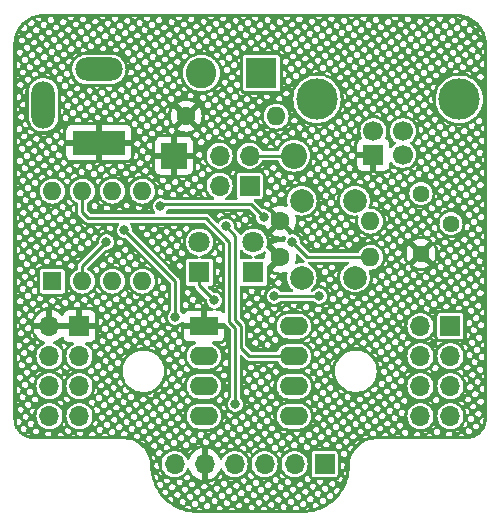
<source format=gbr>
%TF.GenerationSoftware,KiCad,Pcbnew,(7.0.0)*%
%TF.CreationDate,2024-02-07T11:39:00-06:00*%
%TF.ProjectId,16f15313,31366631-3533-4313-932e-6b696361645f,rev?*%
%TF.SameCoordinates,Original*%
%TF.FileFunction,Copper,L1,Top*%
%TF.FilePolarity,Positive*%
%FSLAX46Y46*%
G04 Gerber Fmt 4.6, Leading zero omitted, Abs format (unit mm)*
G04 Created by KiCad (PCBNEW (7.0.0)) date 2024-02-07 11:39:00*
%MOMM*%
%LPD*%
G01*
G04 APERTURE LIST*
%TA.AperFunction,ComponentPad*%
%ADD10R,1.700000X1.700000*%
%TD*%
%TA.AperFunction,ComponentPad*%
%ADD11O,1.700000X1.700000*%
%TD*%
%TA.AperFunction,ComponentPad*%
%ADD12R,2.400000X1.600000*%
%TD*%
%TA.AperFunction,ComponentPad*%
%ADD13O,2.400000X1.600000*%
%TD*%
%TA.AperFunction,ComponentPad*%
%ADD14C,2.000000*%
%TD*%
%TA.AperFunction,ComponentPad*%
%ADD15R,2.600000X2.600000*%
%TD*%
%TA.AperFunction,ComponentPad*%
%ADD16C,2.600000*%
%TD*%
%TA.AperFunction,ComponentPad*%
%ADD17R,1.800000X1.800000*%
%TD*%
%TA.AperFunction,ComponentPad*%
%ADD18C,1.800000*%
%TD*%
%TA.AperFunction,ComponentPad*%
%ADD19R,1.600000X1.600000*%
%TD*%
%TA.AperFunction,ComponentPad*%
%ADD20O,1.600000X1.600000*%
%TD*%
%TA.AperFunction,ComponentPad*%
%ADD21R,4.500000X2.000000*%
%TD*%
%TA.AperFunction,ComponentPad*%
%ADD22O,4.000000X2.000000*%
%TD*%
%TA.AperFunction,ComponentPad*%
%ADD23O,2.000000X4.000000*%
%TD*%
%TA.AperFunction,ComponentPad*%
%ADD24C,1.700000*%
%TD*%
%TA.AperFunction,ComponentPad*%
%ADD25C,3.500000*%
%TD*%
%TA.AperFunction,ComponentPad*%
%ADD26C,1.440000*%
%TD*%
%TA.AperFunction,ComponentPad*%
%ADD27C,1.600000*%
%TD*%
%TA.AperFunction,ComponentPad*%
%ADD28R,2.200000X2.200000*%
%TD*%
%TA.AperFunction,ComponentPad*%
%ADD29O,2.200000X2.200000*%
%TD*%
%TA.AperFunction,ViaPad*%
%ADD30C,0.800000*%
%TD*%
%TA.AperFunction,Conductor*%
%ADD31C,0.250000*%
%TD*%
G04 APERTURE END LIST*
D10*
%TO.P,J5,1,Pin_1*%
%TO.N,VCC*%
X116839999Y-106679999D03*
D11*
%TO.P,J5,2,Pin_2*%
X114299999Y-106679999D03*
%TO.P,J5,3,Pin_3*%
%TO.N,/ra5*%
X116839999Y-109219999D03*
%TO.P,J5,4,Pin_4*%
X114299999Y-109219999D03*
%TO.P,J5,5,Pin_5*%
%TO.N,/ra4*%
X116839999Y-111759999D03*
%TO.P,J5,6,Pin_6*%
X114299999Y-111759999D03*
%TO.P,J5,7,Pin_7*%
%TO.N,/ra3*%
X116839999Y-114299999D03*
%TO.P,J5,8,Pin_8*%
X114299999Y-114299999D03*
%TD*%
D10*
%TO.P,J6,1,Pin_1*%
%TO.N,GND*%
X148249999Y-106679999D03*
D11*
%TO.P,J6,2,Pin_2*%
X145709999Y-106679999D03*
%TO.P,J6,3,Pin_3*%
%TO.N,/pgd*%
X148249999Y-109219999D03*
%TO.P,J6,4,Pin_4*%
X145709999Y-109219999D03*
%TO.P,J6,5,Pin_5*%
%TO.N,/pgc*%
X148249999Y-111759999D03*
%TO.P,J6,6,Pin_6*%
X145709999Y-111759999D03*
%TO.P,J6,7,Pin_7*%
%TO.N,/ra2*%
X148249999Y-114299999D03*
%TO.P,J6,8,Pin_8*%
X145709999Y-114299999D03*
%TD*%
D12*
%TO.P,U1,1,VDD*%
%TO.N,VCC*%
X127379999Y-106679999D03*
D13*
%TO.P,U1,2,RA5*%
%TO.N,/ra5*%
X127379999Y-109219999D03*
%TO.P,U1,3,RA4*%
%TO.N,/ra4*%
X127379999Y-111759999D03*
%TO.P,U1,4,VPP/MCLR/RA3*%
%TO.N,/ra3*%
X127379999Y-114299999D03*
%TO.P,U1,5,RA2*%
%TO.N,/ra2*%
X134999999Y-114299999D03*
%TO.P,U1,6,RA1/ICSPCLK*%
%TO.N,/pgc*%
X134999999Y-111759999D03*
%TO.P,U1,7,RA0/ICSPDAT*%
%TO.N,/pgd*%
X134999999Y-109219999D03*
%TO.P,U1,8,VSS*%
%TO.N,GND*%
X134999999Y-106679999D03*
%TD*%
D10*
%TO.P,J4,1,Pin_1*%
%TO.N,Net-(D1-A)*%
X131249999Y-94789999D03*
D11*
%TO.P,J4,2,Pin_2*%
X131249999Y-92249999D03*
%TO.P,J4,3,Pin_3*%
%TO.N,/on{slash}off*%
X128709999Y-94789999D03*
%TO.P,J4,4,Pin_4*%
X128709999Y-92249999D03*
%TD*%
D14*
%TO.P,SW1,1,1*%
%TO.N,GND*%
X135672000Y-102564000D03*
X135672000Y-96064000D03*
%TO.P,SW1,2,2*%
%TO.N,/reset*%
X140172000Y-102564000D03*
X140172000Y-96064000D03*
%TD*%
D15*
%TO.P,J3,1,Pin_1*%
%TO.N,Net-(D1-A)*%
X132249999Y-85249999D03*
D16*
%TO.P,J3,2,Pin_2*%
%TO.N,/on{slash}off*%
X127170000Y-85250000D03*
%TD*%
D17*
%TO.P,D3,1,K*%
%TO.N,/led_op*%
X131571999Y-102107999D03*
D18*
%TO.P,D3,2,A*%
%TO.N,Net-(D3-A)*%
X131572000Y-99568000D03*
%TD*%
D19*
%TO.P,SW2,1*%
%TO.N,/on{slash}off*%
X114553999Y-102869999D03*
D20*
%TO.P,SW2,2*%
%TO.N,/reset*%
X117093999Y-102869999D03*
%TO.P,SW2,3*%
%TO.N,/led_op*%
X119633999Y-102869999D03*
%TO.P,SW2,4*%
%TO.N,/pot*%
X122173999Y-102869999D03*
%TO.P,SW2,5*%
%TO.N,/pgd*%
X122173999Y-95249999D03*
%TO.P,SW2,6*%
%TO.N,/ra5*%
X119633999Y-95249999D03*
%TO.P,SW2,7*%
%TO.N,/ra3*%
X117093999Y-95249999D03*
%TO.P,SW2,8*%
%TO.N,GND*%
X114553999Y-95249999D03*
%TD*%
D10*
%TO.P,J7,1,Pin_1*%
%TO.N,unconnected-(J7-Pin_1-Pad1)*%
X137599999Y-118363999D03*
D11*
%TO.P,J7,2,Pin_2*%
%TO.N,/pgc*%
X135059999Y-118363999D03*
%TO.P,J7,3,Pin_3*%
%TO.N,/pgd*%
X132519999Y-118363999D03*
%TO.P,J7,4,Pin_4*%
%TO.N,GND*%
X129979999Y-118363999D03*
%TO.P,J7,5,Pin_5*%
%TO.N,VCC*%
X127439999Y-118363999D03*
%TO.P,J7,6,Pin_6*%
%TO.N,/ra3*%
X124899999Y-118363999D03*
%TD*%
D21*
%TO.P,J1,1*%
%TO.N,VCC*%
X118491999Y-91137999D03*
D22*
%TO.P,J1,2*%
%TO.N,/on{slash}off*%
X118491999Y-84937999D03*
D23*
%TO.P,J1,3*%
X113791999Y-87937999D03*
%TD*%
D10*
%TO.P,J2,1,VBUS*%
%TO.N,VCC*%
X141729999Y-92175499D03*
D24*
%TO.P,J2,2,D-*%
%TO.N,unconnected-(J2-D--Pad2)*%
X144230000Y-92175500D03*
%TO.P,J2,3,D+*%
%TO.N,unconnected-(J2-D+-Pad3)*%
X144230000Y-90175500D03*
%TO.P,J2,4,GND*%
%TO.N,/on{slash}off*%
X141730000Y-90175500D03*
D25*
%TO.P,J2,5,Shield*%
X136960000Y-87465500D03*
X149000000Y-87465500D03*
%TD*%
D17*
%TO.P,D2,1,K*%
%TO.N,GND*%
X126999999Y-102107999D03*
D18*
%TO.P,D2,2,A*%
%TO.N,Net-(D2-A)*%
X127000000Y-99568000D03*
%TD*%
D26*
%TO.P,RV1,1,1*%
%TO.N,VCC*%
X145760000Y-100532000D03*
%TO.P,RV1,2,2*%
%TO.N,/pot*%
X148300000Y-97992000D03*
%TO.P,RV1,3,3*%
%TO.N,GND*%
X145760000Y-95452000D03*
%TD*%
D27*
%TO.P,R2,1*%
%TO.N,VCC*%
X125880000Y-88900000D03*
D20*
%TO.P,R2,2*%
%TO.N,Net-(D2-A)*%
X133499999Y-88899999D03*
%TD*%
D27*
%TO.P,R3,1*%
%TO.N,VCC*%
X133858000Y-100838000D03*
D20*
%TO.P,R3,2*%
%TO.N,Net-(D3-A)*%
X141477999Y-100837999D03*
%TD*%
D27*
%TO.P,R1,1*%
%TO.N,VCC*%
X133858000Y-97790000D03*
D20*
%TO.P,R1,2*%
%TO.N,/reset*%
X141477999Y-97789999D03*
%TD*%
D28*
%TO.P,D1,1,K*%
%TO.N,VCC*%
X124839999Y-92249999D03*
D29*
%TO.P,D1,2,A*%
%TO.N,Net-(D1-A)*%
X134999999Y-92249999D03*
%TD*%
D30*
%TO.N,GND*%
X128270000Y-104507500D03*
%TO.N,Net-(D3-A)*%
X134874000Y-99568000D03*
%TO.N,/ra5*%
X124968000Y-105918000D03*
X120650000Y-98552000D03*
%TO.N,/ra3*%
X130048000Y-113284000D03*
%TO.N,/pgd*%
X129262299Y-98237701D03*
%TO.N,/reset*%
X123698000Y-96520000D03*
X132439299Y-97439299D03*
X119126000Y-99568000D03*
%TO.N,/pot*%
X137155701Y-104140000D03*
X133350000Y-104140000D03*
%TD*%
D31*
%TO.N,Net-(D1-A)*%
X135000000Y-92250000D02*
X131250000Y-92250000D01*
%TO.N,GND*%
X128270000Y-104507500D02*
X127000000Y-103237500D01*
X127000000Y-103237500D02*
X127000000Y-102108000D01*
%TO.N,Net-(D3-A)*%
X136144000Y-100838000D02*
X141478000Y-100838000D01*
X134874000Y-99568000D02*
X136144000Y-100838000D01*
%TO.N,/ra5*%
X120650000Y-98552000D02*
X124968000Y-102870000D01*
X124968000Y-102870000D02*
X124968000Y-105918000D01*
%TO.N,/ra3*%
X129540000Y-99540000D02*
X127536000Y-97536000D01*
X127536000Y-97536000D02*
X117602000Y-97536000D01*
X130048000Y-106816198D02*
X129540000Y-106308198D01*
X129540000Y-106308198D02*
X129540000Y-99540000D01*
X117602000Y-97536000D02*
X117094000Y-97028000D01*
X130048000Y-113284000D02*
X130048000Y-106816198D01*
X117094000Y-97028000D02*
X117094000Y-95250000D01*
%TO.N,/pgd*%
X130500000Y-108500000D02*
X131220000Y-109220000D01*
X130048000Y-106179802D02*
X130500000Y-106631802D01*
X131220000Y-109220000D02*
X134620000Y-109220000D01*
X130048000Y-99023402D02*
X130048000Y-106179802D01*
X129262299Y-98237701D02*
X130048000Y-99023402D01*
X130500000Y-106631802D02*
X130500000Y-108500000D01*
%TO.N,/reset*%
X123843000Y-96375000D02*
X123698000Y-96520000D01*
X119126000Y-99568000D02*
X117094000Y-101600000D01*
X132439299Y-97439299D02*
X131375000Y-96375000D01*
X117094000Y-101600000D02*
X117094000Y-102870000D01*
X131375000Y-96375000D02*
X123843000Y-96375000D01*
%TO.N,/pot*%
X133350000Y-104140000D02*
X137155701Y-104140000D01*
%TD*%
%TA.AperFunction,Conductor*%
%TO.N,VCC*%
G36*
X148832160Y-80268492D02*
G01*
X148851367Y-80269653D01*
X148926772Y-80274215D01*
X148927027Y-80274232D01*
X149131302Y-80287627D01*
X149145510Y-80289389D01*
X149276288Y-80313356D01*
X149278031Y-80313689D01*
X149440931Y-80346093D01*
X149453610Y-80349320D01*
X149587873Y-80391159D01*
X149590619Y-80392052D01*
X149740746Y-80443014D01*
X149751744Y-80447345D01*
X149882740Y-80506302D01*
X149886602Y-80508122D01*
X150025978Y-80576856D01*
X150035269Y-80581943D01*
X150159460Y-80657020D01*
X150164180Y-80660022D01*
X150279655Y-80737180D01*
X150292143Y-80745524D01*
X150299724Y-80751014D01*
X150413723Y-80840327D01*
X150414520Y-80840951D01*
X150419800Y-80845329D01*
X150488278Y-80905382D01*
X150535043Y-80946394D01*
X150540965Y-80951940D01*
X150644252Y-81055226D01*
X150649797Y-81061147D01*
X150657136Y-81069515D01*
X150750861Y-81176388D01*
X150755243Y-81181673D01*
X150762380Y-81190783D01*
X150843474Y-81294291D01*
X150845177Y-81296464D01*
X150850669Y-81304047D01*
X150936165Y-81432000D01*
X150939180Y-81436741D01*
X151014251Y-81560923D01*
X151019346Y-81570228D01*
X151088044Y-81709531D01*
X151089907Y-81713484D01*
X151148843Y-81844432D01*
X151153187Y-81855465D01*
X151204105Y-82005461D01*
X151205071Y-82008429D01*
X151246871Y-82142566D01*
X151250103Y-82155264D01*
X151282504Y-82318140D01*
X151282856Y-82319981D01*
X151306805Y-82450663D01*
X151308570Y-82464903D01*
X151322009Y-82669893D01*
X151322049Y-82670516D01*
X151327700Y-82763909D01*
X151327926Y-82771398D01*
X151327926Y-114495569D01*
X151327610Y-114504417D01*
X151323046Y-114568216D01*
X151322979Y-114569109D01*
X151308721Y-114750051D01*
X151306270Y-114766668D01*
X151284504Y-114866725D01*
X151283912Y-114869314D01*
X151250919Y-115006740D01*
X151246527Y-115021126D01*
X151207870Y-115124772D01*
X151206249Y-115128892D01*
X151155303Y-115251887D01*
X151149575Y-115263860D01*
X151095047Y-115363722D01*
X151091942Y-115369085D01*
X151023979Y-115479992D01*
X151017519Y-115489512D01*
X150948519Y-115581688D01*
X150943542Y-115587910D01*
X150859817Y-115685941D01*
X150853207Y-115693091D01*
X150771510Y-115774788D01*
X150764361Y-115781397D01*
X150666337Y-115865119D01*
X150660116Y-115870096D01*
X150567923Y-115939112D01*
X150558403Y-115945572D01*
X150447519Y-116013523D01*
X150442156Y-116016628D01*
X150342283Y-116071164D01*
X150330309Y-116076893D01*
X150207299Y-116127847D01*
X150203180Y-116129467D01*
X150099559Y-116168117D01*
X150085174Y-116172509D01*
X149947752Y-116205504D01*
X149945160Y-116206097D01*
X149845109Y-116227862D01*
X149828482Y-116230314D01*
X149644806Y-116244773D01*
X149643924Y-116244839D01*
X149583207Y-116249183D01*
X149574358Y-116249499D01*
X142000499Y-116249499D01*
X141999999Y-116249499D01*
X141863869Y-116249499D01*
X141860161Y-116249949D01*
X141860148Y-116249950D01*
X141597313Y-116281865D01*
X141597306Y-116281866D01*
X141593594Y-116282317D01*
X141589969Y-116283210D01*
X141589955Y-116283213D01*
X141332882Y-116346576D01*
X141332873Y-116346578D01*
X141329245Y-116347473D01*
X141325744Y-116348800D01*
X141325740Y-116348802D01*
X141078177Y-116442690D01*
X141078168Y-116442693D01*
X141074677Y-116444018D01*
X141071364Y-116445756D01*
X141071359Y-116445759D01*
X140836923Y-116568801D01*
X140836916Y-116568804D01*
X140833603Y-116570544D01*
X140830522Y-116572670D01*
X140830518Y-116572673D01*
X140612627Y-116723071D01*
X140612614Y-116723080D01*
X140609537Y-116725205D01*
X140606732Y-116727689D01*
X140606723Y-116727697D01*
X140408552Y-116903261D01*
X140408543Y-116903269D01*
X140405747Y-116905747D01*
X140403269Y-116908543D01*
X140403261Y-116908552D01*
X140227697Y-117106723D01*
X140227689Y-117106732D01*
X140225205Y-117109537D01*
X140223080Y-117112614D01*
X140223071Y-117112627D01*
X140072673Y-117330518D01*
X140070544Y-117333603D01*
X140068804Y-117336916D01*
X140068801Y-117336923D01*
X139945759Y-117571359D01*
X139944018Y-117574677D01*
X139942693Y-117578168D01*
X139942690Y-117578177D01*
X139848802Y-117825740D01*
X139847473Y-117829245D01*
X139846578Y-117832873D01*
X139846576Y-117832882D01*
X139783213Y-118089955D01*
X139783210Y-118089969D01*
X139782317Y-118093594D01*
X139781866Y-118097306D01*
X139781865Y-118097313D01*
X139749950Y-118360148D01*
X139749949Y-118360161D01*
X139749499Y-118363869D01*
X139749499Y-118367618D01*
X139749499Y-118497127D01*
X139749367Y-118502854D01*
X139741528Y-118672403D01*
X139741511Y-118672760D01*
X139731833Y-118869765D01*
X139730793Y-118880813D01*
X139705409Y-119062779D01*
X139705256Y-119063841D01*
X139678052Y-119247239D01*
X139676100Y-119257435D01*
X139633518Y-119438482D01*
X139633096Y-119440221D01*
X139588608Y-119617829D01*
X139585896Y-119627106D01*
X139526477Y-119804389D01*
X139525656Y-119806758D01*
X139464306Y-119978217D01*
X139460990Y-119986528D01*
X139385302Y-120157947D01*
X139383962Y-120160878D01*
X139306285Y-120325111D01*
X139302519Y-120332433D01*
X139211192Y-120496396D01*
X139209222Y-120499805D01*
X139115985Y-120655363D01*
X139111925Y-120661692D01*
X139005761Y-120816671D01*
X139003060Y-120820460D01*
X138895130Y-120965988D01*
X138890929Y-120971339D01*
X138770849Y-121115946D01*
X138767330Y-121120003D01*
X138645716Y-121254182D01*
X138641519Y-121258589D01*
X138508589Y-121391519D01*
X138504182Y-121395716D01*
X138370003Y-121517330D01*
X138365946Y-121520849D01*
X138221339Y-121640929D01*
X138215988Y-121645130D01*
X138070460Y-121753060D01*
X138066671Y-121755761D01*
X137911692Y-121861925D01*
X137905363Y-121865985D01*
X137749805Y-121959222D01*
X137746396Y-121961192D01*
X137582433Y-122052519D01*
X137575111Y-122056285D01*
X137410878Y-122133962D01*
X137407947Y-122135302D01*
X137236528Y-122210990D01*
X137228217Y-122214306D01*
X137056758Y-122275656D01*
X137054389Y-122276477D01*
X136877106Y-122335896D01*
X136867829Y-122338608D01*
X136690221Y-122383096D01*
X136688482Y-122383518D01*
X136507435Y-122426100D01*
X136497239Y-122428052D01*
X136313841Y-122455256D01*
X136312779Y-122455409D01*
X136130813Y-122480793D01*
X136119765Y-122481833D01*
X135922930Y-122491502D01*
X135922574Y-122491519D01*
X135752854Y-122499367D01*
X135747126Y-122499499D01*
X131249901Y-122499500D01*
X126831298Y-122499500D01*
X126825572Y-122499368D01*
X126659575Y-122491694D01*
X126659209Y-122491676D01*
X126458377Y-122481797D01*
X126447339Y-122480758D01*
X126268686Y-122455839D01*
X126267622Y-122455686D01*
X126080869Y-122427984D01*
X126070673Y-122426032D01*
X125891780Y-122383957D01*
X125890042Y-122383535D01*
X125710252Y-122338502D01*
X125700974Y-122335790D01*
X125525339Y-122276924D01*
X125522971Y-122276104D01*
X125383778Y-122226301D01*
X126830438Y-122226301D01*
X126834741Y-122226500D01*
X127278512Y-122226500D01*
X127208481Y-122126486D01*
X126996282Y-122089070D01*
X126834683Y-122202223D01*
X126830438Y-122226301D01*
X125383778Y-122226301D01*
X125349868Y-122214168D01*
X125341556Y-122210851D01*
X125171342Y-122135695D01*
X125168411Y-122134355D01*
X125159524Y-122130152D01*
X125100805Y-122102380D01*
X125040718Y-122073961D01*
X125778840Y-122073961D01*
X125782219Y-122075094D01*
X125955362Y-122118462D01*
X126127099Y-122158854D01*
X126262422Y-122178927D01*
X126275694Y-122103657D01*
X126162541Y-121942058D01*
X125950343Y-121904642D01*
X125788744Y-122017795D01*
X125778840Y-122073961D01*
X125040718Y-122073961D01*
X125002971Y-122056108D01*
X124995650Y-122052343D01*
X124832742Y-121961606D01*
X124829332Y-121959635D01*
X124759789Y-121917953D01*
X124672677Y-121865741D01*
X124666370Y-121861695D01*
X124512307Y-121756161D01*
X124508520Y-121753460D01*
X124504727Y-121750647D01*
X124362053Y-121644833D01*
X124356710Y-121640639D01*
X124325607Y-121614811D01*
X125320572Y-121614811D01*
X125433724Y-121776409D01*
X125645924Y-121813826D01*
X125666758Y-121799238D01*
X126366511Y-121799238D01*
X126479663Y-121960836D01*
X126691863Y-121998253D01*
X126712697Y-121983665D01*
X127412450Y-121983665D01*
X127525603Y-122145264D01*
X127737802Y-122182680D01*
X127758636Y-122168092D01*
X128458389Y-122168092D01*
X128499287Y-122226500D01*
X128950181Y-122226500D01*
X129526549Y-122226500D01*
X130028639Y-122226500D01*
X130028695Y-122226183D01*
X129915543Y-122064585D01*
X129703343Y-122027168D01*
X129541744Y-122140320D01*
X129526549Y-122226500D01*
X128950181Y-122226500D01*
X128982755Y-122041756D01*
X128869602Y-121880157D01*
X128657404Y-121842741D01*
X128495806Y-121955893D01*
X128458389Y-122168092D01*
X127758636Y-122168092D01*
X127899400Y-122069528D01*
X127936817Y-121857328D01*
X127823664Y-121695730D01*
X127611465Y-121658314D01*
X127449866Y-121771467D01*
X127412450Y-121983665D01*
X126712697Y-121983665D01*
X126853462Y-121885100D01*
X126890878Y-121672901D01*
X126777725Y-121511303D01*
X126565526Y-121473886D01*
X126403927Y-121587039D01*
X126366511Y-121799238D01*
X125666758Y-121799238D01*
X125807522Y-121700673D01*
X125844938Y-121488474D01*
X125731785Y-121326875D01*
X125519587Y-121289459D01*
X125357988Y-121402612D01*
X125320572Y-121614811D01*
X124325607Y-121614811D01*
X124212927Y-121521243D01*
X124208871Y-121517725D01*
X124073807Y-121395311D01*
X124069440Y-121391152D01*
X123941985Y-121263697D01*
X123937288Y-121259000D01*
X123933092Y-121254593D01*
X123919325Y-121239404D01*
X124308308Y-121239404D01*
X124389813Y-121313275D01*
X124527979Y-121428007D01*
X124668892Y-121532514D01*
X124704002Y-121556564D01*
X124761584Y-121516246D01*
X124799000Y-121304046D01*
X124685847Y-121142448D01*
X124473648Y-121105032D01*
X124312049Y-121218185D01*
X124308308Y-121239404D01*
X123919325Y-121239404D01*
X123810662Y-121119514D01*
X123807157Y-121115474D01*
X123687786Y-120971722D01*
X123683606Y-120966398D01*
X123574924Y-120819858D01*
X123572253Y-120816112D01*
X123570753Y-120813923D01*
X123521273Y-120741692D01*
X123856838Y-120741692D01*
X123900422Y-120800457D01*
X124015108Y-120938570D01*
X124067396Y-120996259D01*
X124169229Y-121014215D01*
X124190063Y-120999627D01*
X124889816Y-120999627D01*
X125002969Y-121161226D01*
X125215168Y-121198642D01*
X125236000Y-121184055D01*
X125935755Y-121184055D01*
X126048907Y-121345653D01*
X126261107Y-121383070D01*
X126281941Y-121368482D01*
X126981694Y-121368482D01*
X127094846Y-121530080D01*
X127307046Y-121567497D01*
X127327879Y-121552910D01*
X128027633Y-121552910D01*
X128140785Y-121714507D01*
X128352985Y-121751924D01*
X128373817Y-121737337D01*
X129073572Y-121737337D01*
X129186725Y-121898936D01*
X129398924Y-121936352D01*
X129419758Y-121921764D01*
X130119511Y-121921764D01*
X130232664Y-122083362D01*
X130444863Y-122120778D01*
X130465695Y-122106191D01*
X131165450Y-122106191D01*
X131249692Y-122226500D01*
X131249901Y-122226500D01*
X131603208Y-122226499D01*
X132222696Y-122226499D01*
X132724786Y-122226499D01*
X133346655Y-122226499D01*
X133696123Y-122226499D01*
X133668542Y-122187110D01*
X133456343Y-122149694D01*
X133346655Y-122226499D01*
X132724786Y-122226499D01*
X132735756Y-122164281D01*
X132622604Y-122002683D01*
X132410404Y-121965266D01*
X132248806Y-122078419D01*
X132222696Y-122226499D01*
X131603208Y-122226499D01*
X131652400Y-122192054D01*
X131689817Y-121979854D01*
X131576665Y-121818256D01*
X131364465Y-121780839D01*
X131202866Y-121893992D01*
X131165450Y-122106191D01*
X130465695Y-122106191D01*
X130606462Y-122007625D01*
X130643878Y-121795427D01*
X130530725Y-121633828D01*
X130318526Y-121596412D01*
X130156928Y-121709564D01*
X130119511Y-121921764D01*
X129419758Y-121921764D01*
X129560522Y-121823199D01*
X129597939Y-121611000D01*
X129484786Y-121449401D01*
X129272587Y-121411985D01*
X129110989Y-121525137D01*
X129073572Y-121737337D01*
X128373817Y-121737337D01*
X128514583Y-121638772D01*
X128552000Y-121426572D01*
X128438848Y-121264973D01*
X128226648Y-121227557D01*
X128065050Y-121340710D01*
X128027633Y-121552910D01*
X127327879Y-121552910D01*
X127468645Y-121454345D01*
X127506061Y-121242145D01*
X127392908Y-121080546D01*
X127180709Y-121043130D01*
X127019111Y-121156282D01*
X126981694Y-121368482D01*
X126281941Y-121368482D01*
X126422705Y-121269917D01*
X126460121Y-121057718D01*
X126346968Y-120896119D01*
X126134770Y-120858703D01*
X125973171Y-120971856D01*
X125935755Y-121184055D01*
X125236000Y-121184055D01*
X125376766Y-121085490D01*
X125414183Y-120873290D01*
X125301030Y-120711692D01*
X125088831Y-120674276D01*
X124927232Y-120787429D01*
X124889816Y-120999627D01*
X124190063Y-120999627D01*
X124330827Y-120901063D01*
X124368244Y-120688863D01*
X124255091Y-120527265D01*
X124042892Y-120489849D01*
X123881293Y-120603002D01*
X123856838Y-120741692D01*
X123521273Y-120741692D01*
X123466717Y-120662050D01*
X123462661Y-120655724D01*
X123459105Y-120649791D01*
X123368769Y-120499076D01*
X123366815Y-120495695D01*
X123363210Y-120489223D01*
X123276065Y-120332769D01*
X123272320Y-120325487D01*
X123194023Y-120159944D01*
X123192732Y-120157119D01*
X123142369Y-120043059D01*
X123440797Y-120043059D01*
X123441654Y-120045000D01*
X123516988Y-120204280D01*
X123604144Y-120360754D01*
X123613923Y-120377070D01*
X123738473Y-120399031D01*
X123759306Y-120384444D01*
X124459060Y-120384444D01*
X124572213Y-120546043D01*
X124784412Y-120583459D01*
X124805244Y-120568872D01*
X125504999Y-120568872D01*
X125618151Y-120730470D01*
X125830351Y-120767887D01*
X125851185Y-120753299D01*
X126550938Y-120753299D01*
X126664090Y-120914898D01*
X126876290Y-120952314D01*
X126897124Y-120937726D01*
X127596877Y-120937726D01*
X127710030Y-121099324D01*
X127922229Y-121136741D01*
X127943063Y-121122153D01*
X128642817Y-121122153D01*
X128755970Y-121283752D01*
X128968168Y-121321168D01*
X128989000Y-121306581D01*
X129688755Y-121306581D01*
X129801908Y-121468179D01*
X130014107Y-121505595D01*
X130034939Y-121491008D01*
X130734694Y-121491008D01*
X130847847Y-121652606D01*
X131060047Y-121690023D01*
X131080881Y-121675435D01*
X131780634Y-121675435D01*
X131893787Y-121837034D01*
X132105985Y-121874450D01*
X132126819Y-121859862D01*
X132826573Y-121859862D01*
X132939726Y-122021461D01*
X133151925Y-122058877D01*
X133172757Y-122044290D01*
X133872512Y-122044290D01*
X133985664Y-122205888D01*
X134102552Y-122226499D01*
X134221865Y-122226499D01*
X134918842Y-122226499D01*
X135420933Y-122226499D01*
X135423064Y-122214413D01*
X135999432Y-122214413D01*
X136099710Y-122209487D01*
X136274463Y-122185109D01*
X136404084Y-122165882D01*
X136375604Y-122125209D01*
X136163405Y-122087793D01*
X136001806Y-122200946D01*
X135999432Y-122214413D01*
X135423064Y-122214413D01*
X135442818Y-122102380D01*
X135329665Y-121940782D01*
X135117466Y-121903366D01*
X134955867Y-122016519D01*
X134918842Y-122226499D01*
X134221865Y-122226499D01*
X134359462Y-122130152D01*
X134396878Y-121917953D01*
X134283725Y-121756354D01*
X134071527Y-121718938D01*
X133909928Y-121832091D01*
X133872512Y-122044290D01*
X133172757Y-122044290D01*
X133313523Y-121945725D01*
X133350939Y-121733526D01*
X133237786Y-121571927D01*
X133025588Y-121534511D01*
X132863989Y-121647664D01*
X132826573Y-121859862D01*
X132126819Y-121859862D01*
X132267584Y-121761297D01*
X132305000Y-121549098D01*
X132191848Y-121387500D01*
X131979648Y-121350083D01*
X131818050Y-121463236D01*
X131780634Y-121675435D01*
X131080881Y-121675435D01*
X131221644Y-121576871D01*
X131259061Y-121364671D01*
X131145909Y-121203073D01*
X130933709Y-121165656D01*
X130772111Y-121278808D01*
X130734694Y-121491008D01*
X130034939Y-121491008D01*
X130175706Y-121392442D01*
X130213122Y-121180244D01*
X130099969Y-121018645D01*
X129887770Y-120981229D01*
X129726172Y-121094381D01*
X129688755Y-121306581D01*
X128989000Y-121306581D01*
X129129767Y-121208015D01*
X129167183Y-120995816D01*
X129054031Y-120834218D01*
X128841831Y-120796801D01*
X128680233Y-120909954D01*
X128642817Y-121122153D01*
X127943063Y-121122153D01*
X128083827Y-121023589D01*
X128121244Y-120811389D01*
X128008092Y-120649791D01*
X127795892Y-120612374D01*
X127634293Y-120725527D01*
X127596877Y-120937726D01*
X126897124Y-120937726D01*
X127037888Y-120839161D01*
X127075305Y-120626961D01*
X126962153Y-120465364D01*
X126749953Y-120427947D01*
X126588355Y-120541099D01*
X126550938Y-120753299D01*
X125851185Y-120753299D01*
X125991949Y-120654734D01*
X126029365Y-120442535D01*
X125916212Y-120280936D01*
X125704014Y-120243520D01*
X125542416Y-120356672D01*
X125504999Y-120568872D01*
X124805244Y-120568872D01*
X124946010Y-120470307D01*
X124983427Y-120258107D01*
X124870274Y-120096509D01*
X124658075Y-120059093D01*
X124496476Y-120172246D01*
X124459060Y-120384444D01*
X123759306Y-120384444D01*
X123900072Y-120285880D01*
X123937488Y-120073680D01*
X123824335Y-119912082D01*
X123612136Y-119874665D01*
X123450537Y-119987818D01*
X123440797Y-120043059D01*
X123142369Y-120043059D01*
X123117547Y-119986844D01*
X123114235Y-119978540D01*
X123114119Y-119978217D01*
X123052324Y-119805511D01*
X123051528Y-119803216D01*
X123040147Y-119769261D01*
X124028304Y-119769261D01*
X124141456Y-119930859D01*
X124353656Y-119968276D01*
X124374488Y-119953689D01*
X125074243Y-119953689D01*
X125187395Y-120115286D01*
X125399595Y-120152703D01*
X125420427Y-120138116D01*
X126120182Y-120138116D01*
X126233335Y-120299715D01*
X126445534Y-120337131D01*
X126466368Y-120322543D01*
X127166121Y-120322543D01*
X127279274Y-120484141D01*
X127491473Y-120521557D01*
X127512305Y-120506970D01*
X128212061Y-120506970D01*
X128325214Y-120668569D01*
X128537412Y-120705985D01*
X128558246Y-120691397D01*
X129258000Y-120691397D01*
X129371153Y-120852996D01*
X129583351Y-120890412D01*
X129604183Y-120875825D01*
X130303938Y-120875825D01*
X130417091Y-121037423D01*
X130629290Y-121074839D01*
X130650122Y-121060252D01*
X131349878Y-121060252D01*
X131463030Y-121221850D01*
X131675230Y-121259267D01*
X131696064Y-121244679D01*
X132395817Y-121244679D01*
X132508970Y-121406278D01*
X132721169Y-121443694D01*
X132742001Y-121429107D01*
X133441756Y-121429107D01*
X133554908Y-121590705D01*
X133767108Y-121628122D01*
X133787942Y-121613534D01*
X134487695Y-121613534D01*
X134600847Y-121775132D01*
X134813047Y-121812549D01*
X134833881Y-121797961D01*
X135533634Y-121797961D01*
X135646787Y-121959560D01*
X135858986Y-121996976D01*
X135879818Y-121982389D01*
X136579573Y-121982389D01*
X136667136Y-122107443D01*
X136795865Y-122075198D01*
X136966189Y-122018112D01*
X137082716Y-121976417D01*
X137103940Y-121856051D01*
X136990788Y-121694452D01*
X136778588Y-121657036D01*
X136616990Y-121770189D01*
X136579573Y-121982389D01*
X135879818Y-121982389D01*
X136020584Y-121883824D01*
X136058001Y-121671624D01*
X135944848Y-121510025D01*
X135732649Y-121472609D01*
X135571051Y-121585762D01*
X135533634Y-121797961D01*
X134833881Y-121797961D01*
X134974646Y-121699396D01*
X135012062Y-121487197D01*
X134898909Y-121325599D01*
X134686710Y-121288182D01*
X134525111Y-121401335D01*
X134487695Y-121613534D01*
X133787942Y-121613534D01*
X133928706Y-121514969D01*
X133966122Y-121302770D01*
X133852969Y-121141171D01*
X133640771Y-121103755D01*
X133479172Y-121216908D01*
X133441756Y-121429107D01*
X132742001Y-121429107D01*
X132882767Y-121330542D01*
X132920184Y-121118342D01*
X132807031Y-120956744D01*
X132594832Y-120919328D01*
X132433233Y-121032481D01*
X132395817Y-121244679D01*
X131696064Y-121244679D01*
X131836828Y-121146115D01*
X131874245Y-120933915D01*
X131761092Y-120772317D01*
X131548892Y-120734900D01*
X131387295Y-120848052D01*
X131349878Y-121060252D01*
X130650122Y-121060252D01*
X130790889Y-120961686D01*
X130828305Y-120749488D01*
X130715152Y-120587889D01*
X130502953Y-120550473D01*
X130341355Y-120663625D01*
X130303938Y-120875825D01*
X129604183Y-120875825D01*
X129744950Y-120777259D01*
X129782366Y-120565061D01*
X129669213Y-120403462D01*
X129457014Y-120366046D01*
X129295416Y-120479198D01*
X129258000Y-120691397D01*
X128558246Y-120691397D01*
X128699011Y-120592832D01*
X128736427Y-120380633D01*
X128623275Y-120219035D01*
X128411075Y-120181618D01*
X128249477Y-120294771D01*
X128212061Y-120506970D01*
X127512305Y-120506970D01*
X127653072Y-120408404D01*
X127690488Y-120196206D01*
X127577336Y-120034608D01*
X127365136Y-119997191D01*
X127203538Y-120110343D01*
X127166121Y-120322543D01*
X126466368Y-120322543D01*
X126607132Y-120223978D01*
X126644549Y-120011779D01*
X126596503Y-119943162D01*
X127817278Y-119943162D01*
X127894457Y-120053385D01*
X128106656Y-120090802D01*
X128127490Y-120076214D01*
X128827244Y-120076214D01*
X128940397Y-120237813D01*
X129152595Y-120275229D01*
X129173427Y-120260642D01*
X129873183Y-120260642D01*
X129986335Y-120422240D01*
X130198535Y-120459657D01*
X130219369Y-120445069D01*
X130919122Y-120445069D01*
X131032274Y-120606667D01*
X131244474Y-120644084D01*
X131265308Y-120629496D01*
X131965061Y-120629496D01*
X132078214Y-120791095D01*
X132290413Y-120828511D01*
X132311247Y-120813923D01*
X133011000Y-120813923D01*
X133124153Y-120975522D01*
X133336352Y-121012938D01*
X133357184Y-120998351D01*
X134056939Y-120998351D01*
X134170091Y-121159949D01*
X134382291Y-121197366D01*
X134403125Y-121182778D01*
X135102878Y-121182778D01*
X135216030Y-121344377D01*
X135428230Y-121381793D01*
X135449064Y-121367205D01*
X136148818Y-121367205D01*
X136261971Y-121528804D01*
X136474169Y-121566220D01*
X136495001Y-121551633D01*
X137194756Y-121551633D01*
X137307909Y-121713231D01*
X137520108Y-121750647D01*
X137681707Y-121637494D01*
X137719123Y-121425296D01*
X137605970Y-121263697D01*
X137393771Y-121226281D01*
X137232173Y-121339433D01*
X137194756Y-121551633D01*
X136495001Y-121551633D01*
X136635767Y-121453068D01*
X136673184Y-121240868D01*
X136560032Y-121079270D01*
X136347832Y-121041853D01*
X136186234Y-121155006D01*
X136148818Y-121367205D01*
X135449064Y-121367205D01*
X135589829Y-121268641D01*
X135627245Y-121056441D01*
X135514093Y-120894842D01*
X135301893Y-120857426D01*
X135140294Y-120970578D01*
X135102878Y-121182778D01*
X134403125Y-121182778D01*
X134543889Y-121084213D01*
X134581305Y-120872014D01*
X134468152Y-120710415D01*
X134255954Y-120672999D01*
X134094356Y-120786151D01*
X134056939Y-120998351D01*
X133357184Y-120998351D01*
X133497950Y-120899786D01*
X133535367Y-120687586D01*
X133422214Y-120525988D01*
X133210015Y-120488572D01*
X133048416Y-120601725D01*
X133011000Y-120813923D01*
X132311247Y-120813923D01*
X132452011Y-120715359D01*
X132489428Y-120503159D01*
X132376275Y-120341561D01*
X132164076Y-120304145D01*
X132002477Y-120417298D01*
X131965061Y-120629496D01*
X131265308Y-120629496D01*
X131406073Y-120530931D01*
X131443489Y-120318732D01*
X131330336Y-120157134D01*
X131118137Y-120119717D01*
X130956538Y-120232870D01*
X130919122Y-120445069D01*
X130219369Y-120445069D01*
X130360133Y-120346504D01*
X130397549Y-120134305D01*
X130284396Y-119972706D01*
X130072198Y-119935290D01*
X129910599Y-120048443D01*
X129873183Y-120260642D01*
X129173427Y-120260642D01*
X129314194Y-120162076D01*
X129351610Y-119949877D01*
X129238458Y-119788279D01*
X129026259Y-119750863D01*
X128864660Y-119864016D01*
X128827244Y-120076214D01*
X128127490Y-120076214D01*
X128268255Y-119977649D01*
X128305671Y-119765450D01*
X128293323Y-119747814D01*
X128274166Y-119761229D01*
X128269684Y-119764224D01*
X128267845Y-119765396D01*
X128263201Y-119768214D01*
X128244482Y-119779021D01*
X128239728Y-119781629D01*
X128237793Y-119782636D01*
X128232954Y-119785022D01*
X128018866Y-119884853D01*
X128013903Y-119887037D01*
X128011889Y-119887871D01*
X128006860Y-119889826D01*
X127986549Y-119897219D01*
X127981433Y-119898956D01*
X127979353Y-119899612D01*
X127974150Y-119901129D01*
X127817278Y-119943162D01*
X126596503Y-119943162D01*
X126531396Y-119850180D01*
X126319197Y-119812764D01*
X126157599Y-119925916D01*
X126120182Y-120138116D01*
X125420427Y-120138116D01*
X125561193Y-120039551D01*
X125598610Y-119827351D01*
X125485458Y-119665753D01*
X125386840Y-119648364D01*
X125301075Y-119681590D01*
X125295686Y-119683535D01*
X125293496Y-119684269D01*
X125288025Y-119685964D01*
X125266016Y-119692226D01*
X125260447Y-119693671D01*
X125258200Y-119694199D01*
X125252619Y-119695376D01*
X125150164Y-119714527D01*
X125111660Y-119741488D01*
X125074243Y-119953689D01*
X124374488Y-119953689D01*
X124515254Y-119855124D01*
X124543564Y-119694571D01*
X124541800Y-119694199D01*
X124539553Y-119693671D01*
X124533984Y-119692226D01*
X124511975Y-119685964D01*
X124506504Y-119684269D01*
X124504314Y-119683535D01*
X124498925Y-119681590D01*
X124308744Y-119607914D01*
X124303451Y-119605721D01*
X124301338Y-119604788D01*
X124296151Y-119602353D01*
X124275668Y-119592153D01*
X124270581Y-119589471D01*
X124268564Y-119588347D01*
X124263648Y-119585457D01*
X124162667Y-119522932D01*
X125689426Y-119522932D01*
X125802580Y-119684531D01*
X126014778Y-119721947D01*
X126176377Y-119608794D01*
X126208330Y-119427575D01*
X126205096Y-119424196D01*
X126203623Y-119422588D01*
X126200071Y-119418538D01*
X126186177Y-119401981D01*
X126182782Y-119397750D01*
X126181454Y-119396019D01*
X126178261Y-119391665D01*
X126064041Y-119228543D01*
X125979522Y-119213640D01*
X125934623Y-119273098D01*
X125931081Y-119277570D01*
X125929606Y-119279347D01*
X125925829Y-119283689D01*
X125910413Y-119300599D01*
X125906431Y-119304767D01*
X125904798Y-119306399D01*
X125900682Y-119310328D01*
X125749959Y-119447730D01*
X125745645Y-119451484D01*
X125743869Y-119452959D01*
X125739371Y-119456522D01*
X125721110Y-119470312D01*
X125716463Y-119473657D01*
X125714558Y-119474962D01*
X125709756Y-119478091D01*
X125695811Y-119486725D01*
X125689426Y-119522932D01*
X124162667Y-119522932D01*
X124137085Y-119507092D01*
X124065721Y-119557062D01*
X124028304Y-119769261D01*
X123040147Y-119769261D01*
X122992606Y-119627418D01*
X122989907Y-119618185D01*
X122944826Y-119438211D01*
X122944506Y-119436892D01*
X122902859Y-119259822D01*
X123183307Y-119259822D01*
X123209942Y-119373071D01*
X123253310Y-119546200D01*
X123309873Y-119714963D01*
X123329151Y-119768840D01*
X123469315Y-119670696D01*
X123506731Y-119458497D01*
X123393578Y-119296898D01*
X123183307Y-119259822D01*
X122902859Y-119259822D01*
X122902365Y-119257722D01*
X122900422Y-119247573D01*
X122886554Y-119154078D01*
X123597548Y-119154078D01*
X123710700Y-119315677D01*
X123922899Y-119353092D01*
X123936094Y-119343853D01*
X123899318Y-119310328D01*
X123895202Y-119306399D01*
X123893569Y-119304767D01*
X123889587Y-119300599D01*
X123874171Y-119283689D01*
X123870394Y-119279347D01*
X123868919Y-119277570D01*
X123865378Y-119273099D01*
X123742469Y-119110341D01*
X123739132Y-119105704D01*
X123737826Y-119103798D01*
X123734689Y-119098983D01*
X123722643Y-119079527D01*
X123719731Y-119074572D01*
X123718608Y-119072555D01*
X123715948Y-119067506D01*
X123648628Y-118932310D01*
X123634965Y-118941877D01*
X123597548Y-119154078D01*
X122886554Y-119154078D01*
X122872704Y-119060711D01*
X122872564Y-119059739D01*
X122869347Y-119036676D01*
X122847643Y-118881091D01*
X122846608Y-118870094D01*
X122836453Y-118663392D01*
X122830698Y-118538895D01*
X123166792Y-118538895D01*
X123279945Y-118700494D01*
X123492143Y-118737909D01*
X123564046Y-118687561D01*
X123551025Y-118641795D01*
X123549576Y-118636213D01*
X123549048Y-118633965D01*
X123547874Y-118628398D01*
X123543669Y-118605904D01*
X123542747Y-118600248D01*
X123542428Y-118597961D01*
X123541768Y-118592272D01*
X123522950Y-118389189D01*
X123522554Y-118383493D01*
X123522447Y-118381186D01*
X123522314Y-118375441D01*
X123522314Y-118364000D01*
X123794785Y-118364000D01*
X123795314Y-118369709D01*
X123807340Y-118499500D01*
X123813603Y-118567083D01*
X123815171Y-118572594D01*
X123815173Y-118572604D01*
X123867847Y-118757731D01*
X123867849Y-118757737D01*
X123869418Y-118763250D01*
X123960327Y-118945821D01*
X123963779Y-118950392D01*
X124079778Y-119104001D01*
X124079783Y-119104006D01*
X124083236Y-119108579D01*
X124087472Y-119112440D01*
X124087476Y-119112445D01*
X124189227Y-119205203D01*
X124233959Y-119245981D01*
X124407363Y-119353348D01*
X124597544Y-119427024D01*
X124798024Y-119464500D01*
X124996247Y-119464500D01*
X125001976Y-119464500D01*
X125202456Y-119427024D01*
X125392637Y-119353348D01*
X125566041Y-119245981D01*
X125716764Y-119108579D01*
X125839673Y-118945821D01*
X125926820Y-118770805D01*
X125965239Y-118725541D01*
X126020305Y-118703325D01*
X126079386Y-118709258D01*
X126128935Y-118741979D01*
X126157590Y-118793985D01*
X126165167Y-118822260D01*
X126168856Y-118832397D01*
X126264113Y-119036676D01*
X126269501Y-119046008D01*
X126398784Y-119230643D01*
X126405721Y-119238909D01*
X126565090Y-119398278D01*
X126573356Y-119405215D01*
X126757991Y-119534498D01*
X126767323Y-119539886D01*
X126971602Y-119635143D01*
X126981736Y-119638831D01*
X127176219Y-119690943D01*
X127187448Y-119691311D01*
X127190000Y-119680369D01*
X127690000Y-119680369D01*
X127692551Y-119691311D01*
X127703780Y-119690943D01*
X127898263Y-119638831D01*
X127908397Y-119635143D01*
X127977675Y-119602838D01*
X128495781Y-119602838D01*
X128509640Y-119622629D01*
X128721840Y-119660046D01*
X128742674Y-119645458D01*
X129442427Y-119645458D01*
X129555580Y-119807057D01*
X129767779Y-119844473D01*
X129788612Y-119829886D01*
X130488366Y-119829886D01*
X130601518Y-119991484D01*
X130813718Y-120028901D01*
X130834552Y-120014313D01*
X131534305Y-120014313D01*
X131647457Y-120175911D01*
X131859657Y-120213328D01*
X131880491Y-120198740D01*
X132580244Y-120198740D01*
X132693397Y-120360339D01*
X132905596Y-120397755D01*
X132926428Y-120383168D01*
X133626183Y-120383168D01*
X133739335Y-120544765D01*
X133951535Y-120582182D01*
X133972367Y-120567595D01*
X134672122Y-120567595D01*
X134785275Y-120729194D01*
X134997474Y-120766610D01*
X135018308Y-120752022D01*
X135718061Y-120752022D01*
X135831214Y-120913620D01*
X136043413Y-120951037D01*
X136064247Y-120936449D01*
X136764001Y-120936449D01*
X136877154Y-121098048D01*
X137089352Y-121135464D01*
X137110184Y-121120877D01*
X137809939Y-121120877D01*
X137923092Y-121282475D01*
X138135291Y-121319891D01*
X138296890Y-121206738D01*
X138334306Y-120994540D01*
X138221153Y-120832941D01*
X138008954Y-120795525D01*
X137847356Y-120908677D01*
X137809939Y-121120877D01*
X137110184Y-121120877D01*
X137250951Y-121022311D01*
X137288367Y-120810112D01*
X137175215Y-120648514D01*
X136963015Y-120611097D01*
X136801417Y-120724250D01*
X136764001Y-120936449D01*
X136064247Y-120936449D01*
X136205012Y-120837884D01*
X136242428Y-120625685D01*
X136129276Y-120464087D01*
X135917076Y-120426670D01*
X135755477Y-120539823D01*
X135718061Y-120752022D01*
X135018308Y-120752022D01*
X135159072Y-120653457D01*
X135196489Y-120441258D01*
X135083336Y-120279659D01*
X134871137Y-120242243D01*
X134709539Y-120355395D01*
X134672122Y-120567595D01*
X133972367Y-120567595D01*
X134113133Y-120469030D01*
X134150550Y-120256830D01*
X134037398Y-120095233D01*
X133825198Y-120057816D01*
X133663600Y-120170968D01*
X133626183Y-120383168D01*
X132926428Y-120383168D01*
X133067194Y-120284603D01*
X133104611Y-120072403D01*
X132991458Y-119910804D01*
X132779259Y-119873388D01*
X132617661Y-119986541D01*
X132580244Y-120198740D01*
X131880491Y-120198740D01*
X132021256Y-120100176D01*
X132058672Y-119887976D01*
X131945519Y-119726378D01*
X131843381Y-119708368D01*
X132236881Y-119708368D01*
X132262640Y-119745155D01*
X132474840Y-119782572D01*
X132495674Y-119767984D01*
X133195428Y-119767984D01*
X133308581Y-119929583D01*
X133520779Y-119966999D01*
X133541611Y-119952412D01*
X134241366Y-119952412D01*
X134354519Y-120114010D01*
X134566718Y-120151426D01*
X134587550Y-120136839D01*
X135287305Y-120136839D01*
X135400458Y-120298437D01*
X135612657Y-120335853D01*
X135633489Y-120321266D01*
X136333245Y-120321266D01*
X136446398Y-120482865D01*
X136658596Y-120520281D01*
X136679430Y-120505693D01*
X137379184Y-120505693D01*
X137492337Y-120667292D01*
X137704535Y-120704708D01*
X137725367Y-120690121D01*
X138425123Y-120690121D01*
X138538275Y-120851719D01*
X138623001Y-120866658D01*
X138678281Y-120800087D01*
X138782127Y-120660067D01*
X138884148Y-120511136D01*
X138897282Y-120489223D01*
X138836337Y-120402186D01*
X138624138Y-120364769D01*
X138462539Y-120477922D01*
X138425123Y-120690121D01*
X137725367Y-120690121D01*
X137866134Y-120591555D01*
X137903550Y-120379356D01*
X137790398Y-120217758D01*
X137578198Y-120180341D01*
X137416600Y-120293494D01*
X137379184Y-120505693D01*
X136679430Y-120505693D01*
X136820195Y-120407128D01*
X136857611Y-120194929D01*
X136744459Y-120033331D01*
X136532259Y-119995914D01*
X136370661Y-120109067D01*
X136333245Y-120321266D01*
X135633489Y-120321266D01*
X135774256Y-120222700D01*
X135811672Y-120010502D01*
X135698520Y-119848904D01*
X135486320Y-119811487D01*
X135324722Y-119924639D01*
X135287305Y-120136839D01*
X134587550Y-120136839D01*
X134728317Y-120038273D01*
X134765733Y-119826075D01*
X134681714Y-119706083D01*
X135902489Y-119706083D01*
X136015641Y-119867681D01*
X136227841Y-119905098D01*
X136248675Y-119890510D01*
X136948428Y-119890510D01*
X137061581Y-120052109D01*
X137273780Y-120089525D01*
X137294612Y-120074938D01*
X137994367Y-120074938D01*
X138107519Y-120236536D01*
X138319719Y-120273953D01*
X138481317Y-120160800D01*
X138518733Y-119948601D01*
X138405580Y-119787002D01*
X138193382Y-119749586D01*
X138031783Y-119862739D01*
X137994367Y-120074938D01*
X137294612Y-120074938D01*
X137435378Y-119976373D01*
X137472795Y-119764173D01*
X137454118Y-119737500D01*
X136975408Y-119737500D01*
X136948428Y-119890510D01*
X136248675Y-119890510D01*
X136389439Y-119791946D01*
X136405502Y-119700844D01*
X138649225Y-119700844D01*
X138722702Y-119805780D01*
X138934902Y-119843197D01*
X139096500Y-119730044D01*
X139133916Y-119517845D01*
X139020763Y-119356246D01*
X138957674Y-119345122D01*
X138953720Y-119365001D01*
X138950761Y-119376811D01*
X138949338Y-119381501D01*
X138945242Y-119392951D01*
X138926728Y-119437649D01*
X138921526Y-119448647D01*
X138919216Y-119452969D01*
X138912959Y-119463409D01*
X138857594Y-119546270D01*
X138850351Y-119556036D01*
X138847242Y-119559825D01*
X138839063Y-119568850D01*
X138804850Y-119603063D01*
X138795825Y-119611242D01*
X138792036Y-119614351D01*
X138782270Y-119621594D01*
X138699409Y-119676959D01*
X138688969Y-119683216D01*
X138684647Y-119685526D01*
X138673649Y-119690728D01*
X138649225Y-119700844D01*
X136405502Y-119700844D01*
X136419292Y-119622638D01*
X136417730Y-119621594D01*
X136407964Y-119614351D01*
X136404175Y-119611242D01*
X136395150Y-119603063D01*
X136360937Y-119568850D01*
X136352758Y-119559825D01*
X136349649Y-119556036D01*
X136342406Y-119546270D01*
X136287041Y-119463409D01*
X136280784Y-119452969D01*
X136278474Y-119448647D01*
X136273272Y-119437649D01*
X136261372Y-119408920D01*
X136101503Y-119380731D01*
X135939906Y-119493883D01*
X135902489Y-119706083D01*
X134681714Y-119706083D01*
X134666419Y-119684240D01*
X134664314Y-119683535D01*
X134658924Y-119681589D01*
X134583148Y-119652233D01*
X134440381Y-119627059D01*
X134278783Y-119740212D01*
X134241366Y-119952412D01*
X133541611Y-119952412D01*
X133682377Y-119853847D01*
X133719794Y-119641647D01*
X133606642Y-119480049D01*
X133394442Y-119442632D01*
X133232844Y-119555785D01*
X133195428Y-119767984D01*
X132495674Y-119767984D01*
X132539211Y-119737500D01*
X132418024Y-119737500D01*
X132412276Y-119737367D01*
X132409970Y-119737260D01*
X132404279Y-119736864D01*
X132381494Y-119734753D01*
X132375810Y-119734094D01*
X132373522Y-119733775D01*
X132367860Y-119732852D01*
X132236881Y-119708368D01*
X131843381Y-119708368D01*
X131733320Y-119688961D01*
X131571721Y-119802114D01*
X131534305Y-120014313D01*
X130834552Y-120014313D01*
X130975316Y-119915748D01*
X131012732Y-119703549D01*
X130899579Y-119541950D01*
X130733821Y-119512723D01*
X130616353Y-119585457D01*
X130611436Y-119588347D01*
X130609419Y-119589471D01*
X130604332Y-119592153D01*
X130583849Y-119602353D01*
X130578662Y-119604788D01*
X130576549Y-119605721D01*
X130571255Y-119607914D01*
X130524298Y-119626104D01*
X130488366Y-119829886D01*
X129788612Y-119829886D01*
X129920554Y-119737500D01*
X129878024Y-119737500D01*
X129872276Y-119737367D01*
X129869970Y-119737260D01*
X129864279Y-119736864D01*
X129841494Y-119734753D01*
X129835810Y-119734094D01*
X129833522Y-119733775D01*
X129827860Y-119732852D01*
X129627380Y-119695376D01*
X129621800Y-119694199D01*
X129619553Y-119693671D01*
X129613984Y-119692226D01*
X129591975Y-119685964D01*
X129586504Y-119684269D01*
X129584314Y-119683535D01*
X129578925Y-119681590D01*
X129445191Y-119629781D01*
X129442427Y-119645458D01*
X128742674Y-119645458D01*
X128883438Y-119546894D01*
X128920855Y-119334694D01*
X128831242Y-119206715D01*
X128701739Y-119391665D01*
X128698546Y-119396019D01*
X128697218Y-119397750D01*
X128693823Y-119401981D01*
X128679929Y-119418538D01*
X128676377Y-119422588D01*
X128674904Y-119424196D01*
X128671150Y-119428118D01*
X128504118Y-119595150D01*
X128500196Y-119598904D01*
X128498588Y-119600377D01*
X128495781Y-119602838D01*
X127977675Y-119602838D01*
X128112676Y-119539886D01*
X128122008Y-119534498D01*
X128306643Y-119405215D01*
X128314909Y-119398278D01*
X128474278Y-119238909D01*
X128481215Y-119230643D01*
X128610498Y-119046008D01*
X128615886Y-119036676D01*
X128711143Y-118832397D01*
X128714832Y-118822261D01*
X128722408Y-118793989D01*
X128751062Y-118741981D01*
X128800611Y-118709258D01*
X128859693Y-118703324D01*
X128914759Y-118725540D01*
X128953182Y-118770810D01*
X129040327Y-118945821D01*
X129043779Y-118950392D01*
X129159778Y-119104001D01*
X129159783Y-119104006D01*
X129163236Y-119108579D01*
X129167472Y-119112440D01*
X129167476Y-119112445D01*
X129269227Y-119205203D01*
X129313959Y-119245981D01*
X129487363Y-119353348D01*
X129677544Y-119427024D01*
X129878024Y-119464500D01*
X130076247Y-119464500D01*
X130081976Y-119464500D01*
X130282456Y-119427024D01*
X130354459Y-119399130D01*
X131103549Y-119399130D01*
X131216701Y-119560728D01*
X131428901Y-119598145D01*
X131590499Y-119484992D01*
X131607175Y-119390420D01*
X131519318Y-119310328D01*
X131515202Y-119306399D01*
X131513569Y-119304767D01*
X131509587Y-119300599D01*
X131494171Y-119283689D01*
X131490394Y-119279347D01*
X131488919Y-119277570D01*
X131485378Y-119273099D01*
X131362469Y-119110341D01*
X131359132Y-119105704D01*
X131357826Y-119103798D01*
X131354689Y-119098983D01*
X131343559Y-119081006D01*
X131302564Y-119073778D01*
X131140966Y-119186930D01*
X131103549Y-119399130D01*
X130354459Y-119399130D01*
X130472637Y-119353348D01*
X130646041Y-119245981D01*
X130796764Y-119108579D01*
X130919673Y-118945821D01*
X131010582Y-118763250D01*
X131066397Y-118567083D01*
X131085215Y-118364000D01*
X131414785Y-118364000D01*
X131415314Y-118369709D01*
X131427340Y-118499500D01*
X131433603Y-118567083D01*
X131435171Y-118572594D01*
X131435173Y-118572604D01*
X131487847Y-118757731D01*
X131487849Y-118757737D01*
X131489418Y-118763250D01*
X131580327Y-118945821D01*
X131583779Y-118950392D01*
X131699778Y-119104001D01*
X131699783Y-119104006D01*
X131703236Y-119108579D01*
X131707472Y-119112440D01*
X131707476Y-119112445D01*
X131809227Y-119205203D01*
X131853959Y-119245981D01*
X132027363Y-119353348D01*
X132217544Y-119427024D01*
X132418024Y-119464500D01*
X132616247Y-119464500D01*
X132621976Y-119464500D01*
X132822456Y-119427024D01*
X133012637Y-119353348D01*
X133038672Y-119337228D01*
X133810611Y-119337228D01*
X133923764Y-119498827D01*
X134135962Y-119536243D01*
X134234671Y-119467126D01*
X134220629Y-119456522D01*
X134216131Y-119452959D01*
X134214355Y-119451484D01*
X134210041Y-119447730D01*
X134059318Y-119310328D01*
X134055202Y-119306399D01*
X134053569Y-119304767D01*
X134049587Y-119300599D01*
X134034171Y-119283689D01*
X134030394Y-119279347D01*
X134028919Y-119277570D01*
X134025378Y-119273099D01*
X133902469Y-119110341D01*
X133899132Y-119105704D01*
X133897826Y-119103798D01*
X133894689Y-119098983D01*
X133891827Y-119094360D01*
X133848026Y-119125030D01*
X133810611Y-119337228D01*
X133038672Y-119337228D01*
X133186041Y-119245981D01*
X133336764Y-119108579D01*
X133459673Y-118945821D01*
X133550582Y-118763250D01*
X133606397Y-118567083D01*
X133625215Y-118364000D01*
X133954785Y-118364000D01*
X133955314Y-118369709D01*
X133967340Y-118499500D01*
X133973603Y-118567083D01*
X133975171Y-118572594D01*
X133975173Y-118572604D01*
X134027847Y-118757731D01*
X134027849Y-118757737D01*
X134029418Y-118763250D01*
X134120327Y-118945821D01*
X134123779Y-118950392D01*
X134239778Y-119104001D01*
X134239783Y-119104006D01*
X134243236Y-119108579D01*
X134247472Y-119112440D01*
X134247476Y-119112445D01*
X134349227Y-119205203D01*
X134393959Y-119245981D01*
X134567363Y-119353348D01*
X134757544Y-119427024D01*
X134958024Y-119464500D01*
X135156247Y-119464500D01*
X135161976Y-119464500D01*
X135362456Y-119427024D01*
X135552637Y-119353348D01*
X135726041Y-119245981D01*
X135734056Y-119238674D01*
X136499500Y-119238674D01*
X136500688Y-119244649D01*
X136500689Y-119244653D01*
X136511650Y-119299759D01*
X136511651Y-119299762D01*
X136514034Y-119311740D01*
X136520820Y-119321896D01*
X136560131Y-119380731D01*
X136569399Y-119394601D01*
X136652260Y-119449966D01*
X136725326Y-119464500D01*
X138468579Y-119464500D01*
X138474674Y-119464500D01*
X138547740Y-119449966D01*
X138630601Y-119394601D01*
X138685966Y-119311740D01*
X138700500Y-119238674D01*
X138700500Y-119213426D01*
X139224733Y-119213426D01*
X139337885Y-119375024D01*
X139366718Y-119380108D01*
X139368024Y-119374897D01*
X139408922Y-119201004D01*
X139435109Y-119024463D01*
X139453406Y-118893303D01*
X139423748Y-118888073D01*
X139262150Y-119001226D01*
X139224733Y-119213426D01*
X138700500Y-119213426D01*
X138700500Y-118771545D01*
X138973500Y-118771545D01*
X139119329Y-118797258D01*
X139280927Y-118684105D01*
X139318344Y-118471906D01*
X139205191Y-118310307D01*
X138992993Y-118272891D01*
X138973500Y-118286541D01*
X138973500Y-118771545D01*
X138700500Y-118771545D01*
X138700500Y-118167487D01*
X139409160Y-118167487D01*
X139485159Y-118276024D01*
X139511307Y-118060687D01*
X139511824Y-118056915D01*
X139512052Y-118055422D01*
X139512662Y-118051789D01*
X139515361Y-118037061D01*
X139516074Y-118033471D01*
X139516390Y-118031994D01*
X139517249Y-118028261D01*
X139553727Y-117880259D01*
X139446577Y-117955287D01*
X139409160Y-118167487D01*
X138700500Y-118167487D01*
X138700500Y-117552303D01*
X138978405Y-117552303D01*
X139091558Y-117713902D01*
X139303756Y-117751318D01*
X139465355Y-117638165D01*
X139502771Y-117425967D01*
X139389618Y-117264368D01*
X139177419Y-117226952D01*
X139015821Y-117340104D01*
X138978405Y-117552303D01*
X138700500Y-117552303D01*
X138700500Y-117489326D01*
X138685966Y-117416260D01*
X138630601Y-117333399D01*
X138547740Y-117278034D01*
X138535762Y-117275651D01*
X138535759Y-117275650D01*
X138480653Y-117264689D01*
X138480649Y-117264688D01*
X138474674Y-117263500D01*
X136725326Y-117263500D01*
X136719351Y-117264688D01*
X136719346Y-117264689D01*
X136664240Y-117275650D01*
X136664235Y-117275651D01*
X136652260Y-117278034D01*
X136642105Y-117284819D01*
X136642103Y-117284820D01*
X136579551Y-117326615D01*
X136579548Y-117326617D01*
X136569399Y-117333399D01*
X136562617Y-117343548D01*
X136562615Y-117343551D01*
X136520820Y-117406103D01*
X136520819Y-117406105D01*
X136514034Y-117416260D01*
X136511651Y-117428235D01*
X136511650Y-117428240D01*
X136500689Y-117483346D01*
X136500688Y-117483351D01*
X136499500Y-117489326D01*
X136499500Y-119238674D01*
X135734056Y-119238674D01*
X135876764Y-119108579D01*
X135999673Y-118945821D01*
X136090582Y-118763250D01*
X136146397Y-118567083D01*
X136165215Y-118364000D01*
X136146397Y-118160917D01*
X136126207Y-118089959D01*
X136092152Y-117970268D01*
X136090582Y-117964750D01*
X135999673Y-117782179D01*
X135903968Y-117655445D01*
X135880221Y-117623998D01*
X135880217Y-117623994D01*
X135876764Y-117619421D01*
X135872527Y-117615558D01*
X135872523Y-117615554D01*
X135730275Y-117485879D01*
X135730276Y-117485879D01*
X135726041Y-117482019D01*
X135721171Y-117479004D01*
X135721169Y-117479002D01*
X135557511Y-117377670D01*
X135557512Y-117377670D01*
X135552637Y-117374652D01*
X135547294Y-117372582D01*
X135367803Y-117303047D01*
X135367798Y-117303045D01*
X135362456Y-117300976D01*
X135276029Y-117284820D01*
X135167605Y-117264552D01*
X135167602Y-117264551D01*
X135161976Y-117263500D01*
X134958024Y-117263500D01*
X134952398Y-117264551D01*
X134952394Y-117264552D01*
X134763181Y-117299922D01*
X134763178Y-117299922D01*
X134757544Y-117300976D01*
X134752203Y-117303044D01*
X134752196Y-117303047D01*
X134572705Y-117372582D01*
X134572700Y-117372584D01*
X134567363Y-117374652D01*
X134562491Y-117377668D01*
X134562488Y-117377670D01*
X134398830Y-117479002D01*
X134398822Y-117479007D01*
X134393959Y-117482019D01*
X134389728Y-117485875D01*
X134389724Y-117485879D01*
X134247476Y-117615554D01*
X134247466Y-117615564D01*
X134243236Y-117619421D01*
X134239787Y-117623987D01*
X134239778Y-117623998D01*
X134123779Y-117777607D01*
X134123776Y-117777611D01*
X134120327Y-117782179D01*
X134117777Y-117787301D01*
X134117772Y-117787309D01*
X134034130Y-117955287D01*
X134029418Y-117964750D01*
X134027850Y-117970258D01*
X134027847Y-117970268D01*
X133975173Y-118155395D01*
X133975170Y-118155406D01*
X133973603Y-118160917D01*
X133973073Y-118166627D01*
X133973073Y-118166632D01*
X133963227Y-118272891D01*
X133954785Y-118364000D01*
X133625215Y-118364000D01*
X133606397Y-118160917D01*
X133586207Y-118089959D01*
X133552152Y-117970268D01*
X133550582Y-117964750D01*
X133459673Y-117782179D01*
X133363968Y-117655445D01*
X133340221Y-117623998D01*
X133340217Y-117623994D01*
X133336764Y-117619421D01*
X133332527Y-117615558D01*
X133332523Y-117615554D01*
X133213603Y-117507145D01*
X133594074Y-117507145D01*
X133677531Y-117617659D01*
X133680868Y-117622296D01*
X133682174Y-117624202D01*
X133685311Y-117629017D01*
X133697357Y-117648473D01*
X133700269Y-117653428D01*
X133701392Y-117655445D01*
X133704052Y-117660494D01*
X133790000Y-117833101D01*
X133875948Y-117660494D01*
X133878608Y-117655445D01*
X133879731Y-117653428D01*
X133882643Y-117648473D01*
X133894689Y-117629017D01*
X133897826Y-117624202D01*
X133899132Y-117622296D01*
X133902469Y-117617659D01*
X134023739Y-117457070D01*
X133975496Y-117388171D01*
X133763297Y-117350755D01*
X133601698Y-117463908D01*
X133594074Y-117507145D01*
X133213603Y-117507145D01*
X133190275Y-117485879D01*
X133190276Y-117485879D01*
X133186041Y-117482019D01*
X133181171Y-117479004D01*
X133181169Y-117479002D01*
X133017511Y-117377670D01*
X133017512Y-117377670D01*
X133012637Y-117374652D01*
X133007294Y-117372582D01*
X132827803Y-117303047D01*
X132827798Y-117303045D01*
X132822456Y-117300976D01*
X132736029Y-117284820D01*
X132627605Y-117264552D01*
X132627602Y-117264551D01*
X132621976Y-117263500D01*
X132418024Y-117263500D01*
X132412398Y-117264551D01*
X132412394Y-117264552D01*
X132223181Y-117299922D01*
X132223178Y-117299922D01*
X132217544Y-117300976D01*
X132212203Y-117303044D01*
X132212196Y-117303047D01*
X132032705Y-117372582D01*
X132032700Y-117372584D01*
X132027363Y-117374652D01*
X132022491Y-117377668D01*
X132022488Y-117377670D01*
X131858830Y-117479002D01*
X131858822Y-117479007D01*
X131853959Y-117482019D01*
X131849728Y-117485875D01*
X131849724Y-117485879D01*
X131707476Y-117615554D01*
X131707466Y-117615564D01*
X131703236Y-117619421D01*
X131699787Y-117623987D01*
X131699778Y-117623998D01*
X131583779Y-117777607D01*
X131583776Y-117777611D01*
X131580327Y-117782179D01*
X131577777Y-117787301D01*
X131577772Y-117787309D01*
X131494130Y-117955287D01*
X131489418Y-117964750D01*
X131487850Y-117970258D01*
X131487847Y-117970268D01*
X131435173Y-118155395D01*
X131435170Y-118155406D01*
X131433603Y-118160917D01*
X131433073Y-118166627D01*
X131433073Y-118166632D01*
X131423227Y-118272891D01*
X131414785Y-118364000D01*
X131085215Y-118364000D01*
X131066397Y-118160917D01*
X131046207Y-118089959D01*
X131012152Y-117970268D01*
X131010582Y-117964750D01*
X130919673Y-117782179D01*
X130823968Y-117655445D01*
X130800221Y-117623998D01*
X130800217Y-117623994D01*
X130796764Y-117619421D01*
X130792527Y-117615558D01*
X130792523Y-117615554D01*
X130650275Y-117485879D01*
X130650276Y-117485879D01*
X130646041Y-117482019D01*
X130641171Y-117479004D01*
X130641169Y-117479002D01*
X130588792Y-117446572D01*
X131007796Y-117446572D01*
X131009606Y-117448653D01*
X131011081Y-117450430D01*
X131014622Y-117454901D01*
X131137531Y-117617659D01*
X131140868Y-117622296D01*
X131142174Y-117624202D01*
X131145311Y-117629017D01*
X131157357Y-117648473D01*
X131160269Y-117653428D01*
X131161392Y-117655445D01*
X131164052Y-117660494D01*
X131250000Y-117833101D01*
X131335948Y-117660494D01*
X131338608Y-117655445D01*
X131339731Y-117653428D01*
X131342643Y-117648473D01*
X131354689Y-117629017D01*
X131357826Y-117624202D01*
X131359132Y-117622296D01*
X131362468Y-117617660D01*
X131374564Y-117601641D01*
X131268434Y-117450072D01*
X131056235Y-117412656D01*
X131007796Y-117446572D01*
X130588792Y-117446572D01*
X130477511Y-117377670D01*
X130477512Y-117377670D01*
X130472637Y-117374652D01*
X130467294Y-117372582D01*
X130298657Y-117307252D01*
X131472404Y-117307252D01*
X131537875Y-117400754D01*
X131670041Y-117280270D01*
X131674355Y-117276516D01*
X131676131Y-117275041D01*
X131680629Y-117271478D01*
X131698890Y-117257688D01*
X131703537Y-117254343D01*
X131705442Y-117253038D01*
X131710244Y-117249910D01*
X131883648Y-117142543D01*
X131888564Y-117139653D01*
X131890581Y-117138529D01*
X131895668Y-117135847D01*
X131916151Y-117125647D01*
X131921338Y-117123212D01*
X131923451Y-117122279D01*
X131928744Y-117120087D01*
X131948750Y-117112336D01*
X131912750Y-117060923D01*
X133133526Y-117060923D01*
X133216947Y-117180061D01*
X133300988Y-117232097D01*
X133458878Y-117259937D01*
X133479711Y-117245350D01*
X134179465Y-117245350D01*
X134206302Y-117283677D01*
X134210041Y-117280269D01*
X134214355Y-117276516D01*
X134216131Y-117275041D01*
X134220629Y-117271478D01*
X134238890Y-117257688D01*
X134243537Y-117254343D01*
X134245442Y-117253038D01*
X134250244Y-117249910D01*
X134423648Y-117142543D01*
X134428564Y-117139653D01*
X134430581Y-117138529D01*
X134435668Y-117135847D01*
X134456151Y-117125647D01*
X134461338Y-117123212D01*
X134463451Y-117122279D01*
X134468744Y-117120086D01*
X134654259Y-117048217D01*
X134619813Y-116999022D01*
X135840587Y-116999022D01*
X135953740Y-117160621D01*
X136165939Y-117198037D01*
X136327537Y-117084884D01*
X136344180Y-116990500D01*
X136920549Y-116990500D01*
X137364251Y-116990500D01*
X137297741Y-116895514D01*
X137085541Y-116858097D01*
X136923943Y-116971249D01*
X136920549Y-116990500D01*
X136344180Y-116990500D01*
X136364954Y-116872685D01*
X136251801Y-116711086D01*
X136039602Y-116673670D01*
X135878004Y-116786822D01*
X135840587Y-116999022D01*
X134619813Y-116999022D01*
X134590679Y-116957414D01*
X134378480Y-116919998D01*
X134216882Y-117033151D01*
X134179465Y-117245350D01*
X133479711Y-117245350D01*
X133620477Y-117146786D01*
X133657893Y-116934586D01*
X133544740Y-116772988D01*
X133332541Y-116735571D01*
X133170942Y-116848724D01*
X133133526Y-117060923D01*
X131912750Y-117060923D01*
X131883617Y-117019316D01*
X131671419Y-116981900D01*
X131509820Y-117095053D01*
X131472404Y-117307252D01*
X130298657Y-117307252D01*
X130287803Y-117303047D01*
X130287798Y-117303045D01*
X130282456Y-117300976D01*
X130196029Y-117284820D01*
X130087605Y-117264552D01*
X130087602Y-117264551D01*
X130081976Y-117263500D01*
X129878024Y-117263500D01*
X129872398Y-117264551D01*
X129872394Y-117264552D01*
X129683181Y-117299922D01*
X129683178Y-117299922D01*
X129677544Y-117300976D01*
X129672203Y-117303044D01*
X129672196Y-117303047D01*
X129492705Y-117372582D01*
X129492700Y-117372584D01*
X129487363Y-117374652D01*
X129482491Y-117377668D01*
X129482488Y-117377670D01*
X129318830Y-117479002D01*
X129318822Y-117479007D01*
X129313959Y-117482019D01*
X129309728Y-117485875D01*
X129309724Y-117485879D01*
X129167476Y-117615554D01*
X129167466Y-117615564D01*
X129163236Y-117619421D01*
X129159787Y-117623987D01*
X129159778Y-117623998D01*
X129043779Y-117777607D01*
X129043776Y-117777611D01*
X129040327Y-117782179D01*
X129037772Y-117787309D01*
X129037772Y-117787310D01*
X128953183Y-117957188D01*
X128914759Y-118002459D01*
X128859693Y-118024675D01*
X128800611Y-118018741D01*
X128751063Y-117986019D01*
X128722408Y-117934011D01*
X128714831Y-117905736D01*
X128711143Y-117895602D01*
X128615889Y-117691332D01*
X128610491Y-117681982D01*
X128481215Y-117497357D01*
X128474280Y-117489092D01*
X128354341Y-117369153D01*
X128765342Y-117369153D01*
X128878495Y-117530751D01*
X128886969Y-117532245D01*
X128945378Y-117454901D01*
X128948919Y-117450430D01*
X128950394Y-117448653D01*
X128954171Y-117444311D01*
X128969587Y-117427401D01*
X128973569Y-117423233D01*
X128975202Y-117421601D01*
X128979318Y-117417672D01*
X129130041Y-117280270D01*
X129134355Y-117276516D01*
X129136131Y-117275041D01*
X129140629Y-117271478D01*
X129158890Y-117257688D01*
X129163537Y-117254343D01*
X129165442Y-117253038D01*
X129170244Y-117249910D01*
X129257044Y-117196165D01*
X129176557Y-117081218D01*
X128964357Y-117043801D01*
X128802759Y-117156953D01*
X128765342Y-117369153D01*
X128354341Y-117369153D01*
X128314909Y-117329721D01*
X128306643Y-117322784D01*
X128122008Y-117193501D01*
X128112676Y-117188113D01*
X127908397Y-117092856D01*
X127898263Y-117089168D01*
X127703780Y-117037056D01*
X127692551Y-117036688D01*
X127690000Y-117047631D01*
X127690000Y-119680369D01*
X127190000Y-119680369D01*
X127190000Y-117047631D01*
X127187448Y-117036688D01*
X127176219Y-117037056D01*
X126981736Y-117089168D01*
X126971602Y-117092856D01*
X126767332Y-117188110D01*
X126757982Y-117193508D01*
X126573357Y-117322784D01*
X126565092Y-117329719D01*
X126405719Y-117489092D01*
X126398784Y-117497357D01*
X126269508Y-117681982D01*
X126264110Y-117691332D01*
X126168856Y-117895602D01*
X126165166Y-117905740D01*
X126157590Y-117934014D01*
X126128935Y-117986021D01*
X126079385Y-118018742D01*
X126020304Y-118024674D01*
X125965239Y-118002458D01*
X125926818Y-117957192D01*
X125839673Y-117782179D01*
X125743968Y-117655445D01*
X125720221Y-117623998D01*
X125720217Y-117623994D01*
X125716764Y-117619421D01*
X125712527Y-117615558D01*
X125712523Y-117615554D01*
X125570275Y-117485879D01*
X125570276Y-117485879D01*
X125566041Y-117482019D01*
X125561171Y-117479004D01*
X125561169Y-117479002D01*
X125483731Y-117431055D01*
X126058281Y-117431055D01*
X126085109Y-117469370D01*
X126178261Y-117336337D01*
X126181454Y-117331982D01*
X126182782Y-117330251D01*
X126186175Y-117326023D01*
X126200069Y-117309465D01*
X126203623Y-117305412D01*
X126205096Y-117303804D01*
X126208850Y-117299882D01*
X126375882Y-117132850D01*
X126379804Y-117129096D01*
X126381412Y-117127623D01*
X126381445Y-117127593D01*
X126257296Y-117105703D01*
X126095697Y-117218856D01*
X126058281Y-117431055D01*
X125483731Y-117431055D01*
X125397511Y-117377670D01*
X125397512Y-117377670D01*
X125392637Y-117374652D01*
X125387294Y-117372582D01*
X125207803Y-117303047D01*
X125207798Y-117303045D01*
X125202456Y-117300976D01*
X125116029Y-117284820D01*
X125007605Y-117264552D01*
X125007602Y-117264551D01*
X125001976Y-117263500D01*
X124798024Y-117263500D01*
X124792398Y-117264551D01*
X124792394Y-117264552D01*
X124603181Y-117299922D01*
X124603178Y-117299922D01*
X124597544Y-117300976D01*
X124592203Y-117303044D01*
X124592196Y-117303047D01*
X124412705Y-117372582D01*
X124412700Y-117372584D01*
X124407363Y-117374652D01*
X124402491Y-117377668D01*
X124402488Y-117377670D01*
X124238830Y-117479002D01*
X124238822Y-117479007D01*
X124233959Y-117482019D01*
X124229728Y-117485875D01*
X124229724Y-117485879D01*
X124087476Y-117615554D01*
X124087466Y-117615564D01*
X124083236Y-117619421D01*
X124079787Y-117623987D01*
X124079778Y-117623998D01*
X123963779Y-117777607D01*
X123963776Y-117777611D01*
X123960327Y-117782179D01*
X123957777Y-117787301D01*
X123957772Y-117787309D01*
X123874130Y-117955287D01*
X123869418Y-117964750D01*
X123867850Y-117970258D01*
X123867847Y-117970268D01*
X123815173Y-118155395D01*
X123815170Y-118155406D01*
X123813603Y-118160917D01*
X123813073Y-118166627D01*
X123813073Y-118166632D01*
X123803227Y-118272891D01*
X123794785Y-118364000D01*
X123522314Y-118364000D01*
X123522314Y-118352559D01*
X123522447Y-118346814D01*
X123522554Y-118344507D01*
X123522950Y-118338811D01*
X123531844Y-118242820D01*
X123365807Y-118213543D01*
X123204209Y-118326695D01*
X123166792Y-118538895D01*
X122830698Y-118538895D01*
X122829032Y-118502854D01*
X122828900Y-118497132D01*
X122828900Y-118367620D01*
X122828900Y-118367618D01*
X122828900Y-118363871D01*
X122796083Y-118093598D01*
X122730928Y-117829251D01*
X122643383Y-117598413D01*
X122935355Y-117598413D01*
X122986187Y-117732444D01*
X122987448Y-117735924D01*
X122987941Y-117737351D01*
X122989123Y-117740950D01*
X122993578Y-117755246D01*
X122994630Y-117758810D01*
X122995036Y-117760265D01*
X122995996Y-117763918D01*
X123061151Y-118028265D01*
X123062010Y-118031998D01*
X123062326Y-118033475D01*
X123063039Y-118037065D01*
X123065738Y-118051793D01*
X123066348Y-118055426D01*
X123066576Y-118056919D01*
X123067093Y-118060692D01*
X123073588Y-118114184D01*
X123222987Y-118009573D01*
X123260403Y-117797375D01*
X123147250Y-117635776D01*
X122935355Y-117598413D01*
X122643383Y-117598413D01*
X122634384Y-117574685D01*
X122591490Y-117492956D01*
X123351219Y-117492956D01*
X123464372Y-117654554D01*
X123676571Y-117691971D01*
X123712961Y-117666490D01*
X123715949Y-117660491D01*
X123718608Y-117655445D01*
X123719731Y-117653428D01*
X123722643Y-117648473D01*
X123734689Y-117629017D01*
X123737826Y-117624202D01*
X123739132Y-117622296D01*
X123742469Y-117617659D01*
X123858387Y-117464158D01*
X123875586Y-117366619D01*
X123762433Y-117205020D01*
X123550234Y-117167604D01*
X123388636Y-117280756D01*
X123351219Y-117492956D01*
X122591490Y-117492956D01*
X122507860Y-117333611D01*
X122353201Y-117109547D01*
X122257860Y-117001927D01*
X122610636Y-117001927D01*
X122732535Y-117178529D01*
X122734647Y-117181691D01*
X122735466Y-117182959D01*
X122737421Y-117186087D01*
X122745168Y-117198902D01*
X122747065Y-117202151D01*
X122747807Y-117203467D01*
X122749590Y-117206743D01*
X122806274Y-117314747D01*
X122829647Y-117182191D01*
X122716495Y-117020593D01*
X122610636Y-117001927D01*
X122257860Y-117001927D01*
X122172662Y-116905757D01*
X122141073Y-116877772D01*
X122920464Y-116877772D01*
X123033617Y-117039371D01*
X123245815Y-117076787D01*
X123266647Y-117062200D01*
X123966403Y-117062200D01*
X124079555Y-117223798D01*
X124120698Y-117231053D01*
X124263648Y-117142543D01*
X124268564Y-117139653D01*
X124270581Y-117138529D01*
X124275668Y-117135847D01*
X124296151Y-117125647D01*
X124301338Y-117123212D01*
X124303451Y-117122279D01*
X124308744Y-117120086D01*
X124469250Y-117057906D01*
X124478918Y-117003073D01*
X125094537Y-117003073D01*
X125252620Y-117032624D01*
X125258200Y-117033801D01*
X125260447Y-117034329D01*
X125266016Y-117035774D01*
X125288025Y-117042036D01*
X125293496Y-117043731D01*
X125295686Y-117044465D01*
X125301075Y-117046410D01*
X125491256Y-117120086D01*
X125496549Y-117122279D01*
X125498662Y-117123212D01*
X125503849Y-117125647D01*
X125524332Y-117135847D01*
X125529419Y-117138529D01*
X125531436Y-117139653D01*
X125533120Y-117140642D01*
X125536708Y-117120290D01*
X125423556Y-116958692D01*
X125211356Y-116921275D01*
X125094537Y-117003073D01*
X124478918Y-117003073D01*
X124490769Y-116935863D01*
X124377616Y-116774264D01*
X124165418Y-116736848D01*
X124003819Y-116850001D01*
X123966403Y-117062200D01*
X123266647Y-117062200D01*
X123407414Y-116963634D01*
X123444830Y-116751435D01*
X123331678Y-116589837D01*
X123119479Y-116552421D01*
X122957880Y-116665574D01*
X122920464Y-116877772D01*
X122141073Y-116877772D01*
X122139633Y-116876496D01*
X122071601Y-116816224D01*
X121968875Y-116725216D01*
X121744812Y-116570554D01*
X121735623Y-116565731D01*
X121507051Y-116445764D01*
X121507040Y-116445759D01*
X121503740Y-116444027D01*
X121500251Y-116442704D01*
X121500245Y-116442701D01*
X121433051Y-116417217D01*
X122003241Y-116417217D01*
X122123959Y-116500544D01*
X122127007Y-116502717D01*
X122128222Y-116503611D01*
X122131203Y-116505874D01*
X122142990Y-116515108D01*
X122145879Y-116517441D01*
X122147040Y-116518408D01*
X122149909Y-116520873D01*
X122353696Y-116701414D01*
X122356443Y-116703923D01*
X122357544Y-116704959D01*
X122360254Y-116707588D01*
X122370842Y-116718177D01*
X122372022Y-116719393D01*
X122398891Y-116567008D01*
X122285739Y-116405410D01*
X122073539Y-116367993D01*
X122003241Y-116417217D01*
X121433051Y-116417217D01*
X121252674Y-116348807D01*
X121252673Y-116348806D01*
X121249175Y-116347480D01*
X121245545Y-116346585D01*
X121245541Y-116346584D01*
X120988463Y-116283217D01*
X120988451Y-116283214D01*
X120984829Y-116282322D01*
X120981119Y-116281871D01*
X120981111Y-116281870D01*
X120718274Y-116249953D01*
X120718266Y-116249952D01*
X120714556Y-116249502D01*
X120710822Y-116249501D01*
X120710807Y-116249501D01*
X120578526Y-116249500D01*
X113004429Y-116249500D01*
X112995582Y-116249184D01*
X112992855Y-116248989D01*
X112930831Y-116244552D01*
X112929950Y-116244486D01*
X112750138Y-116230335D01*
X112733509Y-116227883D01*
X112632065Y-116205815D01*
X112629476Y-116205223D01*
X112493463Y-116172569D01*
X112479077Y-116168177D01*
X112374532Y-116129184D01*
X112370412Y-116127563D01*
X112277984Y-116089278D01*
X112251149Y-116078162D01*
X121443769Y-116078162D01*
X121492529Y-116147800D01*
X121600549Y-116188768D01*
X121604013Y-116190142D01*
X121605409Y-116190720D01*
X121608867Y-116192214D01*
X121622522Y-116198360D01*
X121625929Y-116199956D01*
X121627286Y-116200617D01*
X121630612Y-116202299D01*
X121770901Y-116275930D01*
X121789954Y-116262589D01*
X122489708Y-116262589D01*
X122602861Y-116424188D01*
X122815060Y-116461604D01*
X122835894Y-116447016D01*
X123535647Y-116447016D01*
X123648800Y-116608615D01*
X123860999Y-116646031D01*
X123881831Y-116631444D01*
X124581586Y-116631444D01*
X124694738Y-116793042D01*
X124906938Y-116830459D01*
X124927772Y-116815871D01*
X125627525Y-116815871D01*
X125740677Y-116977469D01*
X125952877Y-117014886D01*
X126082077Y-116924419D01*
X126686843Y-116924419D01*
X126861133Y-116843147D01*
X126866116Y-116840955D01*
X126868131Y-116840121D01*
X126873140Y-116838174D01*
X126893451Y-116830781D01*
X126898567Y-116829044D01*
X126900647Y-116828388D01*
X126905850Y-116826871D01*
X127119341Y-116769666D01*
X127124110Y-116768676D01*
X127084679Y-116712362D01*
X126872479Y-116674946D01*
X126710881Y-116788099D01*
X126686843Y-116924419D01*
X126082077Y-116924419D01*
X126114475Y-116901734D01*
X126151892Y-116689534D01*
X126038739Y-116527935D01*
X125826540Y-116490519D01*
X125664942Y-116603672D01*
X125627525Y-116815871D01*
X124927772Y-116815871D01*
X125068536Y-116717306D01*
X125105952Y-116505107D01*
X124992799Y-116343508D01*
X124780601Y-116306092D01*
X124619002Y-116419245D01*
X124581586Y-116631444D01*
X123881831Y-116631444D01*
X124022597Y-116532879D01*
X124060013Y-116320680D01*
X123946860Y-116159081D01*
X123734662Y-116121665D01*
X123573063Y-116234818D01*
X123535647Y-116447016D01*
X122835894Y-116447016D01*
X122976658Y-116348452D01*
X123014075Y-116136252D01*
X122900922Y-115974654D01*
X122688723Y-115937238D01*
X122527124Y-116050391D01*
X122489708Y-116262589D01*
X121789954Y-116262589D01*
X121930718Y-116164025D01*
X121968135Y-115951825D01*
X121854983Y-115790227D01*
X121642784Y-115752810D01*
X121481185Y-115865963D01*
X121443769Y-116078162D01*
X112251149Y-116078162D01*
X112248327Y-116076993D01*
X112236360Y-116071268D01*
X112135815Y-116016366D01*
X112130452Y-116013261D01*
X112020245Y-115945726D01*
X112010735Y-115939273D01*
X111917953Y-115869818D01*
X111911757Y-115864861D01*
X111911553Y-115864687D01*
X111871498Y-115830476D01*
X112366565Y-115830476D01*
X112472406Y-115874317D01*
X112565999Y-115909225D01*
X112691653Y-115939392D01*
X112781646Y-115958969D01*
X112799727Y-115960392D01*
X112801012Y-115953102D01*
X112687859Y-115791503D01*
X112475660Y-115754087D01*
X112366565Y-115830476D01*
X111871498Y-115830476D01*
X111830159Y-115795169D01*
X111814309Y-115781632D01*
X111807160Y-115775023D01*
X111724975Y-115692838D01*
X111718366Y-115685689D01*
X111713728Y-115680259D01*
X111635126Y-115588228D01*
X111630187Y-115582054D01*
X111560719Y-115489255D01*
X111554272Y-115479753D01*
X111542428Y-115460425D01*
X111519575Y-115423133D01*
X111853140Y-115423133D01*
X111922151Y-115503934D01*
X111996062Y-115577845D01*
X112076528Y-115646569D01*
X112171241Y-115663270D01*
X112192073Y-115648683D01*
X112891829Y-115648683D01*
X113004981Y-115810281D01*
X113217180Y-115847697D01*
X113238012Y-115833110D01*
X113937768Y-115833110D01*
X114038170Y-115976500D01*
X114342562Y-115976500D01*
X114990943Y-115976500D01*
X115493034Y-115976500D01*
X116086009Y-115976500D01*
X116484602Y-115976500D01*
X116440859Y-115914029D01*
X116228661Y-115876613D01*
X116086009Y-115976500D01*
X115493034Y-115976500D01*
X115508074Y-115891200D01*
X115394921Y-115729602D01*
X115182722Y-115692186D01*
X115021123Y-115805339D01*
X114990943Y-115976500D01*
X114342562Y-115976500D01*
X114424718Y-115918973D01*
X114462135Y-115706773D01*
X114437010Y-115670891D01*
X114415721Y-115672864D01*
X114410030Y-115673260D01*
X114407724Y-115673367D01*
X114401976Y-115673500D01*
X114198024Y-115673500D01*
X114192276Y-115673367D01*
X114189970Y-115673260D01*
X114184279Y-115672864D01*
X114161494Y-115670753D01*
X114155810Y-115670094D01*
X114153522Y-115669775D01*
X114147860Y-115668852D01*
X113972511Y-115636073D01*
X113937768Y-115833110D01*
X113238012Y-115833110D01*
X113378779Y-115734544D01*
X113405153Y-115584967D01*
X114785283Y-115584967D01*
X114878303Y-115601369D01*
X114899137Y-115586781D01*
X115598890Y-115586781D01*
X115712043Y-115748380D01*
X115924242Y-115785796D01*
X115945074Y-115771209D01*
X116644828Y-115771209D01*
X116757981Y-115932807D01*
X116970181Y-115970224D01*
X116991016Y-115955635D01*
X117690769Y-115955635D01*
X117705379Y-115976500D01*
X118189180Y-115976500D01*
X118765548Y-115976500D01*
X119235009Y-115976500D01*
X119147922Y-115852128D01*
X118935722Y-115814711D01*
X118774123Y-115927864D01*
X118765548Y-115976500D01*
X118189180Y-115976500D01*
X118215135Y-115829299D01*
X118101983Y-115667701D01*
X117889783Y-115630284D01*
X117728184Y-115743436D01*
X117690769Y-115955635D01*
X116991016Y-115955635D01*
X117131779Y-115857071D01*
X117169196Y-115644871D01*
X117163551Y-115636809D01*
X116992140Y-115668852D01*
X116986478Y-115669775D01*
X116984190Y-115670094D01*
X116978506Y-115670753D01*
X116955721Y-115672864D01*
X116950030Y-115673260D01*
X116947724Y-115673367D01*
X116941976Y-115673500D01*
X116738024Y-115673500D01*
X116732276Y-115673367D01*
X116729970Y-115673260D01*
X116724279Y-115672864D01*
X116701494Y-115670753D01*
X116695810Y-115670094D01*
X116693522Y-115669775D01*
X116687860Y-115668852D01*
X116663674Y-115664330D01*
X116644828Y-115771209D01*
X115945074Y-115771209D01*
X116085840Y-115672644D01*
X116112664Y-115520514D01*
X117477873Y-115520514D01*
X117585364Y-115539467D01*
X117606196Y-115524880D01*
X118305951Y-115524880D01*
X118419104Y-115686478D01*
X118631303Y-115723895D01*
X118652137Y-115709307D01*
X119351891Y-115709307D01*
X119465044Y-115870906D01*
X119677242Y-115908322D01*
X119698074Y-115893735D01*
X120397829Y-115893735D01*
X120455782Y-115976500D01*
X120578530Y-115976500D01*
X120714560Y-115976502D01*
X120718336Y-115976560D01*
X120719845Y-115976606D01*
X120723553Y-115976774D01*
X120738499Y-115977678D01*
X120742173Y-115977955D01*
X120743678Y-115978091D01*
X120747465Y-115978492D01*
X120865831Y-115992864D01*
X120884780Y-115979597D01*
X120922196Y-115767398D01*
X120809043Y-115605799D01*
X120596844Y-115568383D01*
X120435246Y-115681535D01*
X120397829Y-115893735D01*
X119698074Y-115893735D01*
X119838841Y-115795169D01*
X119876257Y-115582970D01*
X119763105Y-115421372D01*
X119550905Y-115383955D01*
X119389307Y-115497108D01*
X119351891Y-115709307D01*
X118652137Y-115709307D01*
X118792902Y-115610742D01*
X118830318Y-115398543D01*
X118717166Y-115236945D01*
X118504966Y-115199528D01*
X118343367Y-115312681D01*
X118305951Y-115524880D01*
X117606196Y-115524880D01*
X117746963Y-115426314D01*
X117766828Y-115313654D01*
X117689959Y-115383730D01*
X117685645Y-115387484D01*
X117683869Y-115388959D01*
X117679371Y-115392522D01*
X117661110Y-115406312D01*
X117656463Y-115409657D01*
X117654558Y-115410962D01*
X117649756Y-115414090D01*
X117477873Y-115520514D01*
X116112664Y-115520514D01*
X116121470Y-115470575D01*
X116030243Y-115414090D01*
X116025442Y-115410962D01*
X116023537Y-115409657D01*
X116018890Y-115406312D01*
X116000629Y-115392522D01*
X115996131Y-115388959D01*
X115994355Y-115387484D01*
X115990041Y-115383730D01*
X115869787Y-115274104D01*
X115797906Y-115261429D01*
X115636307Y-115374582D01*
X115598890Y-115586781D01*
X114899137Y-115586781D01*
X115039901Y-115488217D01*
X115046013Y-115453557D01*
X114936352Y-115521457D01*
X114931436Y-115524347D01*
X114929419Y-115525471D01*
X114924332Y-115528153D01*
X114903849Y-115538353D01*
X114898662Y-115540788D01*
X114896549Y-115541721D01*
X114891256Y-115543914D01*
X114785283Y-115584967D01*
X113405153Y-115584967D01*
X113416195Y-115522346D01*
X113303042Y-115360747D01*
X113090844Y-115323331D01*
X112929245Y-115436484D01*
X112891829Y-115648683D01*
X112192073Y-115648683D01*
X112332840Y-115550117D01*
X112370256Y-115337919D01*
X112257103Y-115176320D01*
X112044904Y-115138904D01*
X111883305Y-115252056D01*
X111853140Y-115423133D01*
X111519575Y-115423133D01*
X111486729Y-115369533D01*
X111483646Y-115364208D01*
X111428723Y-115263624D01*
X111423012Y-115251688D01*
X111372417Y-115129541D01*
X111370831Y-115125511D01*
X111331818Y-115020911D01*
X111327429Y-115006535D01*
X111326702Y-115003506D01*
X111294763Y-114870472D01*
X111294200Y-114868010D01*
X111272113Y-114766476D01*
X111269665Y-114749873D01*
X111256485Y-114582411D01*
X111530330Y-114582411D01*
X111541027Y-114718350D01*
X111560604Y-114808343D01*
X111590771Y-114933997D01*
X111625674Y-115027576D01*
X111625793Y-115027864D01*
X111740485Y-115048087D01*
X111761317Y-115033500D01*
X112461073Y-115033500D01*
X112574225Y-115195098D01*
X112786425Y-115232515D01*
X112948023Y-115119362D01*
X112985439Y-114907163D01*
X112872286Y-114745564D01*
X112660088Y-114708148D01*
X112498489Y-114821301D01*
X112461073Y-115033500D01*
X111761317Y-115033500D01*
X111902084Y-114934934D01*
X111939500Y-114722735D01*
X111826348Y-114561137D01*
X111614148Y-114523720D01*
X111530330Y-114582411D01*
X111256485Y-114582411D01*
X111255511Y-114570034D01*
X111255446Y-114569156D01*
X111254872Y-114561137D01*
X111250816Y-114504417D01*
X111250500Y-114495572D01*
X111250500Y-114418316D01*
X112030317Y-114418316D01*
X112143470Y-114579915D01*
X112355669Y-114617331D01*
X112517267Y-114504179D01*
X112553270Y-114300000D01*
X113194785Y-114300000D01*
X113195314Y-114305709D01*
X113212906Y-114495569D01*
X113213603Y-114503083D01*
X113215171Y-114508594D01*
X113215173Y-114508604D01*
X113267847Y-114693731D01*
X113267849Y-114693737D01*
X113269418Y-114699250D01*
X113293034Y-114746677D01*
X113354043Y-114869202D01*
X113360327Y-114881821D01*
X113365556Y-114888745D01*
X113479778Y-115040001D01*
X113479783Y-115040006D01*
X113483236Y-115044579D01*
X113487472Y-115048440D01*
X113487476Y-115048445D01*
X113571965Y-115125466D01*
X113633959Y-115181981D01*
X113807363Y-115289348D01*
X113997544Y-115363024D01*
X114198024Y-115400500D01*
X114396247Y-115400500D01*
X114401976Y-115400500D01*
X114602456Y-115363024D01*
X114792637Y-115289348D01*
X114966041Y-115181981D01*
X115000667Y-115150415D01*
X115378937Y-115150415D01*
X115493486Y-115170613D01*
X115655084Y-115057461D01*
X115662516Y-115015311D01*
X115659731Y-115010572D01*
X115658608Y-115008555D01*
X115655948Y-115003506D01*
X115570000Y-114830898D01*
X115484052Y-115003506D01*
X115481392Y-115008555D01*
X115480269Y-115010572D01*
X115477357Y-115015527D01*
X115465311Y-115034983D01*
X115462174Y-115039798D01*
X115460868Y-115041704D01*
X115457531Y-115046341D01*
X115378937Y-115150415D01*
X115000667Y-115150415D01*
X115116764Y-115044579D01*
X115239673Y-114881821D01*
X115330582Y-114699250D01*
X115386397Y-114503083D01*
X115405215Y-114300000D01*
X115734785Y-114300000D01*
X115735314Y-114305709D01*
X115752906Y-114495569D01*
X115753603Y-114503083D01*
X115755171Y-114508594D01*
X115755173Y-114508604D01*
X115807847Y-114693731D01*
X115807849Y-114693737D01*
X115809418Y-114699250D01*
X115833034Y-114746677D01*
X115894043Y-114869202D01*
X115900327Y-114881821D01*
X115905556Y-114888745D01*
X116019778Y-115040001D01*
X116019783Y-115040006D01*
X116023236Y-115044579D01*
X116027472Y-115048440D01*
X116027476Y-115048445D01*
X116111965Y-115125466D01*
X116173959Y-115181981D01*
X116347363Y-115289348D01*
X116537544Y-115363024D01*
X116738024Y-115400500D01*
X116936247Y-115400500D01*
X116941976Y-115400500D01*
X117142456Y-115363024D01*
X117332637Y-115289348D01*
X117506041Y-115181981D01*
X117634742Y-115064655D01*
X117983699Y-115064655D01*
X117988349Y-115071296D01*
X118200547Y-115108711D01*
X118221379Y-115094124D01*
X118921135Y-115094124D01*
X119034288Y-115255723D01*
X119246486Y-115293139D01*
X119267320Y-115278551D01*
X119967074Y-115278551D01*
X120080227Y-115440150D01*
X120292425Y-115477566D01*
X120313257Y-115462979D01*
X121013013Y-115462979D01*
X121126165Y-115624577D01*
X121338365Y-115661994D01*
X121359199Y-115647406D01*
X122058952Y-115647406D01*
X122172104Y-115809004D01*
X122384304Y-115846421D01*
X122405138Y-115831833D01*
X123104891Y-115831833D01*
X123218044Y-115993432D01*
X123430243Y-116030848D01*
X123451075Y-116016261D01*
X124150830Y-116016261D01*
X124263982Y-116177859D01*
X124476182Y-116215276D01*
X124497016Y-116200688D01*
X125196769Y-116200688D01*
X125309921Y-116362286D01*
X125522121Y-116399703D01*
X125542955Y-116385115D01*
X126242709Y-116385115D01*
X126355862Y-116546714D01*
X126568060Y-116584130D01*
X126588894Y-116569542D01*
X127288648Y-116569542D01*
X127401801Y-116731141D01*
X127613999Y-116768557D01*
X127634831Y-116753970D01*
X128334586Y-116753970D01*
X128447739Y-116915568D01*
X128659938Y-116952984D01*
X128680770Y-116938397D01*
X129380525Y-116938397D01*
X129482353Y-117083821D01*
X129523826Y-117067755D01*
X130436174Y-117067755D01*
X130571256Y-117120086D01*
X130576549Y-117122279D01*
X130578662Y-117123212D01*
X130583849Y-117125647D01*
X130604332Y-117135847D01*
X130609419Y-117138529D01*
X130611436Y-117139653D01*
X130616352Y-117142543D01*
X130789756Y-117249910D01*
X130794558Y-117253038D01*
X130796463Y-117254343D01*
X130801110Y-117257688D01*
X130819371Y-117271478D01*
X130821421Y-117273102D01*
X130913414Y-117208687D01*
X130950831Y-116996487D01*
X130837679Y-116834889D01*
X130625479Y-116797472D01*
X130463880Y-116910625D01*
X130436174Y-117067755D01*
X129523826Y-117067755D01*
X129578926Y-117046410D01*
X129584314Y-117044465D01*
X129586504Y-117043731D01*
X129591975Y-117042036D01*
X129613984Y-117035774D01*
X129619553Y-117034329D01*
X129621800Y-117033801D01*
X129627380Y-117032624D01*
X129827860Y-116995148D01*
X129833522Y-116994225D01*
X129835810Y-116993906D01*
X129841494Y-116993247D01*
X129864279Y-116991136D01*
X129869970Y-116990740D01*
X129872276Y-116990633D01*
X129873410Y-116990606D01*
X129904892Y-116812060D01*
X129791740Y-116650462D01*
X129579540Y-116613045D01*
X129417941Y-116726197D01*
X129380525Y-116938397D01*
X128680770Y-116938397D01*
X128821537Y-116839831D01*
X128858953Y-116627633D01*
X128745800Y-116466034D01*
X128533601Y-116428618D01*
X128372003Y-116541770D01*
X128334586Y-116753970D01*
X127634831Y-116753970D01*
X127775597Y-116655405D01*
X127813014Y-116443205D01*
X127699862Y-116281607D01*
X127487662Y-116244190D01*
X127326064Y-116357343D01*
X127288648Y-116569542D01*
X126588894Y-116569542D01*
X126729658Y-116470978D01*
X126767075Y-116258778D01*
X126653923Y-116097180D01*
X126441723Y-116059763D01*
X126280125Y-116172916D01*
X126242709Y-116385115D01*
X125542955Y-116385115D01*
X125683720Y-116286550D01*
X125721136Y-116074351D01*
X125607984Y-115912753D01*
X125395784Y-115875336D01*
X125234186Y-115988488D01*
X125196769Y-116200688D01*
X124497016Y-116200688D01*
X124637780Y-116102123D01*
X124675196Y-115889924D01*
X124562043Y-115728325D01*
X124349845Y-115690909D01*
X124188247Y-115804061D01*
X124150830Y-116016261D01*
X123451075Y-116016261D01*
X123591841Y-115917696D01*
X123629258Y-115705496D01*
X123516105Y-115543898D01*
X123303906Y-115506482D01*
X123142307Y-115619635D01*
X123104891Y-115831833D01*
X122405138Y-115831833D01*
X122545902Y-115733269D01*
X122583319Y-115521069D01*
X122470166Y-115359471D01*
X122257967Y-115322055D01*
X122096368Y-115435208D01*
X122058952Y-115647406D01*
X121359199Y-115647406D01*
X121499963Y-115548841D01*
X121537379Y-115336642D01*
X121424226Y-115175043D01*
X121212028Y-115137627D01*
X121050429Y-115250780D01*
X121013013Y-115462979D01*
X120313257Y-115462979D01*
X120454024Y-115364413D01*
X120491440Y-115152215D01*
X120378287Y-114990616D01*
X120166089Y-114953200D01*
X120004490Y-115066353D01*
X119967074Y-115278551D01*
X119267320Y-115278551D01*
X119408085Y-115179986D01*
X119445501Y-114967787D01*
X119332349Y-114806189D01*
X119120149Y-114768772D01*
X118958551Y-114881925D01*
X118921135Y-115094124D01*
X118221379Y-115094124D01*
X118362146Y-114995558D01*
X118399562Y-114783360D01*
X118286410Y-114621761D01*
X118181717Y-114603301D01*
X118133160Y-114773962D01*
X118131461Y-114779449D01*
X118130727Y-114781638D01*
X118128786Y-114787012D01*
X118120520Y-114808348D01*
X118118319Y-114813659D01*
X118117386Y-114815771D01*
X118114961Y-114820935D01*
X118024052Y-115003506D01*
X118021392Y-115008555D01*
X118020269Y-115010572D01*
X118017357Y-115015527D01*
X118005311Y-115034983D01*
X118002174Y-115039798D01*
X118000868Y-115041704D01*
X117997530Y-115046342D01*
X117983699Y-115064655D01*
X117634742Y-115064655D01*
X117656764Y-115044579D01*
X117779673Y-114881821D01*
X117870582Y-114699250D01*
X117926397Y-114503083D01*
X117928634Y-114478941D01*
X118490379Y-114478941D01*
X118603531Y-114640539D01*
X118815730Y-114677956D01*
X118836564Y-114663368D01*
X119536318Y-114663368D01*
X119649471Y-114824967D01*
X119861670Y-114862383D01*
X119882502Y-114847796D01*
X120582257Y-114847796D01*
X120695409Y-115009394D01*
X120907609Y-115046811D01*
X120928443Y-115032223D01*
X121628196Y-115032223D01*
X121741348Y-115193821D01*
X121953548Y-115231238D01*
X121974382Y-115216650D01*
X122674135Y-115216650D01*
X122787288Y-115378249D01*
X122999487Y-115415665D01*
X123020321Y-115401077D01*
X123720074Y-115401077D01*
X123833227Y-115562676D01*
X124045426Y-115600092D01*
X124066258Y-115585505D01*
X124766013Y-115585505D01*
X124879166Y-115747104D01*
X125091365Y-115784520D01*
X125112199Y-115769932D01*
X125811952Y-115769932D01*
X125925105Y-115931530D01*
X126137305Y-115968947D01*
X126158139Y-115954359D01*
X126857892Y-115954359D01*
X126971045Y-116115958D01*
X127183243Y-116153374D01*
X127204075Y-116138787D01*
X127903830Y-116138787D01*
X128016983Y-116300385D01*
X128229182Y-116337801D01*
X128250014Y-116323214D01*
X128949769Y-116323214D01*
X129062922Y-116484812D01*
X129275121Y-116522228D01*
X129295953Y-116507641D01*
X129995709Y-116507641D01*
X130108861Y-116669239D01*
X130321060Y-116706656D01*
X130341894Y-116692068D01*
X131041648Y-116692068D01*
X131154801Y-116853667D01*
X131367000Y-116891083D01*
X131387832Y-116876496D01*
X132087587Y-116876496D01*
X132193490Y-117027743D01*
X132367860Y-116995148D01*
X132373522Y-116994225D01*
X132375810Y-116993906D01*
X132381494Y-116993247D01*
X132404279Y-116991136D01*
X132409970Y-116990740D01*
X132412276Y-116990633D01*
X132418024Y-116990500D01*
X132534347Y-116990500D01*
X132574537Y-116962358D01*
X132611953Y-116750159D01*
X132498800Y-116588560D01*
X132286602Y-116551144D01*
X132125003Y-116664297D01*
X132087587Y-116876496D01*
X131387832Y-116876496D01*
X131528598Y-116777931D01*
X131566015Y-116565731D01*
X131452862Y-116404133D01*
X131240663Y-116366717D01*
X131079064Y-116479870D01*
X131041648Y-116692068D01*
X130341894Y-116692068D01*
X130482659Y-116593503D01*
X130520075Y-116381304D01*
X130406923Y-116219706D01*
X130194724Y-116182290D01*
X130033125Y-116295443D01*
X129995709Y-116507641D01*
X129295953Y-116507641D01*
X129436720Y-116409075D01*
X129474136Y-116196877D01*
X129360983Y-116035278D01*
X129148784Y-115997862D01*
X128987186Y-116111014D01*
X128949769Y-116323214D01*
X128250014Y-116323214D01*
X128390781Y-116224648D01*
X128428197Y-116012450D01*
X128315044Y-115850851D01*
X128102845Y-115813435D01*
X127941247Y-115926587D01*
X127903830Y-116138787D01*
X127204075Y-116138787D01*
X127344842Y-116040221D01*
X127382258Y-115828022D01*
X127269106Y-115666424D01*
X127056906Y-115629007D01*
X126895308Y-115742160D01*
X126857892Y-115954359D01*
X126158139Y-115954359D01*
X126298902Y-115855795D01*
X126336319Y-115643595D01*
X126322248Y-115623500D01*
X127543024Y-115623500D01*
X127586228Y-115685202D01*
X127798426Y-115722618D01*
X127819258Y-115708031D01*
X128519014Y-115708031D01*
X128632166Y-115869629D01*
X128844365Y-115907045D01*
X128865197Y-115892458D01*
X129564953Y-115892458D01*
X129678105Y-116054056D01*
X129890305Y-116091473D01*
X129911139Y-116076885D01*
X130610892Y-116076885D01*
X130724045Y-116238484D01*
X130936244Y-116275900D01*
X130957078Y-116261312D01*
X131656831Y-116261312D01*
X131769984Y-116422911D01*
X131982183Y-116460327D01*
X132003015Y-116445740D01*
X132702770Y-116445740D01*
X132815922Y-116607338D01*
X133028122Y-116644755D01*
X133048956Y-116630167D01*
X133748709Y-116630167D01*
X133861861Y-116791765D01*
X134074061Y-116829182D01*
X134094893Y-116814595D01*
X134794648Y-116814595D01*
X134907800Y-116976192D01*
X134988939Y-116990500D01*
X135153004Y-116990500D01*
X135281598Y-116900457D01*
X135319015Y-116688257D01*
X135205863Y-116526659D01*
X134993663Y-116489242D01*
X134832065Y-116602395D01*
X134794648Y-116814595D01*
X134094893Y-116814595D01*
X134235659Y-116716030D01*
X134273076Y-116503830D01*
X134159924Y-116342231D01*
X133947724Y-116304815D01*
X133786126Y-116417968D01*
X133748709Y-116630167D01*
X133048956Y-116630167D01*
X133189720Y-116531602D01*
X133227136Y-116319403D01*
X133113983Y-116157804D01*
X132901785Y-116120388D01*
X132740187Y-116233540D01*
X132702770Y-116445740D01*
X132003015Y-116445740D01*
X132143781Y-116347175D01*
X132181197Y-116134976D01*
X132068044Y-115973377D01*
X131855846Y-115935961D01*
X131694247Y-116049114D01*
X131656831Y-116261312D01*
X130957078Y-116261312D01*
X131097842Y-116162748D01*
X131135259Y-115950548D01*
X131022106Y-115788950D01*
X130809907Y-115751534D01*
X130648308Y-115864687D01*
X130610892Y-116076885D01*
X129911139Y-116076885D01*
X130051904Y-115978320D01*
X130089320Y-115766121D01*
X129976167Y-115604523D01*
X129763968Y-115567106D01*
X129602369Y-115680259D01*
X129564953Y-115892458D01*
X128865197Y-115892458D01*
X129005964Y-115793892D01*
X129043380Y-115581694D01*
X128930227Y-115420095D01*
X128718029Y-115382679D01*
X128556430Y-115495832D01*
X128519014Y-115708031D01*
X127819258Y-115708031D01*
X127955525Y-115612616D01*
X127858366Y-115622186D01*
X127855312Y-115622449D01*
X127854089Y-115622539D01*
X127851072Y-115622724D01*
X127838918Y-115623321D01*
X127835866Y-115623433D01*
X127834639Y-115623463D01*
X127831608Y-115623500D01*
X127543024Y-115623500D01*
X126322248Y-115623500D01*
X126223167Y-115481997D01*
X126010967Y-115444580D01*
X125849368Y-115557732D01*
X125811952Y-115769932D01*
X125112199Y-115769932D01*
X125252963Y-115671367D01*
X125290380Y-115459168D01*
X125177227Y-115297569D01*
X124965028Y-115260153D01*
X124803430Y-115373305D01*
X124766013Y-115585505D01*
X124066258Y-115585505D01*
X124207024Y-115486940D01*
X124244441Y-115274740D01*
X124131289Y-115113141D01*
X123919089Y-115075725D01*
X123757491Y-115188878D01*
X123720074Y-115401077D01*
X123020321Y-115401077D01*
X123161085Y-115302513D01*
X123198502Y-115090313D01*
X123085349Y-114928714D01*
X122873150Y-114891298D01*
X122711552Y-115004451D01*
X122674135Y-115216650D01*
X121974382Y-115216650D01*
X122115147Y-115118085D01*
X122152563Y-114905886D01*
X122039410Y-114744288D01*
X121827211Y-114706871D01*
X121665612Y-114820024D01*
X121628196Y-115032223D01*
X120928443Y-115032223D01*
X121069207Y-114933658D01*
X121106623Y-114721459D01*
X120993470Y-114559860D01*
X120781272Y-114522444D01*
X120619673Y-114635597D01*
X120582257Y-114847796D01*
X119882502Y-114847796D01*
X120023268Y-114749231D01*
X120060685Y-114537031D01*
X119947532Y-114375433D01*
X119735333Y-114338017D01*
X119573734Y-114451170D01*
X119536318Y-114663368D01*
X118836564Y-114663368D01*
X118977329Y-114564803D01*
X119014745Y-114352604D01*
X118901593Y-114191006D01*
X118689393Y-114153589D01*
X118527796Y-114266741D01*
X118490379Y-114478941D01*
X117928634Y-114478941D01*
X117945215Y-114300000D01*
X117926397Y-114096917D01*
X117923285Y-114085981D01*
X117872152Y-113906268D01*
X117870582Y-113900750D01*
X117780152Y-113719140D01*
X118085122Y-113719140D01*
X118114961Y-113779064D01*
X118117386Y-113784229D01*
X118118319Y-113786341D01*
X118120520Y-113791652D01*
X118128786Y-113812988D01*
X118130727Y-113818362D01*
X118131461Y-113820551D01*
X118133160Y-113826038D01*
X118188975Y-114022205D01*
X118190424Y-114027787D01*
X118190591Y-114028498D01*
X118384975Y-114062773D01*
X118405809Y-114048185D01*
X119105562Y-114048185D01*
X119218714Y-114209783D01*
X119430914Y-114247200D01*
X119451748Y-114232612D01*
X120151501Y-114232612D01*
X120264654Y-114394211D01*
X120476853Y-114431627D01*
X120497685Y-114417040D01*
X121197440Y-114417040D01*
X121310592Y-114578638D01*
X121522792Y-114616055D01*
X121543626Y-114601467D01*
X122243379Y-114601467D01*
X122356531Y-114763065D01*
X122568731Y-114800482D01*
X122589565Y-114785894D01*
X123289319Y-114785894D01*
X123402472Y-114947493D01*
X123614670Y-114984909D01*
X123635502Y-114970322D01*
X124335257Y-114970322D01*
X124448410Y-115131920D01*
X124660609Y-115169336D01*
X124681441Y-115154749D01*
X125381196Y-115154749D01*
X125494349Y-115316347D01*
X125706548Y-115353763D01*
X125868147Y-115240610D01*
X125898505Y-115068439D01*
X125891282Y-115059638D01*
X125887543Y-115054847D01*
X125886081Y-115052876D01*
X125882572Y-115047894D01*
X125869068Y-115027684D01*
X125865810Y-115022538D01*
X125864549Y-115020434D01*
X125861551Y-115015143D01*
X125781211Y-114864839D01*
X125580211Y-114829397D01*
X125418613Y-114942549D01*
X125381196Y-115154749D01*
X124681441Y-115154749D01*
X124822208Y-115056183D01*
X124859624Y-114843985D01*
X124746471Y-114682386D01*
X124534272Y-114644970D01*
X124372674Y-114758122D01*
X124335257Y-114970322D01*
X123635502Y-114970322D01*
X123776268Y-114871757D01*
X123813685Y-114659557D01*
X123700533Y-114497959D01*
X123488333Y-114460542D01*
X123326735Y-114573695D01*
X123289319Y-114785894D01*
X122589565Y-114785894D01*
X122730330Y-114687330D01*
X122767746Y-114475130D01*
X122654594Y-114313532D01*
X122442394Y-114276115D01*
X122280796Y-114389267D01*
X122243379Y-114601467D01*
X121543626Y-114601467D01*
X121684390Y-114502902D01*
X121721806Y-114290703D01*
X121608653Y-114129104D01*
X121396455Y-114091688D01*
X121234857Y-114204840D01*
X121197440Y-114417040D01*
X120497685Y-114417040D01*
X120638451Y-114318475D01*
X120675868Y-114106275D01*
X120562715Y-113944677D01*
X120350516Y-113907261D01*
X120188917Y-114020414D01*
X120151501Y-114232612D01*
X119451748Y-114232612D01*
X119592512Y-114134048D01*
X119629929Y-113921848D01*
X119516776Y-113760250D01*
X119304577Y-113722834D01*
X119142978Y-113835987D01*
X119105562Y-114048185D01*
X118405809Y-114048185D01*
X118546573Y-113949620D01*
X118583989Y-113737421D01*
X118470836Y-113575822D01*
X118258638Y-113538406D01*
X118097039Y-113651559D01*
X118085122Y-113719140D01*
X117780152Y-113719140D01*
X117779673Y-113718179D01*
X117719757Y-113638837D01*
X117660221Y-113559998D01*
X117660217Y-113559994D01*
X117656764Y-113555421D01*
X117652527Y-113551558D01*
X117652523Y-113551554D01*
X117522880Y-113433370D01*
X117506041Y-113418019D01*
X117501171Y-113415004D01*
X117501169Y-113415002D01*
X117363066Y-113329493D01*
X117332637Y-113310652D01*
X117325590Y-113307922D01*
X117147803Y-113239047D01*
X117147798Y-113239045D01*
X117142456Y-113236976D01*
X117136818Y-113235922D01*
X116947605Y-113200552D01*
X116947602Y-113200551D01*
X116941976Y-113199500D01*
X116738024Y-113199500D01*
X116732398Y-113200551D01*
X116732394Y-113200552D01*
X116543181Y-113235922D01*
X116543178Y-113235922D01*
X116537544Y-113236976D01*
X116532203Y-113239044D01*
X116532196Y-113239047D01*
X116352705Y-113308582D01*
X116352700Y-113308584D01*
X116347363Y-113310652D01*
X116342491Y-113313668D01*
X116342488Y-113313670D01*
X116178830Y-113415002D01*
X116178822Y-113415007D01*
X116173959Y-113418019D01*
X116169728Y-113421875D01*
X116169724Y-113421879D01*
X116027476Y-113551554D01*
X116027466Y-113551564D01*
X116023236Y-113555421D01*
X116019787Y-113559987D01*
X116019778Y-113559998D01*
X115903779Y-113713607D01*
X115903776Y-113713611D01*
X115900327Y-113718179D01*
X115897774Y-113723304D01*
X115897772Y-113723309D01*
X115811976Y-113895612D01*
X115809418Y-113900750D01*
X115807850Y-113906258D01*
X115807847Y-113906268D01*
X115755173Y-114091395D01*
X115755170Y-114091406D01*
X115753603Y-114096917D01*
X115753073Y-114102627D01*
X115753073Y-114102632D01*
X115739504Y-114249077D01*
X115734785Y-114300000D01*
X115405215Y-114300000D01*
X115386397Y-114096917D01*
X115383285Y-114085981D01*
X115332152Y-113906268D01*
X115330582Y-113900750D01*
X115239673Y-113718179D01*
X115179757Y-113638837D01*
X115120221Y-113559998D01*
X115120217Y-113559994D01*
X115116764Y-113555421D01*
X115112527Y-113551558D01*
X115112523Y-113551554D01*
X114982880Y-113433370D01*
X114966041Y-113418019D01*
X114961171Y-113415004D01*
X114961169Y-113415002D01*
X114823066Y-113329493D01*
X114792637Y-113310652D01*
X114785590Y-113307922D01*
X114607803Y-113239047D01*
X114607798Y-113239045D01*
X114602456Y-113236976D01*
X114596818Y-113235922D01*
X114407605Y-113200552D01*
X114407602Y-113200551D01*
X114401976Y-113199500D01*
X114198024Y-113199500D01*
X114192398Y-113200551D01*
X114192394Y-113200552D01*
X114003181Y-113235922D01*
X114003178Y-113235922D01*
X113997544Y-113236976D01*
X113992203Y-113239044D01*
X113992196Y-113239047D01*
X113812705Y-113308582D01*
X113812700Y-113308584D01*
X113807363Y-113310652D01*
X113802491Y-113313668D01*
X113802488Y-113313670D01*
X113638830Y-113415002D01*
X113638822Y-113415007D01*
X113633959Y-113418019D01*
X113629728Y-113421875D01*
X113629724Y-113421879D01*
X113487476Y-113551554D01*
X113487466Y-113551564D01*
X113483236Y-113555421D01*
X113479787Y-113559987D01*
X113479778Y-113559998D01*
X113363779Y-113713607D01*
X113363776Y-113713611D01*
X113360327Y-113718179D01*
X113357774Y-113723304D01*
X113357772Y-113723309D01*
X113271976Y-113895612D01*
X113269418Y-113900750D01*
X113267850Y-113906258D01*
X113267847Y-113906268D01*
X113215173Y-114091395D01*
X113215170Y-114091406D01*
X113213603Y-114096917D01*
X113213073Y-114102627D01*
X113213073Y-114102632D01*
X113199504Y-114249077D01*
X113194785Y-114300000D01*
X112553270Y-114300000D01*
X112554684Y-114291979D01*
X112441531Y-114130381D01*
X112229332Y-114092965D01*
X112067733Y-114206118D01*
X112030317Y-114418316D01*
X111250500Y-114418316D01*
X111250500Y-113803133D01*
X111599561Y-113803133D01*
X111712714Y-113964732D01*
X111924913Y-114002148D01*
X111945747Y-113987560D01*
X112645500Y-113987560D01*
X112758653Y-114149159D01*
X112931764Y-114179683D01*
X112941768Y-114071728D01*
X112942428Y-114066039D01*
X112942747Y-114063752D01*
X112943669Y-114058096D01*
X112947874Y-114035602D01*
X112949048Y-114030035D01*
X112949576Y-114027787D01*
X112951025Y-114022205D01*
X113006840Y-113826038D01*
X113008539Y-113820551D01*
X113009273Y-113818362D01*
X113011214Y-113812988D01*
X113019480Y-113791652D01*
X113021681Y-113786341D01*
X113022614Y-113784229D01*
X113025038Y-113779065D01*
X113061318Y-113706201D01*
X113056714Y-113699626D01*
X112844515Y-113662209D01*
X112682917Y-113775361D01*
X112645500Y-113987560D01*
X111945747Y-113987560D01*
X112086511Y-113888996D01*
X112123928Y-113676796D01*
X112010775Y-113515198D01*
X111798576Y-113477782D01*
X111636977Y-113590935D01*
X111599561Y-113803133D01*
X111250500Y-113803133D01*
X111250500Y-113372378D01*
X112214744Y-113372378D01*
X112327896Y-113533975D01*
X112540096Y-113571392D01*
X112701694Y-113458240D01*
X112739111Y-113246040D01*
X112625959Y-113084441D01*
X112413759Y-113047025D01*
X112252161Y-113160178D01*
X112214744Y-113372378D01*
X111250500Y-113372378D01*
X111250500Y-112890049D01*
X111523500Y-112890049D01*
X111523500Y-113366420D01*
X111655755Y-113273813D01*
X111693172Y-113061613D01*
X111580019Y-112900014D01*
X111523500Y-112890049D01*
X111250500Y-112890049D01*
X111250500Y-112757194D01*
X111783989Y-112757194D01*
X111897142Y-112918793D01*
X112109340Y-112956209D01*
X112130174Y-112941621D01*
X112829928Y-112941621D01*
X112943081Y-113103220D01*
X113155279Y-113140636D01*
X113220000Y-113095318D01*
X114963446Y-113095318D01*
X115109756Y-113185910D01*
X115114558Y-113189038D01*
X115116463Y-113190343D01*
X115121110Y-113193688D01*
X115139371Y-113207478D01*
X115143869Y-113211041D01*
X115145645Y-113212516D01*
X115149959Y-113216270D01*
X115300682Y-113353672D01*
X115304798Y-113357601D01*
X115306431Y-113359233D01*
X115310413Y-113363401D01*
X115325829Y-113380311D01*
X115329606Y-113384653D01*
X115331081Y-113386430D01*
X115334622Y-113390901D01*
X115362949Y-113428412D01*
X115408755Y-113396339D01*
X115446172Y-113184139D01*
X115443565Y-113180416D01*
X117640884Y-113180416D01*
X117649757Y-113185910D01*
X117654558Y-113189038D01*
X117656463Y-113190343D01*
X117661110Y-113193688D01*
X117679371Y-113207478D01*
X117683869Y-113211041D01*
X117685645Y-113212516D01*
X117689959Y-113216270D01*
X117840682Y-113353672D01*
X117844798Y-113357601D01*
X117846431Y-113359233D01*
X117850413Y-113363401D01*
X117865829Y-113380311D01*
X117869606Y-113384653D01*
X117871081Y-113386430D01*
X117874622Y-113390902D01*
X117911779Y-113440106D01*
X117954219Y-113447590D01*
X117975053Y-113433002D01*
X118674806Y-113433002D01*
X118787958Y-113594600D01*
X119000158Y-113632017D01*
X119020992Y-113617429D01*
X119720745Y-113617429D01*
X119833898Y-113779028D01*
X120046097Y-113816444D01*
X120066929Y-113801857D01*
X120766684Y-113801857D01*
X120879836Y-113963454D01*
X121092036Y-114000871D01*
X121112868Y-113986284D01*
X121812623Y-113986284D01*
X121925776Y-114147883D01*
X122137975Y-114185299D01*
X122158809Y-114170711D01*
X122858562Y-114170711D01*
X122971715Y-114332309D01*
X123183914Y-114369726D01*
X123204748Y-114355138D01*
X123904502Y-114355138D01*
X124017655Y-114516737D01*
X124229853Y-114554153D01*
X124250685Y-114539566D01*
X124950440Y-114539566D01*
X125063593Y-114701164D01*
X125275792Y-114738580D01*
X125437391Y-114625427D01*
X125474807Y-114413229D01*
X125395523Y-114300000D01*
X125924417Y-114300000D01*
X125925498Y-114310978D01*
X125944102Y-114499869D01*
X125944103Y-114499875D01*
X125944700Y-114505934D01*
X125946467Y-114511759D01*
X125946468Y-114511764D01*
X125979835Y-114621761D01*
X126004768Y-114703954D01*
X126007638Y-114709323D01*
X126007640Y-114709328D01*
X126093778Y-114870479D01*
X126102315Y-114886450D01*
X126116170Y-114903332D01*
X126216723Y-115025858D01*
X126233590Y-115046410D01*
X126393550Y-115177685D01*
X126576046Y-115275232D01*
X126774066Y-115335300D01*
X126928392Y-115350500D01*
X127828558Y-115350500D01*
X127831608Y-115350500D01*
X127985934Y-115335300D01*
X128177219Y-115277275D01*
X129134197Y-115277275D01*
X129247349Y-115438873D01*
X129459549Y-115476290D01*
X129480383Y-115461702D01*
X130180136Y-115461702D01*
X130293288Y-115623300D01*
X130505488Y-115660717D01*
X130526322Y-115646129D01*
X131226075Y-115646129D01*
X131339228Y-115807728D01*
X131551427Y-115845144D01*
X131572259Y-115830557D01*
X132272014Y-115830557D01*
X132385166Y-115992155D01*
X132597366Y-116029572D01*
X132618200Y-116014984D01*
X133317953Y-116014984D01*
X133431106Y-116176583D01*
X133643305Y-116213999D01*
X133664139Y-116199411D01*
X134363893Y-116199411D01*
X134477046Y-116361010D01*
X134689244Y-116398426D01*
X134710078Y-116383838D01*
X135409832Y-116383838D01*
X135522985Y-116545437D01*
X135735183Y-116582853D01*
X135756015Y-116568266D01*
X136455770Y-116568266D01*
X136568923Y-116729864D01*
X136781122Y-116767280D01*
X136801954Y-116752693D01*
X137501709Y-116752693D01*
X137614862Y-116914291D01*
X137827062Y-116951708D01*
X137847896Y-116937120D01*
X138547649Y-116937120D01*
X138598532Y-117009788D01*
X138601001Y-117010280D01*
X138612811Y-117013239D01*
X138617501Y-117014662D01*
X138628951Y-117018758D01*
X138673649Y-117037272D01*
X138684647Y-117042474D01*
X138688969Y-117044784D01*
X138699409Y-117051041D01*
X138782270Y-117106406D01*
X138792036Y-117113649D01*
X138795825Y-117116758D01*
X138803728Y-117123920D01*
X138873000Y-117136135D01*
X138893832Y-117121548D01*
X139593588Y-117121548D01*
X139706740Y-117283146D01*
X139781767Y-117296375D01*
X139828816Y-117206733D01*
X139830583Y-117203485D01*
X139831324Y-117202170D01*
X139833235Y-117198896D01*
X139840981Y-117186082D01*
X139842950Y-117182932D01*
X139843770Y-117181663D01*
X139845869Y-117178521D01*
X140000530Y-116954455D01*
X140002753Y-116951338D01*
X140003649Y-116950122D01*
X140005867Y-116947203D01*
X140015102Y-116935416D01*
X140017425Y-116932541D01*
X140018391Y-116931381D01*
X140020861Y-116928505D01*
X140049003Y-116896738D01*
X140004801Y-116833612D01*
X139792603Y-116796196D01*
X139631004Y-116909349D01*
X139593588Y-117121548D01*
X138893832Y-117121548D01*
X139034599Y-117022982D01*
X139072015Y-116810783D01*
X138958863Y-116649185D01*
X138746664Y-116611769D01*
X138585065Y-116724922D01*
X138547649Y-116937120D01*
X137847896Y-116937120D01*
X137988659Y-116838556D01*
X138026076Y-116626356D01*
X137912924Y-116464758D01*
X137700724Y-116427341D01*
X137539125Y-116540493D01*
X137501709Y-116752693D01*
X136801954Y-116752693D01*
X136942721Y-116654127D01*
X136980137Y-116441929D01*
X136866984Y-116280330D01*
X136654785Y-116242914D01*
X136493187Y-116356066D01*
X136455770Y-116568266D01*
X135756015Y-116568266D01*
X135896782Y-116469700D01*
X135934198Y-116257501D01*
X135821046Y-116095903D01*
X135608846Y-116058486D01*
X135447248Y-116171639D01*
X135409832Y-116383838D01*
X134710078Y-116383838D01*
X134850842Y-116285274D01*
X134888259Y-116073074D01*
X134775107Y-115911476D01*
X134562907Y-115874059D01*
X134401309Y-115987212D01*
X134363893Y-116199411D01*
X133664139Y-116199411D01*
X133804903Y-116100846D01*
X133842320Y-115888647D01*
X133729168Y-115727049D01*
X133516968Y-115689632D01*
X133355370Y-115802784D01*
X133317953Y-116014984D01*
X132618200Y-116014984D01*
X132758964Y-115916419D01*
X132796381Y-115704219D01*
X132683229Y-115542622D01*
X132471029Y-115505205D01*
X132309431Y-115618357D01*
X132272014Y-115830557D01*
X131572259Y-115830557D01*
X131713025Y-115731992D01*
X131750442Y-115519792D01*
X131637289Y-115358193D01*
X131425090Y-115320777D01*
X131263492Y-115433930D01*
X131226075Y-115646129D01*
X130526322Y-115646129D01*
X130667086Y-115547565D01*
X130704503Y-115335365D01*
X130591350Y-115173767D01*
X130379150Y-115136350D01*
X130217553Y-115249502D01*
X130180136Y-115461702D01*
X129480383Y-115461702D01*
X129621147Y-115363137D01*
X129658563Y-115150938D01*
X129545410Y-114989339D01*
X129333212Y-114951923D01*
X129171613Y-115065076D01*
X129134197Y-115277275D01*
X128177219Y-115277275D01*
X128183954Y-115275232D01*
X128366450Y-115177685D01*
X128526410Y-115046410D01*
X128657685Y-114886450D01*
X128675367Y-114853370D01*
X128984918Y-114853370D01*
X129028793Y-114861107D01*
X129049627Y-114846519D01*
X129749380Y-114846519D01*
X129862532Y-115008117D01*
X130074732Y-115045534D01*
X130095566Y-115030946D01*
X130795319Y-115030946D01*
X130908471Y-115192544D01*
X131120671Y-115229961D01*
X131141505Y-115215373D01*
X131841259Y-115215373D01*
X131954412Y-115376972D01*
X132166610Y-115414388D01*
X132187442Y-115399801D01*
X132887197Y-115399801D01*
X133000350Y-115561399D01*
X133212549Y-115598815D01*
X133233381Y-115584228D01*
X133933136Y-115584228D01*
X134046289Y-115745826D01*
X134258489Y-115783243D01*
X134279323Y-115768655D01*
X134979075Y-115768655D01*
X135092229Y-115930254D01*
X135304427Y-115967670D01*
X135325259Y-115953083D01*
X136025014Y-115953083D01*
X136138167Y-116114681D01*
X136350366Y-116152097D01*
X136371198Y-116137510D01*
X137070954Y-116137510D01*
X137184106Y-116299108D01*
X137396305Y-116336524D01*
X137417137Y-116321937D01*
X138116893Y-116321937D01*
X138230045Y-116483535D01*
X138442245Y-116520952D01*
X138463079Y-116506364D01*
X139162832Y-116506364D01*
X139275985Y-116667963D01*
X139488184Y-116705379D01*
X139509016Y-116690792D01*
X140208771Y-116690792D01*
X140219566Y-116706209D01*
X140220870Y-116704945D01*
X140221970Y-116703910D01*
X140224715Y-116701404D01*
X140428505Y-116520862D01*
X140431381Y-116518391D01*
X140432541Y-116517425D01*
X140435416Y-116515102D01*
X140447203Y-116505867D01*
X140450122Y-116503649D01*
X140451338Y-116502753D01*
X140454455Y-116500530D01*
X140600848Y-116399482D01*
X140407786Y-116365440D01*
X140246187Y-116478593D01*
X140208771Y-116690792D01*
X139509016Y-116690792D01*
X139649782Y-116592227D01*
X139687199Y-116380027D01*
X139574046Y-116218429D01*
X139361847Y-116181013D01*
X139200248Y-116294166D01*
X139162832Y-116506364D01*
X138463079Y-116506364D01*
X138603843Y-116407800D01*
X138641260Y-116195600D01*
X138528107Y-116034002D01*
X138315908Y-115996586D01*
X138154309Y-116109739D01*
X138116893Y-116321937D01*
X137417137Y-116321937D01*
X137557904Y-116223371D01*
X137595320Y-116011173D01*
X137482167Y-115849574D01*
X137269969Y-115812158D01*
X137108370Y-115925311D01*
X137070954Y-116137510D01*
X136371198Y-116137510D01*
X136511965Y-116038944D01*
X136549381Y-115826746D01*
X136436228Y-115665147D01*
X136224029Y-115627731D01*
X136062431Y-115740883D01*
X136025014Y-115953083D01*
X135325259Y-115953083D01*
X135466026Y-115854517D01*
X135503442Y-115642318D01*
X135488637Y-115621174D01*
X135478367Y-115622186D01*
X135475312Y-115622449D01*
X135474089Y-115622539D01*
X135471072Y-115622724D01*
X135458918Y-115623321D01*
X135455866Y-115623433D01*
X135454639Y-115623463D01*
X135451608Y-115623500D01*
X135004670Y-115623500D01*
X134979075Y-115768655D01*
X134279323Y-115768655D01*
X134420086Y-115670091D01*
X134430123Y-115613172D01*
X134367308Y-115606986D01*
X134361268Y-115606241D01*
X134358841Y-115605881D01*
X134352845Y-115604841D01*
X134329004Y-115600099D01*
X134323072Y-115598767D01*
X134320692Y-115598171D01*
X134314819Y-115596546D01*
X134116799Y-115536478D01*
X134110999Y-115534561D01*
X134108689Y-115533734D01*
X134103030Y-115531551D01*
X134080762Y-115522327D01*
X136640198Y-115522327D01*
X136753350Y-115683925D01*
X136965550Y-115721342D01*
X136986384Y-115706754D01*
X137686137Y-115706754D01*
X137799289Y-115868352D01*
X138011489Y-115905769D01*
X138032323Y-115891181D01*
X138732076Y-115891181D01*
X138845229Y-116052780D01*
X139057428Y-116090196D01*
X139078262Y-116075608D01*
X139778015Y-116075608D01*
X139891168Y-116237207D01*
X140103367Y-116274623D01*
X140124199Y-116260036D01*
X140823954Y-116260036D01*
X140827669Y-116265343D01*
X140947807Y-116202290D01*
X140951132Y-116200608D01*
X140952489Y-116199947D01*
X140955896Y-116198351D01*
X140969551Y-116192205D01*
X140973009Y-116190711D01*
X140974405Y-116190133D01*
X140977870Y-116188759D01*
X141232438Y-116092214D01*
X141235918Y-116090953D01*
X141237345Y-116090460D01*
X141240944Y-116089278D01*
X141255240Y-116084823D01*
X141258804Y-116083771D01*
X141260259Y-116083365D01*
X141263912Y-116082405D01*
X141305267Y-116072211D01*
X141235169Y-115972101D01*
X141022969Y-115934684D01*
X140861371Y-116047836D01*
X140823954Y-116260036D01*
X140124199Y-116260036D01*
X140264965Y-116161471D01*
X140302381Y-115949272D01*
X140189228Y-115787673D01*
X139977030Y-115750257D01*
X139815432Y-115863409D01*
X139778015Y-116075608D01*
X139078262Y-116075608D01*
X139219026Y-115977044D01*
X139256443Y-115764844D01*
X139143290Y-115603246D01*
X138931091Y-115565830D01*
X138769492Y-115678983D01*
X138732076Y-115891181D01*
X138032323Y-115891181D01*
X138173088Y-115792616D01*
X138210504Y-115580417D01*
X138097351Y-115418819D01*
X137885152Y-115381402D01*
X137723553Y-115494555D01*
X137686137Y-115706754D01*
X136986384Y-115706754D01*
X137127148Y-115608189D01*
X137164564Y-115395990D01*
X137051411Y-115234391D01*
X136839213Y-115196975D01*
X136677614Y-115310128D01*
X136640198Y-115522327D01*
X134080762Y-115522327D01*
X134080571Y-115522248D01*
X134075010Y-115519782D01*
X134072792Y-115518733D01*
X134067353Y-115515996D01*
X133955691Y-115456311D01*
X133933136Y-115584228D01*
X133233381Y-115584228D01*
X133374148Y-115485662D01*
X133411564Y-115273464D01*
X133298411Y-115111865D01*
X133086212Y-115074449D01*
X132924614Y-115187601D01*
X132887197Y-115399801D01*
X132187442Y-115399801D01*
X132328208Y-115301236D01*
X132365625Y-115089036D01*
X132252473Y-114927438D01*
X132040273Y-114890021D01*
X131878675Y-115003174D01*
X131841259Y-115215373D01*
X131141505Y-115215373D01*
X131282269Y-115116809D01*
X131319686Y-114904609D01*
X131206534Y-114743010D01*
X130994334Y-114705594D01*
X130832736Y-114818747D01*
X130795319Y-115030946D01*
X130095566Y-115030946D01*
X130236330Y-114932381D01*
X130273746Y-114720182D01*
X130160593Y-114558583D01*
X129948395Y-114521167D01*
X129786797Y-114634319D01*
X129749380Y-114846519D01*
X129049627Y-114846519D01*
X129190391Y-114747954D01*
X129227807Y-114535755D01*
X129114654Y-114374156D01*
X129102806Y-114372067D01*
X129086986Y-114532692D01*
X129086241Y-114538732D01*
X129085881Y-114541159D01*
X129084841Y-114547155D01*
X129080099Y-114570996D01*
X129078767Y-114576928D01*
X129078171Y-114579308D01*
X129076546Y-114585181D01*
X129016478Y-114783201D01*
X129014561Y-114789001D01*
X129013734Y-114791311D01*
X129011551Y-114796970D01*
X129002248Y-114819429D01*
X128999782Y-114824990D01*
X128998733Y-114827208D01*
X128995996Y-114832647D01*
X128984918Y-114853370D01*
X128675367Y-114853370D01*
X128755232Y-114703954D01*
X128815300Y-114505934D01*
X128835583Y-114300000D01*
X128828820Y-114231336D01*
X129318624Y-114231336D01*
X129431776Y-114392934D01*
X129643976Y-114430351D01*
X129664810Y-114415763D01*
X130364563Y-114415763D01*
X130477716Y-114577362D01*
X130689915Y-114614778D01*
X130710749Y-114600190D01*
X131410503Y-114600190D01*
X131523656Y-114761789D01*
X131735854Y-114799205D01*
X131756688Y-114784617D01*
X132456442Y-114784617D01*
X132569595Y-114946216D01*
X132781793Y-114983632D01*
X132943392Y-114870479D01*
X132980808Y-114658281D01*
X132867655Y-114496682D01*
X132655456Y-114459266D01*
X132493858Y-114572418D01*
X132456442Y-114784617D01*
X131756688Y-114784617D01*
X131897453Y-114686052D01*
X131934869Y-114473853D01*
X131821717Y-114312255D01*
X131609517Y-114274838D01*
X131447919Y-114387991D01*
X131410503Y-114600190D01*
X130710749Y-114600190D01*
X130851513Y-114501626D01*
X130888930Y-114289426D01*
X130775778Y-114127828D01*
X130563578Y-114090411D01*
X130401980Y-114203563D01*
X130364563Y-114415763D01*
X129664810Y-114415763D01*
X129805575Y-114317198D01*
X129829538Y-114181293D01*
X129750302Y-114161764D01*
X129743063Y-114159745D01*
X129740180Y-114158846D01*
X129733121Y-114156409D01*
X129705170Y-114145808D01*
X129698237Y-114142936D01*
X129695485Y-114141697D01*
X129688765Y-114138424D01*
X129548890Y-114065011D01*
X129542380Y-114061341D01*
X129539797Y-114059780D01*
X129533495Y-114055706D01*
X129508894Y-114038726D01*
X129502865Y-114034290D01*
X129500488Y-114032428D01*
X129494728Y-114027628D01*
X129446618Y-113985007D01*
X130979746Y-113985007D01*
X131092899Y-114146605D01*
X131305098Y-114184022D01*
X131325932Y-114169434D01*
X132025686Y-114169434D01*
X132138839Y-114331033D01*
X132351037Y-114368449D01*
X132371869Y-114353862D01*
X133071624Y-114353862D01*
X133184777Y-114515460D01*
X133293247Y-114534587D01*
X133293014Y-114532692D01*
X133272731Y-114326758D01*
X133272282Y-114320670D01*
X133272162Y-114318220D01*
X133272014Y-114312154D01*
X133272014Y-114300000D01*
X133544417Y-114300000D01*
X133545498Y-114310978D01*
X133564102Y-114499869D01*
X133564103Y-114499875D01*
X133564700Y-114505934D01*
X133566467Y-114511759D01*
X133566468Y-114511764D01*
X133599835Y-114621761D01*
X133624768Y-114703954D01*
X133627638Y-114709323D01*
X133627640Y-114709328D01*
X133713778Y-114870479D01*
X133722315Y-114886450D01*
X133736170Y-114903332D01*
X133836723Y-115025858D01*
X133853590Y-115046410D01*
X134013550Y-115177685D01*
X134196046Y-115275232D01*
X134394066Y-115335300D01*
X134548392Y-115350500D01*
X135448558Y-115350500D01*
X135451608Y-115350500D01*
X135605934Y-115335300D01*
X135803954Y-115275232D01*
X135986450Y-115177685D01*
X136089420Y-115093180D01*
X136461190Y-115093180D01*
X136534794Y-115106158D01*
X136555626Y-115091571D01*
X137255381Y-115091571D01*
X137368533Y-115253169D01*
X137580733Y-115290586D01*
X137601567Y-115275998D01*
X138301320Y-115275998D01*
X138414472Y-115437596D01*
X138626672Y-115475013D01*
X138647506Y-115460425D01*
X139347259Y-115460425D01*
X139460412Y-115622024D01*
X139672611Y-115659440D01*
X139693443Y-115644853D01*
X140393198Y-115644853D01*
X140506351Y-115806452D01*
X140718550Y-115843868D01*
X140739384Y-115829280D01*
X141439137Y-115829280D01*
X141552290Y-115990878D01*
X141624322Y-116003579D01*
X141830962Y-115978489D01*
X141834742Y-115978089D01*
X141836246Y-115977953D01*
X141836401Y-115977941D01*
X141838460Y-115976499D01*
X142491638Y-115976499D01*
X142993728Y-115976499D01*
X143581909Y-115976499D01*
X143988654Y-115976499D01*
X143942230Y-115910199D01*
X143730030Y-115872782D01*
X143581909Y-115976499D01*
X142993728Y-115976499D01*
X143009443Y-115887370D01*
X142896291Y-115725772D01*
X142684091Y-115688355D01*
X142522493Y-115801508D01*
X142491638Y-115976499D01*
X141838460Y-115976499D01*
X141926088Y-115915141D01*
X141963504Y-115702943D01*
X141850352Y-115541345D01*
X141638152Y-115503928D01*
X141476554Y-115617080D01*
X141439137Y-115829280D01*
X140739384Y-115829280D01*
X140880148Y-115730715D01*
X140917565Y-115518516D01*
X140804412Y-115356917D01*
X140592213Y-115319501D01*
X140430615Y-115432653D01*
X140393198Y-115644853D01*
X139693443Y-115644853D01*
X139834209Y-115546288D01*
X139871626Y-115334088D01*
X139758474Y-115172489D01*
X139546274Y-115135073D01*
X139384676Y-115248226D01*
X139347259Y-115460425D01*
X138647506Y-115460425D01*
X138788270Y-115361861D01*
X138825687Y-115149661D01*
X138712534Y-114988062D01*
X138500335Y-114950646D01*
X138338737Y-115063798D01*
X138301320Y-115275998D01*
X137601567Y-115275998D01*
X137742331Y-115177433D01*
X137779747Y-114965234D01*
X137666594Y-114803635D01*
X137454396Y-114766219D01*
X137292797Y-114879372D01*
X137255381Y-115091571D01*
X136555626Y-115091571D01*
X136696392Y-114993006D01*
X136733809Y-114780806D01*
X136666405Y-114684543D01*
X136636478Y-114783201D01*
X136634561Y-114789001D01*
X136633734Y-114791311D01*
X136631551Y-114796970D01*
X136622248Y-114819429D01*
X136619782Y-114824990D01*
X136618733Y-114827208D01*
X136615996Y-114832647D01*
X136518449Y-115015143D01*
X136515451Y-115020434D01*
X136514190Y-115022538D01*
X136510932Y-115027684D01*
X136497428Y-115047894D01*
X136493919Y-115052876D01*
X136492457Y-115054847D01*
X136488718Y-115059638D01*
X136461190Y-115093180D01*
X136089420Y-115093180D01*
X136146410Y-115046410D01*
X136277685Y-114886450D01*
X136375232Y-114703954D01*
X136435300Y-114505934D01*
X136438210Y-114476388D01*
X136824625Y-114476388D01*
X136937777Y-114637986D01*
X137149977Y-114675403D01*
X137170811Y-114660815D01*
X137870564Y-114660815D01*
X137983716Y-114822413D01*
X138195916Y-114859830D01*
X138216750Y-114845242D01*
X138916503Y-114845242D01*
X139029656Y-115006840D01*
X139241855Y-115044257D01*
X139262689Y-115029669D01*
X139962443Y-115029669D01*
X140075596Y-115191268D01*
X140287794Y-115228684D01*
X140308626Y-115214097D01*
X141008381Y-115214097D01*
X141121534Y-115375695D01*
X141333733Y-115413111D01*
X141354565Y-115398524D01*
X142054320Y-115398524D01*
X142167473Y-115560122D01*
X142379673Y-115597539D01*
X142400507Y-115582951D01*
X143100260Y-115582951D01*
X143213413Y-115744550D01*
X143425611Y-115781966D01*
X143446445Y-115767378D01*
X144146199Y-115767378D01*
X144259352Y-115928977D01*
X144471550Y-115966393D01*
X144492384Y-115951805D01*
X145192138Y-115951805D01*
X145209429Y-115976499D01*
X145689875Y-115976499D01*
X146266243Y-115976499D01*
X146739059Y-115976499D01*
X146649291Y-115848298D01*
X146437092Y-115810882D01*
X146275493Y-115924035D01*
X146266243Y-115976499D01*
X145689875Y-115976499D01*
X145716504Y-115825469D01*
X145610094Y-115673500D01*
X145608024Y-115673500D01*
X145602276Y-115673367D01*
X145599970Y-115673260D01*
X145594279Y-115672864D01*
X145571494Y-115670753D01*
X145565810Y-115670094D01*
X145563522Y-115669775D01*
X145557860Y-115668852D01*
X145514818Y-115660806D01*
X145905179Y-115660806D01*
X145920473Y-115682648D01*
X146132673Y-115720065D01*
X146153507Y-115705477D01*
X146853260Y-115705477D01*
X146966413Y-115867076D01*
X147178612Y-115904492D01*
X147199446Y-115889904D01*
X147899199Y-115889904D01*
X147959834Y-115976499D01*
X148385105Y-115976499D01*
X148962389Y-115976499D01*
X149464480Y-115976499D01*
X149469505Y-115947995D01*
X149356352Y-115786396D01*
X149144153Y-115748980D01*
X148982554Y-115862132D01*
X148962389Y-115976499D01*
X148385105Y-115976499D01*
X148386149Y-115975767D01*
X148423566Y-115763567D01*
X148360318Y-115673239D01*
X148360030Y-115673260D01*
X148357724Y-115673367D01*
X148351976Y-115673500D01*
X148148024Y-115673500D01*
X148142276Y-115673367D01*
X148139970Y-115673260D01*
X148134279Y-115672864D01*
X148111494Y-115670753D01*
X148105810Y-115670094D01*
X148103522Y-115669775D01*
X148097860Y-115668852D01*
X147980572Y-115646927D01*
X147936615Y-115677705D01*
X147899199Y-115889904D01*
X147199446Y-115889904D01*
X147340210Y-115791340D01*
X147370007Y-115622355D01*
X148636650Y-115622355D01*
X148839734Y-115658163D01*
X148860566Y-115643576D01*
X149560321Y-115643576D01*
X149673474Y-115805174D01*
X149885673Y-115842590D01*
X150047272Y-115729437D01*
X150084688Y-115517239D01*
X149971535Y-115355640D01*
X149759336Y-115318224D01*
X149597738Y-115431376D01*
X149560321Y-115643576D01*
X148860566Y-115643576D01*
X149001333Y-115545010D01*
X149020087Y-115438651D01*
X148886352Y-115521457D01*
X148881436Y-115524347D01*
X148879419Y-115525471D01*
X148874332Y-115528153D01*
X148853849Y-115538353D01*
X148848662Y-115540788D01*
X148846549Y-115541721D01*
X148841256Y-115543914D01*
X148651075Y-115617590D01*
X148645686Y-115619535D01*
X148643496Y-115620269D01*
X148638025Y-115621964D01*
X148636650Y-115622355D01*
X147370007Y-115622355D01*
X147377627Y-115579140D01*
X147264474Y-115417541D01*
X147052275Y-115380125D01*
X146890677Y-115493278D01*
X146853260Y-115705477D01*
X146153507Y-115705477D01*
X146294272Y-115606912D01*
X146305705Y-115542070D01*
X146301256Y-115543914D01*
X146111075Y-115617590D01*
X146105686Y-115619535D01*
X146103496Y-115620269D01*
X146098025Y-115621964D01*
X146076016Y-115628226D01*
X146070447Y-115629671D01*
X146068200Y-115630199D01*
X146062620Y-115631376D01*
X145905179Y-115660806D01*
X145514818Y-115660806D01*
X145378488Y-115635321D01*
X145229554Y-115739606D01*
X145192138Y-115951805D01*
X144492384Y-115951805D01*
X144633149Y-115853240D01*
X144670565Y-115641042D01*
X144557412Y-115479443D01*
X144345214Y-115442027D01*
X144183615Y-115555180D01*
X144146199Y-115767378D01*
X143446445Y-115767378D01*
X143587210Y-115668813D01*
X143624626Y-115456614D01*
X143511474Y-115295016D01*
X143299274Y-115257599D01*
X143137676Y-115370752D01*
X143100260Y-115582951D01*
X142400507Y-115582951D01*
X142541270Y-115484387D01*
X142578687Y-115272187D01*
X142465535Y-115110589D01*
X142253335Y-115073172D01*
X142091737Y-115186324D01*
X142054320Y-115398524D01*
X141354565Y-115398524D01*
X141495332Y-115299958D01*
X141532748Y-115087760D01*
X141419595Y-114926161D01*
X141207396Y-114888745D01*
X141045798Y-115001897D01*
X141008381Y-115214097D01*
X140308626Y-115214097D01*
X140449393Y-115115531D01*
X140486809Y-114903332D01*
X140373657Y-114741734D01*
X140161457Y-114704317D01*
X139999859Y-114817470D01*
X139962443Y-115029669D01*
X139262689Y-115029669D01*
X139403453Y-114931105D01*
X139440870Y-114718905D01*
X139327718Y-114557307D01*
X139115518Y-114519890D01*
X138953919Y-114633043D01*
X138916503Y-114845242D01*
X138216750Y-114845242D01*
X138357514Y-114746677D01*
X138394931Y-114534477D01*
X138281779Y-114372880D01*
X138069579Y-114335463D01*
X137907981Y-114448615D01*
X137870564Y-114660815D01*
X137170811Y-114660815D01*
X137311575Y-114562250D01*
X137348991Y-114350051D01*
X137235838Y-114188452D01*
X137023640Y-114151036D01*
X136862042Y-114264188D01*
X136824625Y-114476388D01*
X136438210Y-114476388D01*
X136455583Y-114300000D01*
X136435300Y-114094066D01*
X136375232Y-113896046D01*
X136277685Y-113713550D01*
X136173930Y-113587124D01*
X136519660Y-113587124D01*
X136615996Y-113767353D01*
X136618733Y-113772792D01*
X136619782Y-113775010D01*
X136622248Y-113780571D01*
X136631551Y-113803030D01*
X136633734Y-113808689D01*
X136634561Y-113810999D01*
X136636478Y-113816799D01*
X136696546Y-114014819D01*
X136698171Y-114020692D01*
X136698767Y-114023072D01*
X136700099Y-114029004D01*
X136704841Y-114052845D01*
X136705706Y-114057836D01*
X136719221Y-114060219D01*
X136740053Y-114045632D01*
X137439808Y-114045632D01*
X137552961Y-114207231D01*
X137765160Y-114244647D01*
X137785994Y-114230059D01*
X138485747Y-114230059D01*
X138598900Y-114391657D01*
X138811099Y-114429073D01*
X138831931Y-114414486D01*
X139531687Y-114414486D01*
X139644840Y-114576085D01*
X139857038Y-114613501D01*
X139877872Y-114598913D01*
X140577626Y-114598913D01*
X140690779Y-114760512D01*
X140902977Y-114797928D01*
X140923809Y-114783341D01*
X141623564Y-114783341D01*
X141736717Y-114944939D01*
X141948916Y-114982355D01*
X141969748Y-114967768D01*
X142669504Y-114967768D01*
X142782656Y-115129366D01*
X142994855Y-115166783D01*
X143015689Y-115152195D01*
X143715443Y-115152195D01*
X143828596Y-115313794D01*
X144040795Y-115351210D01*
X144061627Y-115336623D01*
X144761382Y-115336623D01*
X144874534Y-115498221D01*
X145086733Y-115535637D01*
X145092537Y-115531573D01*
X145085668Y-115528153D01*
X145080581Y-115525471D01*
X145078564Y-115524347D01*
X145073648Y-115521457D01*
X144900244Y-115414090D01*
X144895442Y-115410962D01*
X144893537Y-115409657D01*
X144888890Y-115406312D01*
X144870629Y-115392522D01*
X144866131Y-115388959D01*
X144864355Y-115387484D01*
X144860041Y-115383730D01*
X144767888Y-115299722D01*
X144761382Y-115336623D01*
X144061627Y-115336623D01*
X144202393Y-115238058D01*
X144239810Y-115025858D01*
X144126657Y-114864260D01*
X143914458Y-114826844D01*
X143752859Y-114939997D01*
X143715443Y-115152195D01*
X143015689Y-115152195D01*
X143156454Y-115053630D01*
X143193870Y-114841431D01*
X143080718Y-114679833D01*
X142868519Y-114642417D01*
X142706920Y-114755570D01*
X142669504Y-114967768D01*
X141969748Y-114967768D01*
X142110515Y-114869202D01*
X142147931Y-114657004D01*
X142034778Y-114495405D01*
X141822579Y-114457989D01*
X141660981Y-114571141D01*
X141623564Y-114783341D01*
X140923809Y-114783341D01*
X141064576Y-114684775D01*
X141101992Y-114472577D01*
X140988839Y-114310978D01*
X140776640Y-114273562D01*
X140615042Y-114386714D01*
X140577626Y-114598913D01*
X139877872Y-114598913D01*
X140018637Y-114500348D01*
X140056053Y-114288149D01*
X139942901Y-114126551D01*
X139730701Y-114089134D01*
X139569103Y-114202287D01*
X139531687Y-114414486D01*
X138831931Y-114414486D01*
X138972698Y-114315920D01*
X139010114Y-114103722D01*
X138896962Y-113942124D01*
X138684762Y-113904707D01*
X138523164Y-114017859D01*
X138485747Y-114230059D01*
X137785994Y-114230059D01*
X137926758Y-114131494D01*
X137964175Y-113919295D01*
X137851022Y-113757696D01*
X137638823Y-113720280D01*
X137477225Y-113833432D01*
X137439808Y-114045632D01*
X136740053Y-114045632D01*
X136880819Y-113947067D01*
X136918236Y-113734867D01*
X136805084Y-113573268D01*
X136592884Y-113535852D01*
X136519660Y-113587124D01*
X136173930Y-113587124D01*
X136146410Y-113553590D01*
X136126956Y-113537625D01*
X136008996Y-113440818D01*
X135996360Y-113430448D01*
X137009053Y-113430448D01*
X137122206Y-113592047D01*
X137334404Y-113629463D01*
X137355236Y-113614876D01*
X138054991Y-113614876D01*
X138168144Y-113776474D01*
X138380343Y-113813890D01*
X138401175Y-113799303D01*
X139100930Y-113799303D01*
X139214083Y-113960901D01*
X139426282Y-113998318D01*
X139447116Y-113983730D01*
X140146870Y-113983730D01*
X140260023Y-114145329D01*
X140472221Y-114182745D01*
X140493053Y-114168158D01*
X141192809Y-114168158D01*
X141305961Y-114329756D01*
X141518160Y-114367172D01*
X141538992Y-114352585D01*
X142238748Y-114352585D01*
X142351900Y-114514183D01*
X142564100Y-114551600D01*
X142584934Y-114537012D01*
X143284687Y-114537012D01*
X143397840Y-114698611D01*
X143610039Y-114736027D01*
X143630873Y-114721439D01*
X144330626Y-114721439D01*
X144443779Y-114883038D01*
X144468097Y-114887326D01*
X144435039Y-114820935D01*
X144432614Y-114815771D01*
X144431681Y-114813659D01*
X144429480Y-114808348D01*
X144421214Y-114787012D01*
X144419273Y-114781638D01*
X144418539Y-114779449D01*
X144416840Y-114773962D01*
X144361025Y-114577795D01*
X144359576Y-114572213D01*
X144359048Y-114569965D01*
X144358115Y-114565542D01*
X144330626Y-114721439D01*
X143630873Y-114721439D01*
X143771637Y-114622875D01*
X143809054Y-114410675D01*
X143695901Y-114249077D01*
X143483702Y-114211661D01*
X143322103Y-114324814D01*
X143284687Y-114537012D01*
X142584934Y-114537012D01*
X142725699Y-114438447D01*
X142763115Y-114226248D01*
X142649962Y-114064650D01*
X142437763Y-114027233D01*
X142276164Y-114140386D01*
X142238748Y-114352585D01*
X141538992Y-114352585D01*
X141679759Y-114254019D01*
X141717175Y-114041821D01*
X141604022Y-113880222D01*
X141391824Y-113842806D01*
X141230225Y-113955959D01*
X141192809Y-114168158D01*
X140493053Y-114168158D01*
X140633820Y-114069592D01*
X140671236Y-113857393D01*
X140558084Y-113695795D01*
X140345884Y-113658378D01*
X140184286Y-113771531D01*
X140146870Y-113983730D01*
X139447116Y-113983730D01*
X139587881Y-113885165D01*
X139625297Y-113672966D01*
X139512145Y-113511368D01*
X139299945Y-113473951D01*
X139138346Y-113587103D01*
X139100930Y-113799303D01*
X138401175Y-113799303D01*
X138541942Y-113700737D01*
X138579358Y-113488539D01*
X138466205Y-113326940D01*
X138254006Y-113289524D01*
X138092408Y-113402676D01*
X138054991Y-113614876D01*
X137355236Y-113614876D01*
X137496003Y-113516310D01*
X137533419Y-113304111D01*
X137420267Y-113142513D01*
X137208067Y-113105096D01*
X137046469Y-113218249D01*
X137009053Y-113430448D01*
X135996360Y-113430448D01*
X135986450Y-113422315D01*
X135978413Y-113418019D01*
X135809328Y-113327640D01*
X135809323Y-113327638D01*
X135803954Y-113324768D01*
X135743478Y-113306423D01*
X135611764Y-113266468D01*
X135611759Y-113266467D01*
X135605934Y-113264700D01*
X135599875Y-113264103D01*
X135599869Y-113264102D01*
X135454641Y-113249798D01*
X135454626Y-113249797D01*
X135451608Y-113249500D01*
X134548392Y-113249500D01*
X134545374Y-113249797D01*
X134545358Y-113249798D01*
X134400130Y-113264102D01*
X134400122Y-113264103D01*
X134394066Y-113264700D01*
X134388242Y-113266466D01*
X134388235Y-113266468D01*
X134201877Y-113322999D01*
X134201875Y-113322999D01*
X134196046Y-113324768D01*
X134190679Y-113327636D01*
X134190671Y-113327640D01*
X134018920Y-113419444D01*
X134018915Y-113419447D01*
X134013550Y-113422315D01*
X134008846Y-113426174D01*
X134008842Y-113426178D01*
X133858296Y-113549727D01*
X133858290Y-113549732D01*
X133853590Y-113553590D01*
X133849732Y-113558290D01*
X133849727Y-113558296D01*
X133726178Y-113708842D01*
X133726174Y-113708846D01*
X133722315Y-113713550D01*
X133719447Y-113718915D01*
X133719444Y-113718920D01*
X133627640Y-113890671D01*
X133627636Y-113890679D01*
X133624768Y-113896046D01*
X133622999Y-113901875D01*
X133622999Y-113901877D01*
X133566468Y-114088235D01*
X133566466Y-114088242D01*
X133564700Y-114094066D01*
X133564103Y-114100122D01*
X133564102Y-114100130D01*
X133549181Y-114251630D01*
X133544417Y-114300000D01*
X133272014Y-114300000D01*
X133272014Y-114287846D01*
X133272162Y-114281780D01*
X133272282Y-114279330D01*
X133272731Y-114273242D01*
X133293014Y-114067308D01*
X133293759Y-114061268D01*
X133294119Y-114058841D01*
X133295159Y-114052845D01*
X133299004Y-114033511D01*
X133270639Y-114028509D01*
X133109041Y-114141662D01*
X133071624Y-114353862D01*
X132371869Y-114353862D01*
X132512636Y-114255296D01*
X132550052Y-114043097D01*
X132436900Y-113881499D01*
X132224700Y-113844082D01*
X132063102Y-113957235D01*
X132025686Y-114169434D01*
X131325932Y-114169434D01*
X131466697Y-114070869D01*
X131504113Y-113858670D01*
X131390961Y-113697072D01*
X131178761Y-113659655D01*
X131017162Y-113772807D01*
X130979746Y-113985007D01*
X129446618Y-113985007D01*
X129428149Y-113968645D01*
X129356040Y-114019136D01*
X129318624Y-114231336D01*
X128828820Y-114231336D01*
X128815300Y-114094066D01*
X128755232Y-113896046D01*
X128657685Y-113713550D01*
X128546530Y-113578107D01*
X128894576Y-113578107D01*
X128895451Y-113579566D01*
X128898449Y-113584857D01*
X128995996Y-113767353D01*
X128998733Y-113772792D01*
X128999782Y-113775010D01*
X129000955Y-113777656D01*
X129001021Y-113777751D01*
X129213219Y-113815167D01*
X129266668Y-113777742D01*
X129243105Y-113743605D01*
X129239018Y-113737282D01*
X129237457Y-113734698D01*
X129233797Y-113728207D01*
X129219905Y-113701738D01*
X129216626Y-113695002D01*
X129215387Y-113692249D01*
X129212521Y-113685330D01*
X129156504Y-113537625D01*
X129154071Y-113530579D01*
X129153172Y-113527697D01*
X129151150Y-113520447D01*
X129143996Y-113491422D01*
X129142422Y-113484088D01*
X129141878Y-113481118D01*
X129140753Y-113473723D01*
X129121712Y-113316905D01*
X129121034Y-113309436D01*
X129120852Y-113306423D01*
X129120626Y-113298946D01*
X129120626Y-113296751D01*
X129086883Y-113290800D01*
X128925284Y-113403953D01*
X128894576Y-113578107D01*
X128546530Y-113578107D01*
X128526410Y-113553590D01*
X128506956Y-113537625D01*
X128388996Y-113440818D01*
X128366450Y-113422315D01*
X128358413Y-113418019D01*
X128189328Y-113327640D01*
X128189323Y-113327638D01*
X128183954Y-113324768D01*
X128123478Y-113306423D01*
X127991764Y-113266468D01*
X127991759Y-113266467D01*
X127985934Y-113264700D01*
X127979875Y-113264103D01*
X127979869Y-113264102D01*
X127834641Y-113249798D01*
X127834626Y-113249797D01*
X127831608Y-113249500D01*
X126928392Y-113249500D01*
X126925374Y-113249797D01*
X126925358Y-113249798D01*
X126780130Y-113264102D01*
X126780122Y-113264103D01*
X126774066Y-113264700D01*
X126768242Y-113266466D01*
X126768235Y-113266468D01*
X126581877Y-113322999D01*
X126581875Y-113322999D01*
X126576046Y-113324768D01*
X126570679Y-113327636D01*
X126570671Y-113327640D01*
X126398920Y-113419444D01*
X126398915Y-113419447D01*
X126393550Y-113422315D01*
X126388846Y-113426174D01*
X126388842Y-113426178D01*
X126238296Y-113549727D01*
X126238290Y-113549732D01*
X126233590Y-113553590D01*
X126229732Y-113558290D01*
X126229727Y-113558296D01*
X126106178Y-113708842D01*
X126106174Y-113708846D01*
X126102315Y-113713550D01*
X126099447Y-113718915D01*
X126099444Y-113718920D01*
X126007640Y-113890671D01*
X126007636Y-113890679D01*
X126004768Y-113896046D01*
X126002999Y-113901875D01*
X126002999Y-113901877D01*
X125946468Y-114088235D01*
X125946466Y-114088242D01*
X125944700Y-114094066D01*
X125944103Y-114100122D01*
X125944102Y-114100130D01*
X125929181Y-114251630D01*
X125924417Y-114300000D01*
X125395523Y-114300000D01*
X125361654Y-114251630D01*
X125149455Y-114214214D01*
X124987857Y-114327366D01*
X124950440Y-114539566D01*
X124250685Y-114539566D01*
X124391452Y-114441000D01*
X124428868Y-114228801D01*
X124315716Y-114067203D01*
X124103516Y-114029786D01*
X123941918Y-114142939D01*
X123904502Y-114355138D01*
X123204748Y-114355138D01*
X123345513Y-114256573D01*
X123382929Y-114044374D01*
X123269777Y-113882776D01*
X123057577Y-113845359D01*
X122895978Y-113958512D01*
X122858562Y-114170711D01*
X122158809Y-114170711D01*
X122299573Y-114072146D01*
X122336990Y-113859947D01*
X122223837Y-113698348D01*
X122011638Y-113660932D01*
X121850040Y-113774084D01*
X121812623Y-113986284D01*
X121112868Y-113986284D01*
X121253634Y-113887719D01*
X121291051Y-113675519D01*
X121177899Y-113513922D01*
X120965699Y-113476505D01*
X120804101Y-113589657D01*
X120766684Y-113801857D01*
X120066929Y-113801857D01*
X120207695Y-113703292D01*
X120245112Y-113491092D01*
X120131959Y-113329493D01*
X119919760Y-113292077D01*
X119758162Y-113405230D01*
X119720745Y-113617429D01*
X119020992Y-113617429D01*
X119161757Y-113518864D01*
X119199173Y-113306665D01*
X119086020Y-113145067D01*
X118873821Y-113107650D01*
X118712222Y-113220803D01*
X118674806Y-113433002D01*
X117975053Y-113433002D01*
X118115817Y-113334437D01*
X118153233Y-113122238D01*
X118040080Y-112960639D01*
X117827882Y-112923223D01*
X117666283Y-113036376D01*
X117640884Y-113180416D01*
X115443565Y-113180416D01*
X115333020Y-113022541D01*
X115120820Y-112985124D01*
X114963446Y-113095318D01*
X113220000Y-113095318D01*
X113316878Y-113027483D01*
X113342932Y-112879720D01*
X115536989Y-112879720D01*
X115650141Y-113041318D01*
X115862341Y-113078735D01*
X116023939Y-112965583D01*
X116039105Y-112879576D01*
X116030244Y-112874090D01*
X116025442Y-112870962D01*
X116023537Y-112869657D01*
X116018890Y-112866312D01*
X116000629Y-112852522D01*
X115996131Y-112848959D01*
X115994355Y-112847484D01*
X115990041Y-112843730D01*
X115839318Y-112706328D01*
X115835202Y-112702399D01*
X115833569Y-112700767D01*
X115829587Y-112696599D01*
X115814171Y-112679689D01*
X115810394Y-112675347D01*
X115808919Y-112673570D01*
X115805378Y-112669099D01*
X115724710Y-112562277D01*
X115574405Y-112667522D01*
X115536989Y-112879720D01*
X113342932Y-112879720D01*
X113354294Y-112815284D01*
X113241142Y-112653686D01*
X113028942Y-112616269D01*
X112867344Y-112729422D01*
X112829928Y-112941621D01*
X112130174Y-112941621D01*
X112270938Y-112843057D01*
X112308355Y-112630857D01*
X112195203Y-112469259D01*
X111983003Y-112431842D01*
X111821405Y-112544995D01*
X111783989Y-112757194D01*
X111250500Y-112757194D01*
X111250500Y-112313681D01*
X111523500Y-112313681D01*
X111678585Y-112341026D01*
X111699419Y-112326438D01*
X112399172Y-112326438D01*
X112512325Y-112488037D01*
X112724523Y-112525453D01*
X112886122Y-112412300D01*
X112923538Y-112200101D01*
X112810386Y-112038503D01*
X112598186Y-112001086D01*
X112436588Y-112114239D01*
X112399172Y-112326438D01*
X111699419Y-112326438D01*
X111840182Y-112227874D01*
X111877599Y-112015674D01*
X111764447Y-111854076D01*
X111552247Y-111816659D01*
X111523500Y-111836788D01*
X111523500Y-112313681D01*
X111250500Y-112313681D01*
X111250500Y-111711255D01*
X111968415Y-111711255D01*
X112081568Y-111872853D01*
X112293767Y-111910270D01*
X112455366Y-111797117D01*
X112461911Y-111760000D01*
X113194785Y-111760000D01*
X113195314Y-111765709D01*
X113212503Y-111951219D01*
X113213603Y-111963083D01*
X113215171Y-111968594D01*
X113215173Y-111968604D01*
X113267847Y-112153731D01*
X113267849Y-112153737D01*
X113269418Y-112159250D01*
X113306108Y-112232934D01*
X113336295Y-112293559D01*
X113360327Y-112341821D01*
X113363779Y-112346392D01*
X113479778Y-112500001D01*
X113479783Y-112500006D01*
X113483236Y-112504579D01*
X113487472Y-112508440D01*
X113487476Y-112508445D01*
X113572636Y-112586078D01*
X113633959Y-112641981D01*
X113807363Y-112749348D01*
X113997544Y-112823024D01*
X114198024Y-112860500D01*
X114396247Y-112860500D01*
X114401976Y-112860500D01*
X114602456Y-112823024D01*
X114792637Y-112749348D01*
X114966041Y-112641981D01*
X115116764Y-112504579D01*
X115239673Y-112341821D01*
X115330582Y-112159250D01*
X115386397Y-111963083D01*
X115405215Y-111760000D01*
X115734785Y-111760000D01*
X115735314Y-111765709D01*
X115752503Y-111951219D01*
X115753603Y-111963083D01*
X115755171Y-111968594D01*
X115755173Y-111968604D01*
X115807847Y-112153731D01*
X115807849Y-112153737D01*
X115809418Y-112159250D01*
X115846108Y-112232934D01*
X115876295Y-112293559D01*
X115900327Y-112341821D01*
X115903779Y-112346392D01*
X116019778Y-112500001D01*
X116019783Y-112500006D01*
X116023236Y-112504579D01*
X116027472Y-112508440D01*
X116027476Y-112508445D01*
X116112636Y-112586078D01*
X116173959Y-112641981D01*
X116347363Y-112749348D01*
X116537544Y-112823024D01*
X116738024Y-112860500D01*
X116936247Y-112860500D01*
X116941976Y-112860500D01*
X117142456Y-112823024D01*
X117155892Y-112817819D01*
X118244050Y-112817819D01*
X118357202Y-112979417D01*
X118569402Y-113016834D01*
X118590236Y-113002246D01*
X119289989Y-113002246D01*
X119403141Y-113163844D01*
X119615341Y-113201261D01*
X119636175Y-113186673D01*
X120335929Y-113186673D01*
X120449082Y-113348272D01*
X120661280Y-113385688D01*
X120682112Y-113371101D01*
X121381867Y-113371101D01*
X121495020Y-113532699D01*
X121707219Y-113570115D01*
X121728051Y-113555528D01*
X122427806Y-113555528D01*
X122540959Y-113717126D01*
X122753158Y-113754542D01*
X122773990Y-113739955D01*
X123473746Y-113739955D01*
X123586899Y-113901554D01*
X123799097Y-113938970D01*
X123819931Y-113924382D01*
X124519685Y-113924382D01*
X124632838Y-114085981D01*
X124845036Y-114123397D01*
X124865868Y-114108810D01*
X125565624Y-114108810D01*
X125656187Y-114238148D01*
X125673014Y-114067308D01*
X125673759Y-114061268D01*
X125674119Y-114058841D01*
X125675159Y-114052845D01*
X125679901Y-114029004D01*
X125681233Y-114023072D01*
X125681829Y-114020692D01*
X125683454Y-114014819D01*
X125743522Y-113816799D01*
X125745439Y-113810999D01*
X125746266Y-113808689D01*
X125748449Y-113803030D01*
X125753253Y-113791430D01*
X125603040Y-113896611D01*
X125565624Y-114108810D01*
X124865868Y-114108810D01*
X125006635Y-114010244D01*
X125044051Y-113798045D01*
X124930899Y-113636447D01*
X124718699Y-113599030D01*
X124557101Y-113712183D01*
X124519685Y-113924382D01*
X123819931Y-113924382D01*
X123960696Y-113825817D01*
X123998112Y-113613618D01*
X123884960Y-113452020D01*
X123672760Y-113414603D01*
X123511162Y-113527756D01*
X123473746Y-113739955D01*
X122773990Y-113739955D01*
X122914757Y-113641389D01*
X122952173Y-113429191D01*
X122839021Y-113267593D01*
X122626821Y-113230176D01*
X122465223Y-113343328D01*
X122427806Y-113555528D01*
X121728051Y-113555528D01*
X121868818Y-113456962D01*
X121906234Y-113244764D01*
X121793081Y-113083165D01*
X121580882Y-113045749D01*
X121419284Y-113158901D01*
X121381867Y-113371101D01*
X120682112Y-113371101D01*
X120822878Y-113272536D01*
X120860295Y-113060336D01*
X120747143Y-112898738D01*
X120534943Y-112861321D01*
X120373345Y-112974474D01*
X120335929Y-113186673D01*
X119636175Y-113186673D01*
X119776939Y-113088109D01*
X119814356Y-112875909D01*
X119701204Y-112714310D01*
X119489004Y-112676894D01*
X119327405Y-112790046D01*
X119289989Y-113002246D01*
X118590236Y-113002246D01*
X118731000Y-112903681D01*
X118768416Y-112691482D01*
X118655263Y-112529883D01*
X118443065Y-112492467D01*
X118281467Y-112605619D01*
X118244050Y-112817819D01*
X117155892Y-112817819D01*
X117332637Y-112749348D01*
X117506041Y-112641981D01*
X117656764Y-112504579D01*
X117744749Y-112388068D01*
X118061615Y-112388068D01*
X118138646Y-112401651D01*
X118159480Y-112387063D01*
X118859233Y-112387063D01*
X118972386Y-112548662D01*
X119184585Y-112586078D01*
X119205419Y-112571490D01*
X119905172Y-112571490D01*
X120018325Y-112733088D01*
X120230524Y-112770505D01*
X120251358Y-112755917D01*
X120951112Y-112755917D01*
X121064265Y-112917516D01*
X121276463Y-112954932D01*
X121297295Y-112940345D01*
X121997050Y-112940345D01*
X122110203Y-113101943D01*
X122322402Y-113139359D01*
X122343234Y-113124772D01*
X123042989Y-113124772D01*
X123156142Y-113286370D01*
X123368342Y-113323787D01*
X123389176Y-113309199D01*
X124088929Y-113309199D01*
X124202082Y-113470798D01*
X124414281Y-113508214D01*
X124435113Y-113493627D01*
X125134868Y-113493627D01*
X125248020Y-113655225D01*
X125460220Y-113692642D01*
X125621818Y-113579489D01*
X125659234Y-113367290D01*
X125546081Y-113205691D01*
X125333883Y-113168275D01*
X125172284Y-113281428D01*
X125134868Y-113493627D01*
X124435113Y-113493627D01*
X124575879Y-113395062D01*
X124613296Y-113182862D01*
X124500143Y-113021264D01*
X124287944Y-112983848D01*
X124126345Y-113097001D01*
X124088929Y-113309199D01*
X123389176Y-113309199D01*
X123529939Y-113210635D01*
X123567356Y-112998435D01*
X123454204Y-112836837D01*
X123242004Y-112799420D01*
X123080406Y-112912572D01*
X123042989Y-113124772D01*
X122343234Y-113124772D01*
X122484001Y-113026206D01*
X122521417Y-112814008D01*
X122408264Y-112652409D01*
X122196065Y-112614993D01*
X122034467Y-112728145D01*
X121997050Y-112940345D01*
X121297295Y-112940345D01*
X121438062Y-112841779D01*
X121475478Y-112629580D01*
X121362326Y-112467982D01*
X121150126Y-112430565D01*
X120988528Y-112543718D01*
X120951112Y-112755917D01*
X120251358Y-112755917D01*
X120392123Y-112657352D01*
X120429539Y-112445153D01*
X120418327Y-112429140D01*
X121639102Y-112429140D01*
X121679448Y-112486760D01*
X121891646Y-112524176D01*
X121912480Y-112509588D01*
X122612233Y-112509588D01*
X122725386Y-112671187D01*
X122937586Y-112708604D01*
X122958420Y-112694016D01*
X123658173Y-112694016D01*
X123771325Y-112855614D01*
X123983525Y-112893031D01*
X124004359Y-112878443D01*
X124704112Y-112878443D01*
X124817265Y-113040042D01*
X125029464Y-113077458D01*
X125050296Y-113062871D01*
X125750051Y-113062871D01*
X125863203Y-113224469D01*
X126075403Y-113261886D01*
X126237001Y-113148733D01*
X126263056Y-113000969D01*
X128457113Y-113000969D01*
X128570266Y-113162568D01*
X128782464Y-113199984D01*
X128944063Y-113086831D01*
X128981479Y-112874632D01*
X128868327Y-112713033D01*
X128729424Y-112688541D01*
X128727623Y-112690433D01*
X128710433Y-112707623D01*
X128706005Y-112711839D01*
X128704187Y-112713486D01*
X128699598Y-112717443D01*
X128539638Y-112848718D01*
X128534847Y-112852457D01*
X128532876Y-112853919D01*
X128527894Y-112857428D01*
X128507684Y-112870932D01*
X128502538Y-112874190D01*
X128500434Y-112875451D01*
X128495142Y-112878449D01*
X128477007Y-112888142D01*
X128457113Y-113000969D01*
X126263056Y-113000969D01*
X126274417Y-112936535D01*
X126202883Y-112834374D01*
X126122026Y-112768017D01*
X125949066Y-112737519D01*
X125787467Y-112850672D01*
X125750051Y-113062871D01*
X125050296Y-113062871D01*
X125191062Y-112964306D01*
X125228479Y-112752106D01*
X125115326Y-112590508D01*
X124903127Y-112553092D01*
X124741528Y-112666245D01*
X124704112Y-112878443D01*
X124004359Y-112878443D01*
X124145123Y-112779879D01*
X124182540Y-112567679D01*
X124069387Y-112406081D01*
X123857188Y-112368665D01*
X123695589Y-112481818D01*
X123658173Y-112694016D01*
X122958420Y-112694016D01*
X123099184Y-112595451D01*
X123136600Y-112383252D01*
X123102929Y-112335165D01*
X123009774Y-112380027D01*
X123005593Y-112381945D01*
X123003880Y-112382693D01*
X122999562Y-112384483D01*
X122982310Y-112391254D01*
X122977926Y-112392880D01*
X122976161Y-112393497D01*
X122971792Y-112394934D01*
X122721084Y-112472267D01*
X122716633Y-112473549D01*
X122714827Y-112474033D01*
X122710321Y-112475151D01*
X122692253Y-112479275D01*
X122687740Y-112480217D01*
X122685903Y-112480565D01*
X122681304Y-112481347D01*
X122615463Y-112491270D01*
X122612233Y-112509588D01*
X121912480Y-112509588D01*
X121929056Y-112497981D01*
X121818695Y-112481347D01*
X121814097Y-112480565D01*
X121812260Y-112480217D01*
X121807747Y-112479275D01*
X121789679Y-112475151D01*
X121785173Y-112474033D01*
X121783367Y-112473549D01*
X121778916Y-112472267D01*
X121639102Y-112429140D01*
X120418327Y-112429140D01*
X120316387Y-112283555D01*
X120104187Y-112246138D01*
X119942588Y-112359291D01*
X119905172Y-112571490D01*
X119205419Y-112571490D01*
X119346183Y-112472925D01*
X119383600Y-112260726D01*
X119270447Y-112099127D01*
X119058248Y-112061711D01*
X118896650Y-112174863D01*
X118859233Y-112387063D01*
X118159480Y-112387063D01*
X118300244Y-112288498D01*
X118337661Y-112076298D01*
X118224509Y-111914700D01*
X118205362Y-111911324D01*
X118198232Y-111988272D01*
X118197572Y-111993961D01*
X118197253Y-111996248D01*
X118196331Y-112001904D01*
X118192126Y-112024398D01*
X118190952Y-112029965D01*
X118190424Y-112032213D01*
X118188975Y-112037795D01*
X118133160Y-112233962D01*
X118131461Y-112239449D01*
X118130727Y-112241638D01*
X118128786Y-112247012D01*
X118120520Y-112268348D01*
X118118319Y-112273659D01*
X118117386Y-112275771D01*
X118114961Y-112280935D01*
X118061615Y-112388068D01*
X117744749Y-112388068D01*
X117779673Y-112341821D01*
X117870582Y-112159250D01*
X117926397Y-111963083D01*
X117944114Y-111771880D01*
X118428477Y-111771880D01*
X118541630Y-111933478D01*
X118753829Y-111970894D01*
X118774661Y-111956307D01*
X119474416Y-111956307D01*
X119587569Y-112117905D01*
X119799769Y-112155322D01*
X119820603Y-112140734D01*
X120520356Y-112140734D01*
X120633509Y-112302333D01*
X120845707Y-112339749D01*
X121007306Y-112226596D01*
X121026950Y-112115188D01*
X121001734Y-112097996D01*
X120997984Y-112095337D01*
X120996479Y-112094227D01*
X120992767Y-112091379D01*
X120978278Y-112079824D01*
X120974654Y-112076819D01*
X120973238Y-112075599D01*
X120969835Y-112072557D01*
X120777509Y-111894105D01*
X120774169Y-111890887D01*
X120772847Y-111889565D01*
X120769630Y-111886226D01*
X120757024Y-111872640D01*
X120753952Y-111869203D01*
X120752732Y-111867786D01*
X120749755Y-111864193D01*
X120713890Y-111819220D01*
X120557772Y-111928535D01*
X120520356Y-112140734D01*
X119820603Y-112140734D01*
X119961366Y-112042170D01*
X119998783Y-111829970D01*
X119885631Y-111668372D01*
X119673431Y-111630955D01*
X119511833Y-111744107D01*
X119474416Y-111956307D01*
X118774661Y-111956307D01*
X118915428Y-111857741D01*
X118952844Y-111645543D01*
X118839691Y-111483944D01*
X118627492Y-111446528D01*
X118465894Y-111559680D01*
X118428477Y-111771880D01*
X117944114Y-111771880D01*
X117945215Y-111760000D01*
X117926397Y-111556917D01*
X117922883Y-111544568D01*
X117872152Y-111366268D01*
X117870582Y-111360750D01*
X117779673Y-111178179D01*
X117717669Y-111096072D01*
X117678854Y-111044672D01*
X118017474Y-111044672D01*
X118020269Y-111049428D01*
X118021392Y-111051445D01*
X118024052Y-111056494D01*
X118114961Y-111239065D01*
X118117386Y-111244229D01*
X118118319Y-111246341D01*
X118120520Y-111251652D01*
X118128786Y-111272988D01*
X118130727Y-111278362D01*
X118131461Y-111280551D01*
X118133160Y-111286039D01*
X118143999Y-111324135D01*
X118323073Y-111355711D01*
X118343905Y-111341124D01*
X119043660Y-111341124D01*
X119156813Y-111502722D01*
X119369012Y-111540138D01*
X119389844Y-111525551D01*
X120089599Y-111525551D01*
X120202752Y-111687149D01*
X120414951Y-111724566D01*
X120561302Y-111622090D01*
X120432007Y-111398143D01*
X120429746Y-111394051D01*
X120428873Y-111392398D01*
X120426800Y-111388290D01*
X120418759Y-111371592D01*
X120416842Y-111367413D01*
X120416094Y-111365700D01*
X120414304Y-111361382D01*
X120355685Y-111212025D01*
X120288614Y-111200199D01*
X120127015Y-111313351D01*
X120089599Y-111525551D01*
X119389844Y-111525551D01*
X119530611Y-111426985D01*
X119568027Y-111214787D01*
X119454874Y-111053188D01*
X119242675Y-111015772D01*
X119081077Y-111128924D01*
X119043660Y-111341124D01*
X118343905Y-111341124D01*
X118484672Y-111242558D01*
X118522088Y-111030360D01*
X118408935Y-110868761D01*
X118196736Y-110831345D01*
X118035137Y-110944497D01*
X118017474Y-111044672D01*
X117678854Y-111044672D01*
X117660221Y-111019998D01*
X117660217Y-111019994D01*
X117656764Y-111015421D01*
X117652527Y-111011558D01*
X117652523Y-111011554D01*
X117510275Y-110881879D01*
X117510276Y-110881879D01*
X117506041Y-110878019D01*
X117501171Y-110875004D01*
X117501169Y-110875002D01*
X117361435Y-110788483D01*
X117332637Y-110770652D01*
X117327294Y-110768582D01*
X117147803Y-110699047D01*
X117147798Y-110699045D01*
X117142456Y-110696976D01*
X117136818Y-110695922D01*
X116947605Y-110660552D01*
X116947602Y-110660551D01*
X116941976Y-110659500D01*
X116738024Y-110659500D01*
X116732398Y-110660551D01*
X116732394Y-110660552D01*
X116543181Y-110695922D01*
X116543178Y-110695922D01*
X116537544Y-110696976D01*
X116532203Y-110699044D01*
X116532196Y-110699047D01*
X116352705Y-110768582D01*
X116352700Y-110768584D01*
X116347363Y-110770652D01*
X116342491Y-110773668D01*
X116342488Y-110773670D01*
X116178830Y-110875002D01*
X116178822Y-110875007D01*
X116173959Y-110878019D01*
X116169728Y-110881875D01*
X116169724Y-110881879D01*
X116027476Y-111011554D01*
X116027466Y-111011564D01*
X116023236Y-111015421D01*
X116019787Y-111019987D01*
X116019778Y-111019998D01*
X115903779Y-111173607D01*
X115903776Y-111173611D01*
X115900327Y-111178179D01*
X115897774Y-111183304D01*
X115897772Y-111183309D01*
X115811976Y-111355612D01*
X115809418Y-111360750D01*
X115807850Y-111366258D01*
X115807847Y-111366268D01*
X115755173Y-111551395D01*
X115755170Y-111551406D01*
X115753603Y-111556917D01*
X115753073Y-111562627D01*
X115753073Y-111562632D01*
X115737264Y-111733242D01*
X115734785Y-111760000D01*
X115405215Y-111760000D01*
X115386397Y-111556917D01*
X115382883Y-111544568D01*
X115332152Y-111366268D01*
X115330582Y-111360750D01*
X115239673Y-111178179D01*
X115177669Y-111096072D01*
X115120221Y-111019998D01*
X115120217Y-111019994D01*
X115116764Y-111015421D01*
X115112527Y-111011558D01*
X115112523Y-111011554D01*
X115044580Y-110949616D01*
X115409168Y-110949616D01*
X115457531Y-111013659D01*
X115460868Y-111018296D01*
X115462174Y-111020202D01*
X115465311Y-111025017D01*
X115477357Y-111044473D01*
X115480269Y-111049428D01*
X115481392Y-111051445D01*
X115484052Y-111056494D01*
X115570000Y-111229101D01*
X115655948Y-111056494D01*
X115658608Y-111051445D01*
X115659731Y-111049428D01*
X115662643Y-111044473D01*
X115674689Y-111025017D01*
X115677826Y-111020202D01*
X115679132Y-111018296D01*
X115682468Y-111013660D01*
X115722691Y-110960394D01*
X115701873Y-110930662D01*
X115489675Y-110893246D01*
X115409168Y-110949616D01*
X115044580Y-110949616D01*
X114970275Y-110881879D01*
X114970276Y-110881879D01*
X114966041Y-110878019D01*
X114961171Y-110875004D01*
X114961169Y-110875002D01*
X114821435Y-110788483D01*
X114792637Y-110770652D01*
X114787294Y-110768582D01*
X114607803Y-110699047D01*
X114607798Y-110699045D01*
X114602456Y-110696976D01*
X114596818Y-110695922D01*
X114407605Y-110660552D01*
X114407602Y-110660551D01*
X114401976Y-110659500D01*
X114198024Y-110659500D01*
X114192398Y-110660551D01*
X114192394Y-110660552D01*
X114003181Y-110695922D01*
X114003178Y-110695922D01*
X113997544Y-110696976D01*
X113992203Y-110699044D01*
X113992196Y-110699047D01*
X113812705Y-110768582D01*
X113812700Y-110768584D01*
X113807363Y-110770652D01*
X113802491Y-110773668D01*
X113802488Y-110773670D01*
X113638830Y-110875002D01*
X113638822Y-110875007D01*
X113633959Y-110878019D01*
X113629728Y-110881875D01*
X113629724Y-110881879D01*
X113487476Y-111011554D01*
X113487466Y-111011564D01*
X113483236Y-111015421D01*
X113479787Y-111019987D01*
X113479778Y-111019998D01*
X113363779Y-111173607D01*
X113363776Y-111173611D01*
X113360327Y-111178179D01*
X113357774Y-111183304D01*
X113357772Y-111183309D01*
X113271976Y-111355612D01*
X113269418Y-111360750D01*
X113267850Y-111366258D01*
X113267847Y-111366268D01*
X113215173Y-111551395D01*
X113215170Y-111551406D01*
X113213603Y-111556917D01*
X113213073Y-111562627D01*
X113213073Y-111562632D01*
X113197264Y-111733242D01*
X113194785Y-111760000D01*
X112461911Y-111760000D01*
X112492782Y-111584918D01*
X112379630Y-111423320D01*
X112167430Y-111385903D01*
X112005831Y-111499056D01*
X111968415Y-111711255D01*
X111250500Y-111711255D01*
X111250500Y-111096072D01*
X111537659Y-111096072D01*
X111650812Y-111257670D01*
X111863011Y-111295086D01*
X111883843Y-111280499D01*
X112583599Y-111280499D01*
X112696752Y-111442098D01*
X112908951Y-111479514D01*
X112962448Y-111442054D01*
X113006840Y-111286038D01*
X113008539Y-111280551D01*
X113009273Y-111278362D01*
X113011214Y-111272988D01*
X113019480Y-111251652D01*
X113021681Y-111246341D01*
X113022614Y-111244229D01*
X113025039Y-111239065D01*
X113084209Y-111120234D01*
X112994813Y-110992564D01*
X112782614Y-110955148D01*
X112621015Y-111068301D01*
X112583599Y-111280499D01*
X111883843Y-111280499D01*
X112024610Y-111181933D01*
X112062026Y-110969735D01*
X111948874Y-110808137D01*
X111736674Y-110770720D01*
X111575076Y-110883872D01*
X111537659Y-111096072D01*
X111250500Y-111096072D01*
X111250500Y-110665316D01*
X112152843Y-110665316D01*
X112265995Y-110826914D01*
X112478195Y-110864331D01*
X112499029Y-110849743D01*
X113198782Y-110849743D01*
X113231243Y-110896102D01*
X113265378Y-110850901D01*
X113268919Y-110846430D01*
X113270394Y-110844653D01*
X113274171Y-110840311D01*
X113289587Y-110823401D01*
X113293569Y-110819233D01*
X113295202Y-110817601D01*
X113299318Y-110813672D01*
X113450041Y-110676270D01*
X113454355Y-110672516D01*
X113456131Y-110671041D01*
X113460629Y-110667478D01*
X113478890Y-110653688D01*
X113483537Y-110650343D01*
X113485442Y-110649038D01*
X113490244Y-110645910D01*
X113614858Y-110568751D01*
X113609996Y-110561808D01*
X113397797Y-110524392D01*
X113236198Y-110637545D01*
X113198782Y-110849743D01*
X112499029Y-110849743D01*
X112639794Y-110751179D01*
X112677210Y-110538979D01*
X112657129Y-110510301D01*
X114876322Y-110510301D01*
X114891256Y-110516087D01*
X114896549Y-110518279D01*
X114898662Y-110519212D01*
X114903849Y-110521647D01*
X114924332Y-110531847D01*
X114929419Y-110534529D01*
X114931436Y-110535653D01*
X114936352Y-110538543D01*
X115109756Y-110645910D01*
X115114558Y-110649038D01*
X115116463Y-110650343D01*
X115121110Y-110653688D01*
X115139371Y-110667478D01*
X115143869Y-110671041D01*
X115145645Y-110672516D01*
X115149959Y-110676270D01*
X115243563Y-110761602D01*
X115265335Y-110746357D01*
X115913158Y-110746357D01*
X115990041Y-110676270D01*
X115994355Y-110672516D01*
X115996131Y-110671041D01*
X116000629Y-110667478D01*
X116018890Y-110653688D01*
X116023537Y-110650343D01*
X116025442Y-110649038D01*
X116030244Y-110645910D01*
X116198851Y-110541513D01*
X117566965Y-110541513D01*
X117632647Y-110635316D01*
X117649757Y-110645910D01*
X117654558Y-110649038D01*
X117656463Y-110650343D01*
X117661110Y-110653688D01*
X117679371Y-110667478D01*
X117683869Y-110671041D01*
X117685645Y-110672516D01*
X117689959Y-110676270D01*
X117728823Y-110711700D01*
X117892317Y-110740528D01*
X117913149Y-110725941D01*
X118612904Y-110725941D01*
X118726057Y-110887539D01*
X118938256Y-110924955D01*
X118959088Y-110910368D01*
X119658844Y-110910368D01*
X119771996Y-111071966D01*
X119984196Y-111109383D01*
X120145795Y-110996230D01*
X120183211Y-110784031D01*
X120070058Y-110622433D01*
X119857859Y-110585016D01*
X119696260Y-110698169D01*
X119658844Y-110910368D01*
X118959088Y-110910368D01*
X119099855Y-110811802D01*
X119137271Y-110599604D01*
X119067527Y-110500000D01*
X120494592Y-110500000D01*
X120494939Y-110504631D01*
X120513414Y-110751179D01*
X120514198Y-110761630D01*
X120515228Y-110766143D01*
X120515229Y-110766149D01*
X120569191Y-111002568D01*
X120572580Y-111017416D01*
X120574275Y-111021734D01*
X120574276Y-111021738D01*
X120666734Y-111257318D01*
X120666737Y-111257324D01*
X120668432Y-111261643D01*
X120670750Y-111265658D01*
X120670753Y-111265664D01*
X120741552Y-111388290D01*
X120799614Y-111488857D01*
X120963195Y-111693981D01*
X121155521Y-111872433D01*
X121372296Y-112020228D01*
X121608677Y-112134063D01*
X121613105Y-112135428D01*
X121613108Y-112135430D01*
X121690331Y-112159250D01*
X121859385Y-112211396D01*
X122118818Y-112250500D01*
X122376547Y-112250500D01*
X122381182Y-112250500D01*
X122604789Y-112216796D01*
X123324020Y-112216796D01*
X123340570Y-112240432D01*
X123552769Y-112277848D01*
X123573603Y-112263260D01*
X124273356Y-112263260D01*
X124386509Y-112424859D01*
X124598708Y-112462275D01*
X124619542Y-112447687D01*
X125319295Y-112447687D01*
X125432448Y-112609286D01*
X125644647Y-112646702D01*
X125806245Y-112533550D01*
X125827708Y-112411828D01*
X125764004Y-112292647D01*
X125761267Y-112287208D01*
X125760218Y-112284990D01*
X125757752Y-112279429D01*
X125748449Y-112256970D01*
X125746266Y-112251311D01*
X125745439Y-112249001D01*
X125743522Y-112243202D01*
X125717512Y-112157460D01*
X125518310Y-112122335D01*
X125356712Y-112235488D01*
X125319295Y-112447687D01*
X124619542Y-112447687D01*
X124760306Y-112349123D01*
X124797723Y-112136923D01*
X124684570Y-111975325D01*
X124472371Y-111937909D01*
X124310772Y-112051062D01*
X124273356Y-112263260D01*
X123573603Y-112263260D01*
X123714368Y-112164695D01*
X123751784Y-111952496D01*
X123715463Y-111900625D01*
X123530165Y-112072557D01*
X123526762Y-112075599D01*
X123525346Y-112076819D01*
X123521722Y-112079824D01*
X123507233Y-112091379D01*
X123503521Y-112094227D01*
X123502016Y-112095337D01*
X123498266Y-112097997D01*
X123324020Y-112216796D01*
X122604789Y-112216796D01*
X122640615Y-112211396D01*
X122891323Y-112134063D01*
X123127704Y-112020228D01*
X123344479Y-111872433D01*
X123528714Y-111701488D01*
X123879998Y-111701488D01*
X123955752Y-111809675D01*
X124167952Y-111847092D01*
X124188785Y-111832505D01*
X124888539Y-111832505D01*
X125001691Y-111994102D01*
X125213891Y-112031519D01*
X125375489Y-111918367D01*
X125403414Y-111760000D01*
X125924417Y-111760000D01*
X125925014Y-111766061D01*
X125944102Y-111959869D01*
X125944103Y-111959875D01*
X125944700Y-111965934D01*
X125946467Y-111971759D01*
X125946468Y-111971764D01*
X125984329Y-112096574D01*
X126004768Y-112163954D01*
X126007638Y-112169323D01*
X126007640Y-112169328D01*
X126098733Y-112339749D01*
X126102315Y-112346450D01*
X126140419Y-112392880D01*
X126226672Y-112497981D01*
X126233590Y-112506410D01*
X126393550Y-112637685D01*
X126576046Y-112735232D01*
X126774066Y-112795300D01*
X126928392Y-112810500D01*
X127828558Y-112810500D01*
X127831608Y-112810500D01*
X127985934Y-112795300D01*
X128183954Y-112735232D01*
X128366450Y-112637685D01*
X128448665Y-112570213D01*
X129072296Y-112570213D01*
X129185449Y-112731812D01*
X129293820Y-112750920D01*
X129332842Y-112694388D01*
X129337292Y-112688342D01*
X129339154Y-112685966D01*
X129343938Y-112680226D01*
X129363761Y-112657850D01*
X129368896Y-112652395D01*
X129371031Y-112650260D01*
X129376485Y-112645126D01*
X129399500Y-112624737D01*
X129399500Y-112267465D01*
X129271310Y-112244861D01*
X129109712Y-112358014D01*
X129072296Y-112570213D01*
X128448665Y-112570213D01*
X128526410Y-112506410D01*
X128657685Y-112346450D01*
X128755232Y-112163954D01*
X128778904Y-112085917D01*
X129064188Y-112085917D01*
X129128490Y-112040892D01*
X129165906Y-111828693D01*
X129107938Y-111745906D01*
X129107986Y-111747846D01*
X129107986Y-111772154D01*
X129107838Y-111778220D01*
X129107718Y-111780670D01*
X129107269Y-111786758D01*
X129086986Y-111992692D01*
X129086241Y-111998732D01*
X129085881Y-112001159D01*
X129084841Y-112007155D01*
X129080099Y-112030996D01*
X129078767Y-112036928D01*
X129078171Y-112039308D01*
X129076546Y-112045181D01*
X129064188Y-112085917D01*
X128778904Y-112085917D01*
X128815300Y-111965934D01*
X128835583Y-111760000D01*
X128815300Y-111554066D01*
X128806263Y-111524274D01*
X129256723Y-111524274D01*
X129369876Y-111685873D01*
X129399500Y-111691097D01*
X129399500Y-111238302D01*
X129294139Y-111312076D01*
X129256723Y-111524274D01*
X128806263Y-111524274D01*
X128755232Y-111356046D01*
X128657685Y-111173550D01*
X128526410Y-111013590D01*
X128516129Y-111005153D01*
X128425361Y-110930662D01*
X128399077Y-110909091D01*
X128825967Y-110909091D01*
X128939119Y-111070689D01*
X129151319Y-111108106D01*
X129312917Y-110994954D01*
X129350334Y-110782754D01*
X129237181Y-110621156D01*
X129024982Y-110583740D01*
X128863383Y-110696893D01*
X128825967Y-110909091D01*
X128399077Y-110909091D01*
X128366450Y-110882315D01*
X128358413Y-110878019D01*
X128189328Y-110787640D01*
X128189323Y-110787638D01*
X128183954Y-110784768D01*
X128147356Y-110773666D01*
X127991764Y-110726468D01*
X127991759Y-110726467D01*
X127985934Y-110724700D01*
X127979875Y-110724103D01*
X127979869Y-110724102D01*
X127834641Y-110709798D01*
X127834626Y-110709797D01*
X127831608Y-110709500D01*
X126928392Y-110709500D01*
X126925374Y-110709797D01*
X126925358Y-110709798D01*
X126780130Y-110724102D01*
X126780122Y-110724103D01*
X126774066Y-110724700D01*
X126768242Y-110726466D01*
X126768235Y-110726468D01*
X126581877Y-110782999D01*
X126581875Y-110782999D01*
X126576046Y-110784768D01*
X126570679Y-110787636D01*
X126570671Y-110787640D01*
X126398920Y-110879444D01*
X126398915Y-110879447D01*
X126393550Y-110882315D01*
X126388846Y-110886174D01*
X126388842Y-110886178D01*
X126238296Y-111009727D01*
X126238290Y-111009732D01*
X126233590Y-111013590D01*
X126229732Y-111018290D01*
X126229727Y-111018296D01*
X126106178Y-111168842D01*
X126106174Y-111168846D01*
X126102315Y-111173550D01*
X126099447Y-111178915D01*
X126099444Y-111178920D01*
X126007640Y-111350671D01*
X126007636Y-111350679D01*
X126004768Y-111356046D01*
X126002999Y-111361875D01*
X126002999Y-111361877D01*
X125946468Y-111548235D01*
X125946468Y-111548236D01*
X125944700Y-111554066D01*
X125944103Y-111560122D01*
X125944102Y-111560130D01*
X125929719Y-111706167D01*
X125924417Y-111760000D01*
X125403414Y-111760000D01*
X125412906Y-111706167D01*
X125299754Y-111544568D01*
X125087554Y-111507152D01*
X124925956Y-111620305D01*
X124888539Y-111832505D01*
X124188785Y-111832505D01*
X124329551Y-111733940D01*
X124366967Y-111521740D01*
X124253814Y-111360141D01*
X124097032Y-111332497D01*
X124085697Y-111361381D01*
X124083906Y-111365700D01*
X124083158Y-111367413D01*
X124081241Y-111371592D01*
X124073200Y-111388290D01*
X124071127Y-111392398D01*
X124070254Y-111394051D01*
X124067993Y-111398143D01*
X123936811Y-111625357D01*
X123934408Y-111629345D01*
X123933413Y-111630928D01*
X123930883Y-111634791D01*
X123920443Y-111650104D01*
X123917759Y-111653887D01*
X123916649Y-111655391D01*
X123913826Y-111659070D01*
X123879998Y-111701488D01*
X123528714Y-111701488D01*
X123536805Y-111693981D01*
X123700386Y-111488857D01*
X123831568Y-111261643D01*
X123848963Y-111217321D01*
X124457783Y-111217321D01*
X124570936Y-111378919D01*
X124783135Y-111416336D01*
X124803969Y-111401748D01*
X125503723Y-111401748D01*
X125616876Y-111563347D01*
X125668566Y-111572461D01*
X125673014Y-111527307D01*
X125673759Y-111521268D01*
X125674119Y-111518841D01*
X125675159Y-111512845D01*
X125679901Y-111489004D01*
X125681233Y-111483072D01*
X125681829Y-111480692D01*
X125683454Y-111474819D01*
X125743522Y-111276799D01*
X125745439Y-111270999D01*
X125746266Y-111268689D01*
X125748449Y-111263030D01*
X125757752Y-111240571D01*
X125760218Y-111235010D01*
X125761267Y-111232792D01*
X125764004Y-111227353D01*
X125832465Y-111099271D01*
X125702737Y-111076396D01*
X125541139Y-111189549D01*
X125503723Y-111401748D01*
X124803969Y-111401748D01*
X124944733Y-111303184D01*
X124982150Y-111090984D01*
X124868998Y-110929386D01*
X124656798Y-110891969D01*
X124495199Y-111005122D01*
X124457783Y-111217321D01*
X123848963Y-111217321D01*
X123927420Y-111017416D01*
X123980587Y-110784477D01*
X124257808Y-110784477D01*
X124352379Y-110801152D01*
X124373211Y-110786565D01*
X125072967Y-110786565D01*
X125186120Y-110948164D01*
X125398318Y-110985580D01*
X125559917Y-110872427D01*
X125597333Y-110660228D01*
X125484181Y-110498630D01*
X125271981Y-110461213D01*
X125110383Y-110574366D01*
X125072967Y-110786565D01*
X124373211Y-110786565D01*
X124513978Y-110687999D01*
X124551394Y-110475801D01*
X124438242Y-110314203D01*
X124262933Y-110283290D01*
X124277644Y-110479600D01*
X124277904Y-110484223D01*
X124277974Y-110486091D01*
X124278061Y-110490734D01*
X124278061Y-110509266D01*
X124277974Y-110513909D01*
X124277904Y-110515777D01*
X124277644Y-110520400D01*
X124258038Y-110782030D01*
X124257808Y-110784477D01*
X123980587Y-110784477D01*
X123985802Y-110761630D01*
X124005408Y-110500000D01*
X123985802Y-110238370D01*
X123970512Y-110171382D01*
X124642210Y-110171382D01*
X124755363Y-110332980D01*
X124967563Y-110370397D01*
X124988397Y-110355809D01*
X125688150Y-110355809D01*
X125801303Y-110517408D01*
X126013501Y-110554824D01*
X126175100Y-110441671D01*
X126188586Y-110365186D01*
X128445120Y-110365186D01*
X128508363Y-110455506D01*
X128720563Y-110492923D01*
X128882162Y-110379770D01*
X128919578Y-110167571D01*
X128825154Y-110032720D01*
X128737443Y-110139598D01*
X128733486Y-110144187D01*
X128731839Y-110146005D01*
X128727623Y-110150433D01*
X128710433Y-110167623D01*
X128706005Y-110171839D01*
X128704187Y-110173486D01*
X128699598Y-110177443D01*
X128539638Y-110308718D01*
X128534847Y-110312457D01*
X128532876Y-110313919D01*
X128527894Y-110317428D01*
X128507684Y-110330932D01*
X128502538Y-110334190D01*
X128500434Y-110335451D01*
X128495142Y-110338449D01*
X128445120Y-110365186D01*
X126188586Y-110365186D01*
X126201301Y-110293075D01*
X126060402Y-110177443D01*
X126055813Y-110173486D01*
X126053995Y-110171839D01*
X126049567Y-110167623D01*
X126032377Y-110150433D01*
X126028161Y-110146005D01*
X126026514Y-110144187D01*
X126022558Y-110139599D01*
X125940741Y-110039904D01*
X125887164Y-110030457D01*
X125725566Y-110143610D01*
X125688150Y-110355809D01*
X124988397Y-110355809D01*
X125129160Y-110257245D01*
X125166577Y-110045045D01*
X125053425Y-109883447D01*
X124841225Y-109846030D01*
X124679626Y-109959182D01*
X124642210Y-110171382D01*
X123970512Y-110171382D01*
X123927420Y-109982584D01*
X123831568Y-109738357D01*
X123826574Y-109729708D01*
X123805539Y-109693274D01*
X123726399Y-109556199D01*
X124211455Y-109556199D01*
X124324607Y-109717797D01*
X124536806Y-109755213D01*
X124557638Y-109740626D01*
X125257394Y-109740626D01*
X125370546Y-109902224D01*
X125582746Y-109939641D01*
X125744344Y-109826489D01*
X125759142Y-109742564D01*
X125757752Y-109739429D01*
X125748449Y-109716970D01*
X125746266Y-109711311D01*
X125745439Y-109709001D01*
X125743522Y-109703201D01*
X125683454Y-109505181D01*
X125681829Y-109499308D01*
X125681233Y-109496928D01*
X125679901Y-109490996D01*
X125675159Y-109467155D01*
X125674119Y-109461159D01*
X125674006Y-109460400D01*
X125668608Y-109452691D01*
X125456409Y-109415275D01*
X125294810Y-109528428D01*
X125257394Y-109740626D01*
X124557638Y-109740626D01*
X124698405Y-109642060D01*
X124735821Y-109429862D01*
X124622668Y-109268263D01*
X124410470Y-109230847D01*
X124248871Y-109344000D01*
X124211455Y-109556199D01*
X123726399Y-109556199D01*
X123700386Y-109511143D01*
X123536805Y-109306019D01*
X123344479Y-109127567D01*
X123127704Y-108979772D01*
X123110141Y-108971314D01*
X123047227Y-108941016D01*
X123780699Y-108941016D01*
X123893851Y-109102614D01*
X124106051Y-109140031D01*
X124126885Y-109125443D01*
X124826638Y-109125443D01*
X124939790Y-109287041D01*
X125151990Y-109324458D01*
X125313589Y-109211305D01*
X125351005Y-108999106D01*
X125237852Y-108837508D01*
X125025653Y-108800091D01*
X124864054Y-108913244D01*
X124826638Y-109125443D01*
X124126885Y-109125443D01*
X124267649Y-109026878D01*
X124305065Y-108814679D01*
X124191912Y-108653080D01*
X123979714Y-108615664D01*
X123818115Y-108728817D01*
X123780699Y-108941016D01*
X123047227Y-108941016D01*
X122895502Y-108867949D01*
X122895496Y-108867946D01*
X122891323Y-108865937D01*
X122886901Y-108864573D01*
X122886891Y-108864569D01*
X122645048Y-108789971D01*
X122645043Y-108789969D01*
X122640615Y-108788604D01*
X122636035Y-108787913D01*
X122636028Y-108787912D01*
X122385765Y-108750190D01*
X122385754Y-108750189D01*
X122381182Y-108749500D01*
X122118818Y-108749500D01*
X122114246Y-108750189D01*
X122114234Y-108750190D01*
X121863971Y-108787912D01*
X121863961Y-108787914D01*
X121859385Y-108788604D01*
X121854959Y-108789968D01*
X121854951Y-108789971D01*
X121613108Y-108864569D01*
X121613093Y-108864574D01*
X121608677Y-108865937D01*
X121604508Y-108867944D01*
X121604497Y-108867949D01*
X121376481Y-108977756D01*
X121376474Y-108977759D01*
X121372296Y-108979772D01*
X121368463Y-108982385D01*
X121368460Y-108982387D01*
X121173302Y-109115444D01*
X121155521Y-109127567D01*
X121152129Y-109130713D01*
X121152123Y-109130719D01*
X120990491Y-109280692D01*
X120963195Y-109306019D01*
X120960306Y-109309641D01*
X120960302Y-109309646D01*
X120802506Y-109507516D01*
X120799614Y-109511143D01*
X120797295Y-109515159D01*
X120797294Y-109515161D01*
X120670753Y-109734335D01*
X120670747Y-109734346D01*
X120668432Y-109738357D01*
X120666739Y-109742670D01*
X120666734Y-109742681D01*
X120574276Y-109978261D01*
X120574273Y-109978268D01*
X120572580Y-109982584D01*
X120571548Y-109987102D01*
X120571547Y-109987108D01*
X120515229Y-110233850D01*
X120515227Y-110233858D01*
X120514198Y-110238370D01*
X120513851Y-110242989D01*
X120513851Y-110242995D01*
X120497403Y-110462490D01*
X120494592Y-110500000D01*
X119067527Y-110500000D01*
X119024118Y-110438005D01*
X118811919Y-110400589D01*
X118650321Y-110513741D01*
X118612904Y-110725941D01*
X117913149Y-110725941D01*
X118053916Y-110627375D01*
X118091332Y-110415176D01*
X117978180Y-110253578D01*
X117782769Y-110219122D01*
X117689959Y-110303730D01*
X117685645Y-110307484D01*
X117683869Y-110308959D01*
X117679371Y-110312522D01*
X117661110Y-110326312D01*
X117656463Y-110329657D01*
X117654558Y-110330962D01*
X117649756Y-110334090D01*
X117597875Y-110366212D01*
X117566965Y-110541513D01*
X116198851Y-110541513D01*
X116203648Y-110538543D01*
X116208564Y-110535653D01*
X116210581Y-110534529D01*
X116215668Y-110531847D01*
X116236151Y-110521647D01*
X116241338Y-110519212D01*
X116243451Y-110518279D01*
X116248744Y-110516086D01*
X116298812Y-110496689D01*
X116104858Y-110462490D01*
X115943260Y-110575642D01*
X115913158Y-110746357D01*
X115265335Y-110746357D01*
X115346855Y-110689277D01*
X115384271Y-110477077D01*
X115271119Y-110315479D01*
X115158796Y-110295673D01*
X115149960Y-110303729D01*
X115145645Y-110307484D01*
X115143869Y-110308959D01*
X115139371Y-110312522D01*
X115121110Y-110326312D01*
X115116463Y-110329657D01*
X115114558Y-110330962D01*
X115109756Y-110334090D01*
X114936352Y-110441457D01*
X114931436Y-110444347D01*
X114929419Y-110445471D01*
X114924332Y-110448153D01*
X114903849Y-110458353D01*
X114898662Y-110460788D01*
X114896549Y-110461721D01*
X114891256Y-110463914D01*
X114884007Y-110466722D01*
X114876322Y-110510301D01*
X112657129Y-110510301D01*
X112564057Y-110377381D01*
X112351858Y-110339964D01*
X112190259Y-110453117D01*
X112152843Y-110665316D01*
X111250500Y-110665316D01*
X111250500Y-110200640D01*
X111523500Y-110200640D01*
X111523500Y-110616015D01*
X111593854Y-110566751D01*
X111631270Y-110354552D01*
X111523500Y-110200640D01*
X111250500Y-110200640D01*
X111250500Y-110050133D01*
X111722087Y-110050133D01*
X111835239Y-110211731D01*
X112047439Y-110249148D01*
X112068273Y-110234560D01*
X112768026Y-110234560D01*
X112881178Y-110396158D01*
X113093378Y-110433575D01*
X113254976Y-110320423D01*
X113284790Y-110151337D01*
X113274171Y-110139689D01*
X113270394Y-110135347D01*
X113268919Y-110133570D01*
X113265378Y-110129099D01*
X113142469Y-109966341D01*
X113139132Y-109961704D01*
X113137826Y-109959798D01*
X113134689Y-109954983D01*
X113123420Y-109936782D01*
X112967041Y-109909209D01*
X112805442Y-110022362D01*
X112768026Y-110234560D01*
X112068273Y-110234560D01*
X112209037Y-110135995D01*
X112246453Y-109923796D01*
X112133300Y-109762197D01*
X111921102Y-109724781D01*
X111759503Y-109837934D01*
X111722087Y-110050133D01*
X111250500Y-110050133D01*
X111250500Y-109115444D01*
X111523500Y-109115444D01*
X111523500Y-109617535D01*
X111616683Y-109633965D01*
X111637517Y-109619377D01*
X112337270Y-109619377D01*
X112450422Y-109780975D01*
X112662622Y-109818392D01*
X112824221Y-109705239D01*
X112861637Y-109493040D01*
X112748484Y-109331442D01*
X112536285Y-109294025D01*
X112374687Y-109407177D01*
X112337270Y-109619377D01*
X111637517Y-109619377D01*
X111778281Y-109520812D01*
X111815697Y-109308613D01*
X111702544Y-109147014D01*
X111523500Y-109115444D01*
X111250500Y-109115444D01*
X111250500Y-109004194D01*
X111906514Y-109004194D01*
X112019666Y-109165793D01*
X112231866Y-109203209D01*
X112393464Y-109090056D01*
X112430881Y-108877857D01*
X112317728Y-108716258D01*
X112105529Y-108678842D01*
X111943931Y-108791994D01*
X111906514Y-109004194D01*
X111250500Y-109004194D01*
X111250500Y-108457191D01*
X111523500Y-108457191D01*
X111588912Y-108550609D01*
X111801110Y-108588025D01*
X111821942Y-108573438D01*
X112521697Y-108573438D01*
X112634850Y-108735036D01*
X112847049Y-108772452D01*
X113008648Y-108659299D01*
X113046064Y-108447101D01*
X112932911Y-108285502D01*
X112720712Y-108248086D01*
X112559114Y-108361238D01*
X112521697Y-108573438D01*
X111821942Y-108573438D01*
X111962708Y-108474873D01*
X112000125Y-108262674D01*
X111886972Y-108101075D01*
X111674773Y-108063659D01*
X111523500Y-108169582D01*
X111523500Y-108457191D01*
X111250500Y-108457191D01*
X111250500Y-107958255D01*
X112090941Y-107958255D01*
X112204094Y-108119853D01*
X112416293Y-108157269D01*
X112437125Y-108142682D01*
X113136880Y-108142682D01*
X113250033Y-108304280D01*
X113268098Y-108307466D01*
X113268919Y-108306430D01*
X113270394Y-108304653D01*
X113274171Y-108300311D01*
X113289587Y-108283401D01*
X113293569Y-108279233D01*
X113295202Y-108277601D01*
X113299318Y-108273672D01*
X113450041Y-108136270D01*
X113454355Y-108132516D01*
X113456131Y-108131041D01*
X113460629Y-108127478D01*
X113478890Y-108113688D01*
X113483537Y-108110343D01*
X113485442Y-108109038D01*
X113490244Y-108105910D01*
X113502090Y-108098575D01*
X113500272Y-108097629D01*
X113495518Y-108095021D01*
X113476799Y-108084214D01*
X113472155Y-108081396D01*
X113470316Y-108080224D01*
X113465834Y-108077229D01*
X113272335Y-107941739D01*
X113267981Y-107938546D01*
X113266250Y-107937218D01*
X113262019Y-107933823D01*
X113245462Y-107919929D01*
X113241412Y-107916377D01*
X113239804Y-107914904D01*
X113235882Y-107911150D01*
X113221889Y-107897157D01*
X113174296Y-107930483D01*
X113136880Y-108142682D01*
X112437125Y-108142682D01*
X112577892Y-108044116D01*
X112615308Y-107831918D01*
X112502155Y-107670319D01*
X112289956Y-107632903D01*
X112128358Y-107746055D01*
X112090941Y-107958255D01*
X111250500Y-107958255D01*
X111250500Y-107343071D01*
X111660186Y-107343071D01*
X111773339Y-107504670D01*
X111985537Y-107542086D01*
X112006369Y-107527499D01*
X112706125Y-107527499D01*
X112819277Y-107689097D01*
X113031477Y-107726514D01*
X113045272Y-107716854D01*
X113042782Y-107713750D01*
X113041454Y-107712019D01*
X113038261Y-107707665D01*
X112902771Y-107514166D01*
X112899776Y-107509684D01*
X112898604Y-107507845D01*
X112895786Y-107503201D01*
X112884979Y-107484482D01*
X112882371Y-107479728D01*
X112881364Y-107477793D01*
X112878978Y-107472954D01*
X112790221Y-107282614D01*
X112743541Y-107315299D01*
X112706125Y-107527499D01*
X112006369Y-107527499D01*
X112147136Y-107428933D01*
X112184552Y-107216734D01*
X112071400Y-107055136D01*
X111859200Y-107017719D01*
X111697602Y-107130872D01*
X111660186Y-107343071D01*
X111250500Y-107343071D01*
X111250500Y-106419298D01*
X111523500Y-106419298D01*
X111523500Y-106921388D01*
X111554781Y-106926903D01*
X111575615Y-106912315D01*
X112275369Y-106912315D01*
X112388522Y-107073914D01*
X112600720Y-107111330D01*
X112714056Y-107031971D01*
X112705666Y-107000658D01*
X112702785Y-106986769D01*
X112701946Y-106981116D01*
X112700668Y-106966968D01*
X112699542Y-106932551D01*
X112972688Y-106932551D01*
X112973056Y-106943780D01*
X113025168Y-107138263D01*
X113028856Y-107148397D01*
X113124113Y-107352676D01*
X113129501Y-107362008D01*
X113258784Y-107546643D01*
X113265721Y-107554909D01*
X113425090Y-107714278D01*
X113433356Y-107721215D01*
X113617991Y-107850498D01*
X113627323Y-107855886D01*
X113831602Y-107951143D01*
X113841738Y-107954832D01*
X113875583Y-107963901D01*
X113929260Y-107994125D01*
X113961770Y-108046449D01*
X113965089Y-108107961D01*
X113938398Y-108163479D01*
X113888284Y-108199303D01*
X113812705Y-108228582D01*
X113812700Y-108228584D01*
X113807363Y-108230652D01*
X113802491Y-108233668D01*
X113802488Y-108233670D01*
X113638830Y-108335002D01*
X113638822Y-108335007D01*
X113633959Y-108338019D01*
X113629728Y-108341875D01*
X113629724Y-108341879D01*
X113487476Y-108471554D01*
X113487466Y-108471564D01*
X113483236Y-108475421D01*
X113479787Y-108479987D01*
X113479778Y-108479998D01*
X113363779Y-108633607D01*
X113363776Y-108633611D01*
X113360327Y-108638179D01*
X113357774Y-108643304D01*
X113357772Y-108643309D01*
X113272441Y-108814679D01*
X113269418Y-108820750D01*
X113267850Y-108826258D01*
X113267847Y-108826268D01*
X113215173Y-109011395D01*
X113215170Y-109011406D01*
X113213603Y-109016917D01*
X113213073Y-109022627D01*
X113213073Y-109022632D01*
X113197119Y-109194811D01*
X113194785Y-109220000D01*
X113195314Y-109225709D01*
X113208613Y-109369237D01*
X113213603Y-109423083D01*
X113215171Y-109428594D01*
X113215173Y-109428604D01*
X113267847Y-109613731D01*
X113267849Y-109613737D01*
X113269418Y-109619250D01*
X113360327Y-109801821D01*
X113363779Y-109806392D01*
X113479778Y-109960001D01*
X113479783Y-109960006D01*
X113483236Y-109964579D01*
X113487472Y-109968440D01*
X113487476Y-109968445D01*
X113571503Y-110045045D01*
X113633959Y-110101981D01*
X113807363Y-110209348D01*
X113997544Y-110283024D01*
X114198024Y-110320500D01*
X114396247Y-110320500D01*
X114401976Y-110320500D01*
X114602456Y-110283024D01*
X114792637Y-110209348D01*
X114851892Y-110172659D01*
X115475087Y-110172659D01*
X115588240Y-110334257D01*
X115800439Y-110371673D01*
X115949827Y-110267070D01*
X115839318Y-110166328D01*
X115835202Y-110162399D01*
X115833569Y-110160767D01*
X115829587Y-110156599D01*
X115814171Y-110139689D01*
X115810394Y-110135347D01*
X115808919Y-110133570D01*
X115805378Y-110129099D01*
X115682469Y-109966341D01*
X115679132Y-109961704D01*
X115677826Y-109959798D01*
X115674689Y-109954983D01*
X115662643Y-109935527D01*
X115659731Y-109930572D01*
X115658608Y-109928555D01*
X115655948Y-109923506D01*
X115632508Y-109876431D01*
X115512504Y-109960459D01*
X115475087Y-110172659D01*
X114851892Y-110172659D01*
X114966041Y-110101981D01*
X115116764Y-109964579D01*
X115239673Y-109801821D01*
X115330582Y-109619250D01*
X115386397Y-109423083D01*
X115405215Y-109220000D01*
X115386397Y-109016917D01*
X115375918Y-108980089D01*
X115332152Y-108826268D01*
X115330582Y-108820750D01*
X115239673Y-108638179D01*
X115185013Y-108565797D01*
X115120221Y-108479998D01*
X115120217Y-108479994D01*
X115116764Y-108475421D01*
X115112527Y-108471558D01*
X115112523Y-108471554D01*
X114974935Y-108346127D01*
X114966041Y-108338019D01*
X114961171Y-108335004D01*
X114961169Y-108335002D01*
X114863517Y-108274539D01*
X115301591Y-108274539D01*
X115304798Y-108277601D01*
X115306431Y-108279233D01*
X115310413Y-108283401D01*
X115325829Y-108300311D01*
X115329606Y-108304653D01*
X115331081Y-108306430D01*
X115334622Y-108310901D01*
X115457531Y-108473659D01*
X115460868Y-108478296D01*
X115462174Y-108480202D01*
X115465311Y-108485017D01*
X115477357Y-108504473D01*
X115480269Y-108509428D01*
X115481392Y-108511445D01*
X115484052Y-108516494D01*
X115570000Y-108689101D01*
X115655948Y-108516494D01*
X115658608Y-108511445D01*
X115659731Y-108509428D01*
X115662643Y-108504473D01*
X115674689Y-108485017D01*
X115677826Y-108480202D01*
X115679132Y-108478296D01*
X115682468Y-108473660D01*
X115751270Y-108382549D01*
X115640097Y-108223777D01*
X115639619Y-108223538D01*
X115427774Y-108186184D01*
X115301591Y-108274539D01*
X114863517Y-108274539D01*
X114820794Y-108248086D01*
X114792637Y-108230652D01*
X114780605Y-108225991D01*
X114711715Y-108199303D01*
X114661601Y-108163479D01*
X114634910Y-108107961D01*
X114638229Y-108046449D01*
X114670739Y-107994124D01*
X114724417Y-107963901D01*
X114758258Y-107954833D01*
X114768397Y-107951143D01*
X114972676Y-107855886D01*
X114982008Y-107850498D01*
X115166643Y-107721215D01*
X115174902Y-107714284D01*
X115293521Y-107595665D01*
X115346268Y-107564369D01*
X115407561Y-107562180D01*
X115462406Y-107589633D01*
X115497385Y-107640012D01*
X115543548Y-107763779D01*
X115551962Y-107779189D01*
X115627498Y-107880092D01*
X115639907Y-107892501D01*
X115740810Y-107968037D01*
X115756222Y-107976452D01*
X115875358Y-108020888D01*
X115890332Y-108024426D01*
X115938885Y-108029646D01*
X115945482Y-108030000D01*
X116235613Y-108030000D01*
X116296950Y-108046233D01*
X116342228Y-108090682D01*
X116359592Y-108151709D01*
X116344495Y-108213336D01*
X116300890Y-108259427D01*
X116178830Y-108335002D01*
X116178822Y-108335007D01*
X116173959Y-108338019D01*
X116169728Y-108341875D01*
X116169724Y-108341879D01*
X116027476Y-108471554D01*
X116027466Y-108471564D01*
X116023236Y-108475421D01*
X116019787Y-108479987D01*
X116019778Y-108479998D01*
X115903779Y-108633607D01*
X115903776Y-108633611D01*
X115900327Y-108638179D01*
X115897774Y-108643304D01*
X115897772Y-108643309D01*
X115812441Y-108814679D01*
X115809418Y-108820750D01*
X115807850Y-108826258D01*
X115807847Y-108826268D01*
X115755173Y-109011395D01*
X115755170Y-109011406D01*
X115753603Y-109016917D01*
X115753073Y-109022627D01*
X115753073Y-109022632D01*
X115737119Y-109194811D01*
X115734785Y-109220000D01*
X115735314Y-109225709D01*
X115748613Y-109369237D01*
X115753603Y-109423083D01*
X115755171Y-109428594D01*
X115755173Y-109428604D01*
X115807847Y-109613731D01*
X115807849Y-109613737D01*
X115809418Y-109619250D01*
X115900327Y-109801821D01*
X115903779Y-109806392D01*
X116019778Y-109960001D01*
X116019783Y-109960006D01*
X116023236Y-109964579D01*
X116027472Y-109968440D01*
X116027476Y-109968445D01*
X116111503Y-110045045D01*
X116173959Y-110101981D01*
X116347363Y-110209348D01*
X116537544Y-110283024D01*
X116738024Y-110320500D01*
X116936247Y-110320500D01*
X116941976Y-110320500D01*
X117142456Y-110283024D01*
X117332637Y-110209348D01*
X117491867Y-110110757D01*
X118182149Y-110110757D01*
X118295302Y-110272356D01*
X118507501Y-110309772D01*
X118528333Y-110295185D01*
X119228088Y-110295185D01*
X119341240Y-110456783D01*
X119553440Y-110494200D01*
X119715038Y-110381047D01*
X119752454Y-110168848D01*
X119639301Y-110007249D01*
X119427103Y-109969833D01*
X119265504Y-110082986D01*
X119228088Y-110295185D01*
X118528333Y-110295185D01*
X118669099Y-110196620D01*
X118706516Y-109984420D01*
X118593363Y-109822822D01*
X118381164Y-109785406D01*
X118219565Y-109898559D01*
X118182149Y-110110757D01*
X117491867Y-110110757D01*
X117506041Y-110101981D01*
X117656764Y-109964579D01*
X117779673Y-109801821D01*
X117840332Y-109680001D01*
X118797332Y-109680001D01*
X118910485Y-109841600D01*
X119122684Y-109879016D01*
X119143516Y-109864429D01*
X119843271Y-109864429D01*
X119956423Y-110026027D01*
X120168622Y-110063443D01*
X120294167Y-109975535D01*
X120306425Y-109921835D01*
X120307543Y-109917329D01*
X120308027Y-109915523D01*
X120309310Y-109911069D01*
X120314773Y-109893360D01*
X120316209Y-109888994D01*
X120316826Y-109887229D01*
X120318451Y-109882847D01*
X120361416Y-109773369D01*
X120367637Y-109738092D01*
X120254484Y-109576493D01*
X120042286Y-109539077D01*
X119880687Y-109652230D01*
X119843271Y-109864429D01*
X119143516Y-109864429D01*
X119284282Y-109765864D01*
X119321698Y-109553665D01*
X119208545Y-109392066D01*
X118996347Y-109354650D01*
X118834748Y-109467803D01*
X118797332Y-109680001D01*
X117840332Y-109680001D01*
X117857553Y-109645416D01*
X118146972Y-109645416D01*
X118238343Y-109581437D01*
X118275760Y-109369237D01*
X118213760Y-109280692D01*
X118198232Y-109448272D01*
X118197572Y-109453961D01*
X118197253Y-109456248D01*
X118196331Y-109461904D01*
X118192126Y-109484398D01*
X118190952Y-109489965D01*
X118190424Y-109492213D01*
X118188975Y-109497795D01*
X118146972Y-109645416D01*
X117857553Y-109645416D01*
X117870582Y-109619250D01*
X117926397Y-109423083D01*
X117945215Y-109220000D01*
X117930836Y-109064818D01*
X118366576Y-109064818D01*
X118479729Y-109226417D01*
X118691928Y-109263833D01*
X118712760Y-109249246D01*
X119412515Y-109249246D01*
X119525667Y-109410844D01*
X119737867Y-109448261D01*
X119758701Y-109433673D01*
X120458454Y-109433673D01*
X120497178Y-109488976D01*
X120563189Y-109374643D01*
X120565592Y-109370655D01*
X120566587Y-109369072D01*
X120569117Y-109365209D01*
X120579557Y-109349896D01*
X120582241Y-109346113D01*
X120583351Y-109344609D01*
X120586174Y-109340930D01*
X120749755Y-109135806D01*
X120752732Y-109132214D01*
X120753952Y-109130797D01*
X120757024Y-109127360D01*
X120758207Y-109126084D01*
X120657469Y-109108321D01*
X120495871Y-109221473D01*
X120458454Y-109433673D01*
X119758701Y-109433673D01*
X119899465Y-109335108D01*
X119936881Y-109122909D01*
X119823728Y-108961310D01*
X119611530Y-108923894D01*
X119449932Y-109037046D01*
X119412515Y-109249246D01*
X118712760Y-109249246D01*
X118853526Y-109150681D01*
X118890943Y-108938481D01*
X118777790Y-108776883D01*
X118565591Y-108739467D01*
X118403992Y-108852620D01*
X118366576Y-109064818D01*
X117930836Y-109064818D01*
X117926397Y-109016917D01*
X117915918Y-108980089D01*
X117872152Y-108826268D01*
X117870582Y-108820750D01*
X117779673Y-108638179D01*
X117725013Y-108565797D01*
X117660221Y-108479998D01*
X117660217Y-108479994D01*
X117656764Y-108475421D01*
X117652527Y-108471558D01*
X117652523Y-108471554D01*
X117577170Y-108402861D01*
X117944067Y-108402861D01*
X117997531Y-108473659D01*
X118000868Y-108478296D01*
X118002174Y-108480202D01*
X118005311Y-108485017D01*
X118017357Y-108504473D01*
X118020269Y-108509428D01*
X118021392Y-108511445D01*
X118024052Y-108516494D01*
X118073368Y-108615535D01*
X118261172Y-108648650D01*
X118282004Y-108634063D01*
X118981759Y-108634063D01*
X119094911Y-108795660D01*
X119307111Y-108833077D01*
X119327943Y-108818490D01*
X120027698Y-108818490D01*
X120140851Y-108980089D01*
X120353050Y-109017505D01*
X120514648Y-108904352D01*
X120527319Y-108832491D01*
X121103688Y-108832491D01*
X121218509Y-108754208D01*
X121222373Y-108751678D01*
X121223956Y-108750683D01*
X121227946Y-108748278D01*
X121243996Y-108739012D01*
X121248086Y-108736753D01*
X121249739Y-108735880D01*
X121253845Y-108733808D01*
X121344373Y-108690211D01*
X121272652Y-108677565D01*
X121111054Y-108790717D01*
X121103688Y-108832491D01*
X120527319Y-108832491D01*
X120552065Y-108692153D01*
X120438912Y-108530554D01*
X120226713Y-108493138D01*
X120065115Y-108606290D01*
X120027698Y-108818490D01*
X119327943Y-108818490D01*
X119468709Y-108719925D01*
X119506126Y-108507725D01*
X119392974Y-108346127D01*
X119180774Y-108308710D01*
X119019176Y-108421863D01*
X118981759Y-108634063D01*
X118282004Y-108634063D01*
X118422770Y-108535498D01*
X118460187Y-108323298D01*
X118347034Y-108161700D01*
X118176259Y-108131587D01*
X118095693Y-108191900D01*
X118088431Y-108196943D01*
X118085430Y-108198872D01*
X118077807Y-108203395D01*
X118046829Y-108220310D01*
X118038929Y-108224265D01*
X118035685Y-108225747D01*
X118027491Y-108229141D01*
X117970983Y-108250216D01*
X117944067Y-108402861D01*
X117577170Y-108402861D01*
X117514935Y-108346127D01*
X117506041Y-108338019D01*
X117501171Y-108335004D01*
X117501169Y-108335002D01*
X117379110Y-108259427D01*
X117335505Y-108213336D01*
X117320408Y-108151709D01*
X117337772Y-108090682D01*
X117383050Y-108046233D01*
X117444387Y-108030000D01*
X117734518Y-108030000D01*
X117741114Y-108029646D01*
X117789667Y-108024426D01*
X117804641Y-108020888D01*
X117810027Y-108018879D01*
X118551004Y-108018879D01*
X118664157Y-108180478D01*
X118876355Y-108217894D01*
X118897189Y-108203306D01*
X119596943Y-108203306D01*
X119710096Y-108364905D01*
X119922294Y-108402321D01*
X119943126Y-108387734D01*
X120642881Y-108387734D01*
X120756034Y-108549332D01*
X120968233Y-108586748D01*
X121014194Y-108554566D01*
X121691923Y-108554566D01*
X121726934Y-108543767D01*
X122773066Y-108543767D01*
X122971792Y-108605066D01*
X122976161Y-108606503D01*
X122977926Y-108607120D01*
X122982310Y-108608746D01*
X122999562Y-108615517D01*
X123003880Y-108617307D01*
X123005593Y-108618055D01*
X123009774Y-108619973D01*
X123241280Y-108731460D01*
X123259126Y-108630251D01*
X123145974Y-108468653D01*
X122933775Y-108431237D01*
X122773066Y-108543767D01*
X121726934Y-108543767D01*
X121778917Y-108527733D01*
X121783367Y-108526451D01*
X121785173Y-108525967D01*
X121789679Y-108524849D01*
X121807747Y-108520725D01*
X121812260Y-108519783D01*
X121814097Y-108519435D01*
X121818695Y-108518653D01*
X122078128Y-108479549D01*
X122082749Y-108478941D01*
X122084607Y-108478732D01*
X122089202Y-108478302D01*
X122107684Y-108476917D01*
X122112307Y-108476657D01*
X122114175Y-108476587D01*
X122118818Y-108476500D01*
X122207779Y-108476500D01*
X122213187Y-108445824D01*
X122100035Y-108284226D01*
X121887835Y-108246809D01*
X121726236Y-108359962D01*
X121691923Y-108554566D01*
X121014194Y-108554566D01*
X121129832Y-108473595D01*
X121167248Y-108261397D01*
X121054095Y-108099798D01*
X120841896Y-108062382D01*
X120680298Y-108175534D01*
X120642881Y-108387734D01*
X119943126Y-108387734D01*
X120083893Y-108289168D01*
X120121309Y-108076970D01*
X120008156Y-107915371D01*
X119795957Y-107877955D01*
X119634359Y-107991107D01*
X119596943Y-108203306D01*
X118897189Y-108203306D01*
X119037953Y-108104742D01*
X119075370Y-107892542D01*
X118962218Y-107730944D01*
X118750018Y-107693527D01*
X118588420Y-107806680D01*
X118551004Y-108018879D01*
X117810027Y-108018879D01*
X117923777Y-107976452D01*
X117939189Y-107968037D01*
X118040092Y-107892501D01*
X118052501Y-107880092D01*
X118128037Y-107779189D01*
X118136452Y-107763777D01*
X118180888Y-107644641D01*
X118184426Y-107629667D01*
X118188597Y-107590867D01*
X118462514Y-107590867D01*
X118466433Y-107588123D01*
X119166187Y-107588123D01*
X119279340Y-107749722D01*
X119491538Y-107787138D01*
X119512370Y-107772551D01*
X120212125Y-107772551D01*
X120325278Y-107934149D01*
X120537477Y-107971565D01*
X120558309Y-107956978D01*
X121258065Y-107956978D01*
X121371217Y-108118576D01*
X121583416Y-108155992D01*
X121604248Y-108141405D01*
X122304004Y-108141405D01*
X122417157Y-108303004D01*
X122629356Y-108340420D01*
X122650190Y-108325832D01*
X123349943Y-108325832D01*
X123463096Y-108487431D01*
X123675295Y-108524847D01*
X123696127Y-108510260D01*
X124395882Y-108510260D01*
X124509034Y-108671858D01*
X124721234Y-108709275D01*
X124742068Y-108694687D01*
X125441821Y-108694687D01*
X125554973Y-108856285D01*
X125699543Y-108881777D01*
X125743522Y-108736799D01*
X125745439Y-108730999D01*
X125746266Y-108728689D01*
X125748449Y-108723030D01*
X125757752Y-108700571D01*
X125760218Y-108695010D01*
X125761267Y-108692792D01*
X125764004Y-108687353D01*
X125861551Y-108504857D01*
X125864549Y-108499566D01*
X125865810Y-108497462D01*
X125869068Y-108492316D01*
X125882572Y-108472106D01*
X125886081Y-108467124D01*
X125887543Y-108465153D01*
X125890908Y-108460840D01*
X125853035Y-108406752D01*
X125640835Y-108369335D01*
X125479238Y-108482487D01*
X125441821Y-108694687D01*
X124742068Y-108694687D01*
X124882832Y-108596122D01*
X124920248Y-108383923D01*
X124807095Y-108222324D01*
X124594897Y-108184908D01*
X124433298Y-108298061D01*
X124395882Y-108510260D01*
X123696127Y-108510260D01*
X123836893Y-108411695D01*
X123874310Y-108199495D01*
X123761157Y-108037897D01*
X123548958Y-108000481D01*
X123387359Y-108113634D01*
X123349943Y-108325832D01*
X122650190Y-108325832D01*
X122790954Y-108227268D01*
X122828371Y-108015068D01*
X122715218Y-107853470D01*
X122503019Y-107816054D01*
X122341420Y-107929207D01*
X122304004Y-108141405D01*
X121604248Y-108141405D01*
X121745015Y-108042839D01*
X121782431Y-107830641D01*
X121669279Y-107669043D01*
X121457080Y-107631626D01*
X121295481Y-107744779D01*
X121258065Y-107956978D01*
X120558309Y-107956978D01*
X120699076Y-107858412D01*
X120736492Y-107646214D01*
X120623339Y-107484615D01*
X120411140Y-107447199D01*
X120249542Y-107560351D01*
X120212125Y-107772551D01*
X119512370Y-107772551D01*
X119653137Y-107673985D01*
X119690553Y-107461786D01*
X119577401Y-107300188D01*
X119365201Y-107262771D01*
X119203603Y-107375924D01*
X119166187Y-107588123D01*
X118466433Y-107588123D01*
X118607198Y-107489558D01*
X118644614Y-107277359D01*
X118531462Y-107115760D01*
X118463000Y-107103689D01*
X118463000Y-107577828D01*
X118462955Y-107581166D01*
X118462919Y-107582503D01*
X118462786Y-107585798D01*
X118462514Y-107590867D01*
X118188597Y-107590867D01*
X118189646Y-107581114D01*
X118190000Y-107574518D01*
X118190000Y-106972940D01*
X118735430Y-106972940D01*
X118848583Y-107134538D01*
X119060782Y-107171955D01*
X119081616Y-107157367D01*
X119781370Y-107157367D01*
X119894523Y-107318966D01*
X120106721Y-107356382D01*
X120127553Y-107341795D01*
X120827309Y-107341795D01*
X120940461Y-107503393D01*
X121152661Y-107540810D01*
X121173495Y-107526222D01*
X121873248Y-107526222D01*
X121986400Y-107687820D01*
X122198600Y-107725237D01*
X122219434Y-107710649D01*
X122919187Y-107710649D01*
X123032340Y-107872248D01*
X123244539Y-107909664D01*
X123265371Y-107895077D01*
X123965126Y-107895077D01*
X124078278Y-108056675D01*
X124290478Y-108094092D01*
X124311312Y-108079504D01*
X125011065Y-108079504D01*
X125124217Y-108241102D01*
X125336417Y-108278519D01*
X125498015Y-108165366D01*
X125535431Y-107953167D01*
X125422278Y-107791568D01*
X125210080Y-107754152D01*
X125048482Y-107867304D01*
X125011065Y-108079504D01*
X124311312Y-108079504D01*
X124452076Y-107980939D01*
X124489492Y-107768740D01*
X124376339Y-107607141D01*
X124164141Y-107569725D01*
X124002542Y-107682878D01*
X123965126Y-107895077D01*
X123265371Y-107895077D01*
X123406137Y-107796512D01*
X123443554Y-107584312D01*
X123330401Y-107422714D01*
X123118202Y-107385298D01*
X122956603Y-107498451D01*
X122919187Y-107710649D01*
X122219434Y-107710649D01*
X122360199Y-107612085D01*
X122397615Y-107399885D01*
X122284462Y-107238287D01*
X122072263Y-107200870D01*
X121910664Y-107314023D01*
X121873248Y-107526222D01*
X121173495Y-107526222D01*
X121314259Y-107427657D01*
X121351675Y-107215458D01*
X121238522Y-107053859D01*
X121026324Y-107016443D01*
X120864725Y-107129596D01*
X120827309Y-107341795D01*
X120127553Y-107341795D01*
X120268320Y-107243229D01*
X120305736Y-107031030D01*
X120192584Y-106869432D01*
X119980385Y-106832016D01*
X119818786Y-106945169D01*
X119781370Y-107157367D01*
X119081616Y-107157367D01*
X119222381Y-107058802D01*
X119259797Y-106846603D01*
X119146645Y-106685005D01*
X118934445Y-106647588D01*
X118772846Y-106760741D01*
X118735430Y-106972940D01*
X118190000Y-106972940D01*
X118190000Y-106946326D01*
X118186549Y-106933450D01*
X118173674Y-106930000D01*
X112983631Y-106930000D01*
X112972688Y-106932551D01*
X112699542Y-106932551D01*
X112698826Y-106910683D01*
X112699175Y-106896493D01*
X112699642Y-106890798D01*
X112705170Y-106863004D01*
X112706918Y-106857563D01*
X112712028Y-106844316D01*
X112735269Y-106793021D01*
X112741862Y-106780440D01*
X112744800Y-106775539D01*
X112762052Y-106753058D01*
X112766026Y-106748952D01*
X112770756Y-106744593D01*
X112686582Y-106624380D01*
X112474384Y-106586964D01*
X112312785Y-106700117D01*
X112275369Y-106912315D01*
X111575615Y-106912315D01*
X111716380Y-106813750D01*
X111753796Y-106601551D01*
X111699365Y-106523815D01*
X118443118Y-106523815D01*
X118630026Y-106556771D01*
X118650858Y-106542184D01*
X119350614Y-106542184D01*
X119463767Y-106703783D01*
X119675966Y-106741199D01*
X119696800Y-106726611D01*
X120396553Y-106726611D01*
X120509706Y-106888210D01*
X120721905Y-106925626D01*
X120742737Y-106911039D01*
X121442492Y-106911039D01*
X121555644Y-107072637D01*
X121767844Y-107110054D01*
X121788678Y-107095466D01*
X122488431Y-107095466D01*
X122601583Y-107257064D01*
X122813783Y-107294481D01*
X122834617Y-107279893D01*
X123534370Y-107279893D01*
X123647523Y-107441492D01*
X123859722Y-107478908D01*
X123880554Y-107464321D01*
X124580309Y-107464321D01*
X124693461Y-107625920D01*
X124905661Y-107663336D01*
X125067259Y-107550183D01*
X125071785Y-107524518D01*
X125680000Y-107524518D01*
X125680353Y-107531114D01*
X125685573Y-107579667D01*
X125689111Y-107594641D01*
X125733547Y-107713777D01*
X125741962Y-107729189D01*
X125817498Y-107830092D01*
X125829907Y-107842501D01*
X125930810Y-107918037D01*
X125946222Y-107926452D01*
X126065358Y-107970888D01*
X126080332Y-107974426D01*
X126128885Y-107979646D01*
X126135482Y-107980000D01*
X126612929Y-107980000D01*
X126679782Y-107999565D01*
X126725539Y-108052086D01*
X126735760Y-108120990D01*
X126707219Y-108184532D01*
X126648924Y-108222661D01*
X126581877Y-108242999D01*
X126581875Y-108242999D01*
X126576046Y-108244768D01*
X126570679Y-108247636D01*
X126570671Y-108247640D01*
X126398920Y-108339444D01*
X126398915Y-108339447D01*
X126393550Y-108342315D01*
X126388846Y-108346174D01*
X126388842Y-108346178D01*
X126238296Y-108469727D01*
X126238290Y-108469732D01*
X126233590Y-108473590D01*
X126229732Y-108478290D01*
X126229727Y-108478296D01*
X126106178Y-108628842D01*
X126106174Y-108628846D01*
X126102315Y-108633550D01*
X126099447Y-108638915D01*
X126099444Y-108638920D01*
X126007640Y-108810671D01*
X126007636Y-108810679D01*
X126004768Y-108816046D01*
X126002999Y-108821875D01*
X126002999Y-108821877D01*
X125946468Y-109008235D01*
X125946466Y-109008242D01*
X125944700Y-109014066D01*
X125944103Y-109020122D01*
X125944102Y-109020130D01*
X125931496Y-109148126D01*
X125924417Y-109220000D01*
X125925014Y-109226061D01*
X125944102Y-109419869D01*
X125944103Y-109419875D01*
X125944700Y-109425934D01*
X125946467Y-109431759D01*
X125946468Y-109431764D01*
X125990371Y-109576493D01*
X126004768Y-109623954D01*
X126007638Y-109629323D01*
X126007640Y-109629328D01*
X126093406Y-109789783D01*
X126102315Y-109806450D01*
X126128153Y-109837934D01*
X126193310Y-109917329D01*
X126233590Y-109966410D01*
X126393550Y-110097685D01*
X126576046Y-110195232D01*
X126774066Y-110255300D01*
X126928392Y-110270500D01*
X127828558Y-110270500D01*
X127831608Y-110270500D01*
X127985934Y-110255300D01*
X128183954Y-110195232D01*
X128366450Y-110097685D01*
X128526410Y-109966410D01*
X128611151Y-109863152D01*
X129010394Y-109863152D01*
X129123546Y-110024750D01*
X129335745Y-110062167D01*
X129399500Y-110017526D01*
X129399500Y-109571319D01*
X129209409Y-109537800D01*
X129047810Y-109650952D01*
X129010394Y-109863152D01*
X128611151Y-109863152D01*
X128657685Y-109806450D01*
X128755232Y-109623954D01*
X128815300Y-109425934D01*
X128835583Y-109220000D01*
X128815300Y-109014066D01*
X128755586Y-108817213D01*
X129194821Y-108817213D01*
X129307974Y-108978811D01*
X129399500Y-108994950D01*
X129399500Y-108492860D01*
X129393836Y-108491861D01*
X129232238Y-108605013D01*
X129194821Y-108817213D01*
X128755586Y-108817213D01*
X128755232Y-108816046D01*
X128657685Y-108633550D01*
X128526410Y-108473590D01*
X128516129Y-108465153D01*
X128371157Y-108346178D01*
X128366450Y-108342315D01*
X128358413Y-108338019D01*
X128189328Y-108247640D01*
X128189323Y-108247638D01*
X128183954Y-108244768D01*
X128132815Y-108229255D01*
X128783129Y-108229255D01*
X128877218Y-108363628D01*
X129089417Y-108401044D01*
X129251016Y-108287891D01*
X129288432Y-108075693D01*
X129197201Y-107945402D01*
X129155736Y-108000793D01*
X129150201Y-108007663D01*
X129147866Y-108010359D01*
X129141815Y-108016859D01*
X129116859Y-108041815D01*
X129110359Y-108047866D01*
X129107663Y-108050201D01*
X129100793Y-108055736D01*
X128985693Y-108141900D01*
X128978431Y-108146943D01*
X128975430Y-108148872D01*
X128967807Y-108153395D01*
X128936829Y-108170310D01*
X128928929Y-108174265D01*
X128925685Y-108175747D01*
X128917492Y-108179141D01*
X128783129Y-108229255D01*
X128132815Y-108229255D01*
X128111075Y-108222660D01*
X128052781Y-108184532D01*
X128024240Y-108120990D01*
X128034461Y-108052086D01*
X128080218Y-107999565D01*
X128147071Y-107980000D01*
X128624518Y-107980000D01*
X128631114Y-107979646D01*
X128679667Y-107974426D01*
X128694641Y-107970888D01*
X128813777Y-107926452D01*
X128829189Y-107918037D01*
X128930092Y-107842501D01*
X128942501Y-107830092D01*
X129018037Y-107729189D01*
X129026452Y-107713777D01*
X129070888Y-107594641D01*
X129074426Y-107579667D01*
X129079646Y-107531114D01*
X129080000Y-107524518D01*
X129080000Y-107038315D01*
X129353000Y-107038315D01*
X129353000Y-107299681D01*
X129399500Y-107267122D01*
X129399500Y-107084815D01*
X129353000Y-107038315D01*
X129080000Y-107038315D01*
X129080000Y-106946326D01*
X129076549Y-106933450D01*
X129063674Y-106930000D01*
X125696326Y-106930000D01*
X125683450Y-106933450D01*
X125680000Y-106946326D01*
X125680000Y-107524518D01*
X125071785Y-107524518D01*
X125104676Y-107337984D01*
X124991523Y-107176385D01*
X124779324Y-107138969D01*
X124617726Y-107252121D01*
X124580309Y-107464321D01*
X123880554Y-107464321D01*
X124021320Y-107365756D01*
X124058737Y-107153556D01*
X123945585Y-106991957D01*
X123733385Y-106954541D01*
X123571787Y-107067694D01*
X123534370Y-107279893D01*
X122834617Y-107279893D01*
X122975381Y-107181329D01*
X123012798Y-106969129D01*
X122899645Y-106807530D01*
X122687446Y-106770114D01*
X122525848Y-106883267D01*
X122488431Y-107095466D01*
X121788678Y-107095466D01*
X121929442Y-106996901D01*
X121966858Y-106784702D01*
X121853705Y-106623103D01*
X121641507Y-106585687D01*
X121479908Y-106698840D01*
X121442492Y-106911039D01*
X120742737Y-106911039D01*
X120883503Y-106812474D01*
X120920919Y-106600275D01*
X120807766Y-106438676D01*
X120595568Y-106401260D01*
X120433969Y-106514413D01*
X120396553Y-106726611D01*
X119696800Y-106726611D01*
X119837564Y-106628047D01*
X119874981Y-106415847D01*
X119761828Y-106254249D01*
X119549629Y-106216833D01*
X119388030Y-106329986D01*
X119350614Y-106542184D01*
X118650858Y-106542184D01*
X118791625Y-106443618D01*
X118829041Y-106231420D01*
X118715889Y-106069822D01*
X118503689Y-106032405D01*
X118463000Y-106060896D01*
X118463000Y-106430000D01*
X118461939Y-106446187D01*
X118461087Y-106452658D01*
X118457923Y-106468565D01*
X118443118Y-106523815D01*
X111699365Y-106523815D01*
X111640644Y-106439953D01*
X111523500Y-106419298D01*
X
... [630077 chars truncated]
</source>
